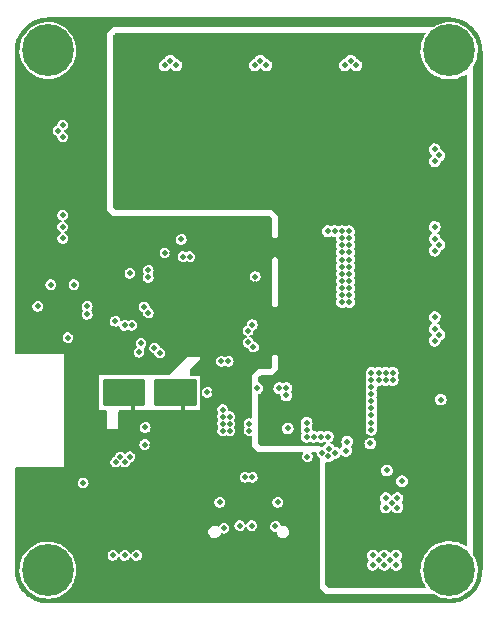
<source format=gbr>
G04 #@! TF.GenerationSoftware,KiCad,Pcbnew,(5.99.0-7554-g937713dbbc)*
G04 #@! TF.CreationDate,2020-12-16T08:12:25+03:00*
G04 #@! TF.ProjectId,BioniX,42696f6e-6958-42e6-9b69-6361645f7063,rev?*
G04 #@! TF.SameCoordinates,PX6422c40PY5a995c0*
G04 #@! TF.FileFunction,Copper,L2,Inr*
G04 #@! TF.FilePolarity,Positive*
%FSLAX46Y46*%
G04 Gerber Fmt 4.6, Leading zero omitted, Abs format (unit mm)*
G04 Created by KiCad (PCBNEW (5.99.0-7554-g937713dbbc)) date 2020-12-16 08:12:25*
%MOMM*%
%LPD*%
G01*
G04 APERTURE LIST*
G04 #@! TA.AperFunction,ComponentPad*
%ADD10C,0.500000*%
G04 #@! TD*
G04 #@! TA.AperFunction,ComponentPad*
%ADD11O,1.000000X2.100000*%
G04 #@! TD*
G04 #@! TA.AperFunction,ComponentPad*
%ADD12O,1.000000X1.600000*%
G04 #@! TD*
G04 #@! TA.AperFunction,ComponentPad*
%ADD13C,0.700000*%
G04 #@! TD*
G04 #@! TA.AperFunction,ComponentPad*
%ADD14C,4.400000*%
G04 #@! TD*
G04 #@! TA.AperFunction,ViaPad*
%ADD15C,0.500000*%
G04 #@! TD*
G04 APERTURE END LIST*
D10*
G04 #@! TO.N,GND*
G04 #@! TO.C,U1*
X13730000Y24040000D03*
X17730000Y26040000D03*
X13730000Y23040000D03*
X16730000Y27040000D03*
X14730000Y23040000D03*
X17730000Y27040000D03*
G04 #@! TD*
G04 #@! TO.N,GND*
G04 #@! TO.C,U4*
X21730000Y16370000D03*
X22430000Y15970000D03*
X21030000Y15970000D03*
X21030000Y16770000D03*
X22430000Y16770000D03*
G04 #@! TD*
G04 #@! TO.N,GND*
G04 #@! TO.C,U3*
X30800000Y11840000D03*
X30800000Y11040000D03*
X30000000Y11440000D03*
X29200000Y11040000D03*
X29200000Y11840000D03*
G04 #@! TD*
D11*
G04 #@! TO.N,GND*
G04 #@! TO.C,J1*
X15680000Y6780000D03*
X24320000Y6780000D03*
D12*
X15680000Y2600000D03*
X24320000Y2600000D03*
G04 #@! TD*
D13*
G04 #@! TO.N,*
G04 #@! TO.C,H4*
X38650000Y47000000D03*
X38166726Y48166726D03*
X35833274Y45833274D03*
X37000000Y45350000D03*
X38166726Y45833274D03*
D14*
X37000000Y47000000D03*
D13*
X35350000Y47000000D03*
X35833274Y48166726D03*
X37000000Y48650000D03*
G04 #@! TD*
G04 #@! TO.N,*
G04 #@! TO.C,H1*
X4650000Y3000000D03*
X3000000Y1350000D03*
X3000000Y4650000D03*
D14*
X3000000Y3000000D03*
D13*
X4166726Y4166726D03*
X4166726Y1833274D03*
X1833274Y1833274D03*
X1350000Y3000000D03*
X1833274Y4166726D03*
G04 #@! TD*
G04 #@! TO.N,*
G04 #@! TO.C,H2*
X35833274Y4166726D03*
X35350000Y3000000D03*
X35833274Y1833274D03*
X38166726Y1833274D03*
X38166726Y4166726D03*
X38650000Y3000000D03*
X37000000Y1350000D03*
X37000000Y4650000D03*
D14*
X37000000Y3000000D03*
G04 #@! TD*
D13*
G04 #@! TO.N,*
G04 #@! TO.C,H3*
X1350000Y47000000D03*
X4166726Y45833274D03*
X4166726Y48166726D03*
X3000000Y45350000D03*
X3000000Y48650000D03*
X1833274Y45833274D03*
X1833274Y48166726D03*
X4650000Y47000000D03*
D14*
X3000000Y47000000D03*
G04 #@! TD*
D10*
G04 #@! TO.N,GND*
G04 #@! TO.C,U5*
X25514999Y23280000D03*
X26264999Y22530000D03*
X26264999Y24030000D03*
X27264999Y24030000D03*
X28014999Y23280000D03*
X26264999Y23280000D03*
X27264999Y23280000D03*
X27264999Y22530000D03*
G04 #@! TD*
D15*
G04 #@! TO.N,GND*
X4050000Y24900000D03*
X10900000Y17200000D03*
X7900000Y18950000D03*
X15250000Y17200000D03*
X12250000Y18900000D03*
X35760000Y40640000D03*
X4240000Y37700000D03*
X10870000Y45760000D03*
X18500000Y45750000D03*
X26125000Y45750000D03*
X13950000Y31775000D03*
G04 #@! TO.N,6V*
X4250000Y40700000D03*
X4250000Y39700000D03*
X3850000Y40200000D03*
X12875000Y45750000D03*
X13375000Y46150000D03*
X13875000Y45750000D03*
X21500000Y45750000D03*
X21000000Y46150000D03*
X20500000Y45750000D03*
X28625000Y46150000D03*
X28125000Y45750000D03*
X29125000Y45750000D03*
X36150000Y38125000D03*
X35750000Y38625000D03*
X35750000Y37625000D03*
G04 #@! TO.N,GND*
X10800000Y48150000D03*
X13950000Y48150000D03*
X16150000Y48150000D03*
X18400000Y48150000D03*
X21600000Y48150000D03*
X23800000Y48150000D03*
X26050000Y48150000D03*
X29200000Y48150000D03*
X31650000Y48150000D03*
X600000Y45000000D03*
X600000Y43500000D03*
X34450000Y48150000D03*
X38050000Y43250000D03*
X38050000Y40700000D03*
X38050000Y37550000D03*
X39400000Y45250000D03*
X39400000Y43750000D03*
X10250000Y49400000D03*
X11750000Y49400000D03*
X28250000Y49400000D03*
X29750000Y49400000D03*
X33500000Y14900000D03*
X34700000Y19700000D03*
X12830000Y15090000D03*
X33500000Y16100000D03*
X600000Y40500000D03*
X34250000Y600000D03*
X30900000Y25700000D03*
X29500000Y3450000D03*
X6850000Y14580000D03*
X30900000Y28700000D03*
X10250000Y600000D03*
X35750000Y49400000D03*
X16250000Y19975000D03*
X600000Y33000000D03*
X33500000Y17900000D03*
X4100000Y11400000D03*
X1700000Y21600000D03*
X500000Y21600000D03*
X4700000Y19200000D03*
X39400000Y40750000D03*
X33500000Y18500000D03*
X4700000Y15000000D03*
X11750000Y600000D03*
X11830000Y13640000D03*
X39400000Y25500000D03*
X19250000Y600000D03*
X600000Y27000000D03*
X7250000Y49400000D03*
X31500000Y29900000D03*
X25000000Y9100000D03*
X31500000Y27500000D03*
X4250000Y49400000D03*
X35300000Y19100000D03*
X31500000Y25700000D03*
X33500000Y17300000D03*
X35750000Y25430000D03*
X4700000Y19800000D03*
X6850000Y13200000D03*
X34700000Y19100000D03*
X31650000Y2400000D03*
X39400000Y37750000D03*
X9050000Y22450000D03*
X38150000Y19900000D03*
X31500000Y31100000D03*
X5750000Y49400000D03*
X16250000Y49400000D03*
X23750000Y49400000D03*
X600000Y25500000D03*
X33500000Y16700000D03*
X2900000Y11400000D03*
X28400000Y8900000D03*
X4700000Y12000000D03*
X39400000Y9250000D03*
X25700000Y8400000D03*
X17750000Y600000D03*
X20560000Y27220000D03*
X8700000Y21040000D03*
X4700000Y21600000D03*
X4700000Y18600000D03*
X17100000Y18050000D03*
X30900000Y29900000D03*
X7470000Y15110000D03*
X8750000Y49400000D03*
X4700000Y20400000D03*
X28400000Y8300000D03*
X39400000Y6250000D03*
X33500000Y15500000D03*
X600000Y37500000D03*
X1700000Y11400000D03*
X31500000Y28100000D03*
X35750000Y600000D03*
X30900000Y27500000D03*
X39400000Y7750000D03*
X30900000Y30500000D03*
X9810000Y10380000D03*
X33500000Y19700000D03*
X39400000Y33000000D03*
X6150000Y14580000D03*
X600000Y10500000D03*
X600000Y39000000D03*
X600000Y35390000D03*
X38050000Y30000000D03*
X39400000Y19750000D03*
X23750000Y600000D03*
X29500000Y4250000D03*
X39400000Y12250000D03*
X5750000Y500000D03*
X14750000Y600000D03*
X39400000Y39250000D03*
X4700000Y12600000D03*
X38200000Y44500000D03*
X30900000Y31100000D03*
X28500000Y4250000D03*
X39400000Y13750000D03*
X31530000Y13990000D03*
X33350000Y9750000D03*
X32750000Y49400000D03*
X38150000Y22350000D03*
X1100000Y11400000D03*
X2900000Y21600000D03*
X31500000Y26900000D03*
X31500000Y26300000D03*
X30300000Y31700000D03*
X31500000Y31700000D03*
X31500000Y29300000D03*
X30900000Y29300000D03*
X39400000Y35350000D03*
X600000Y31500000D03*
X600000Y7500000D03*
X28250000Y600000D03*
X4700000Y14400000D03*
X33850000Y10400000D03*
X4700000Y21000000D03*
X1100000Y21600000D03*
X39400000Y31500000D03*
X3500000Y21600000D03*
X28000000Y3850000D03*
X25000000Y8400000D03*
X29750000Y600000D03*
X33450000Y2900000D03*
X2300000Y21600000D03*
X600000Y6000000D03*
X31450000Y10640000D03*
X31250000Y49400000D03*
X4700000Y11400000D03*
X3500000Y11400000D03*
X34500000Y1800000D03*
X39400000Y27750000D03*
X4700000Y17400000D03*
X5530000Y15110000D03*
X4700000Y16200000D03*
X600000Y9000000D03*
X19250000Y49400000D03*
X34100000Y19100000D03*
X33500000Y19100000D03*
X600000Y22500000D03*
X27500000Y3450000D03*
X39400000Y10750000D03*
X12830000Y15900000D03*
X20750000Y49400000D03*
X34250000Y49400000D03*
X6150000Y13200000D03*
X32720000Y12510000D03*
X26750000Y49400000D03*
X30900000Y31700000D03*
X25000000Y7700000D03*
X39400000Y22500000D03*
X39400000Y24000000D03*
X38050000Y33150000D03*
X4700000Y16800000D03*
X31250000Y600000D03*
X26850000Y3000000D03*
X28350000Y1800000D03*
X8750000Y600000D03*
X27800000Y8300000D03*
X500000Y11400000D03*
X35760000Y33070000D03*
X29700000Y31700000D03*
X28500000Y3450000D03*
X13250000Y49400000D03*
X12410000Y14290000D03*
X39400000Y15250000D03*
X2300000Y11400000D03*
X16250000Y600000D03*
X34100000Y19700000D03*
X31500000Y30500000D03*
X30900000Y26900000D03*
X4700000Y13200000D03*
X5450000Y13200000D03*
X22250000Y600000D03*
X27800000Y8900000D03*
X4700000Y15600000D03*
X8990000Y31000000D03*
X30900000Y26300000D03*
X30900000Y28100000D03*
X4700000Y18000000D03*
X24300000Y8400000D03*
X26850000Y8850000D03*
X27500000Y4250000D03*
X4250000Y500000D03*
X25250000Y600000D03*
X7550000Y13200000D03*
X600000Y4500000D03*
X38150000Y25500000D03*
X4100000Y21600000D03*
X11500000Y4250000D03*
X600000Y24000000D03*
X39400000Y16750000D03*
X29000000Y3850000D03*
X39400000Y30000000D03*
X4250000Y30082157D03*
X35300000Y19700000D03*
X600000Y30000000D03*
X39400000Y4750000D03*
X20750000Y600000D03*
X31500000Y28700000D03*
X13550000Y29870000D03*
X39400000Y18250000D03*
G04 #@! TO.N,6V*
X28500000Y30500000D03*
X28500000Y29300000D03*
X27900000Y26300000D03*
X27900000Y28100000D03*
X27900000Y26900000D03*
X28500000Y25700000D03*
X27900000Y31700000D03*
X36260000Y17450000D03*
X28500000Y31100000D03*
X28500000Y31700000D03*
X35750000Y30057157D03*
X28500000Y28700000D03*
X27900000Y30500000D03*
X36150000Y22927157D03*
X28500000Y29900000D03*
X26700000Y31700000D03*
X27300000Y31700000D03*
X35750000Y31057157D03*
X36150000Y30557157D03*
X28500000Y26300000D03*
X27900000Y29300000D03*
X35750000Y23427157D03*
X27900000Y31100000D03*
X27900000Y29900000D03*
X28500000Y27500000D03*
X27900000Y25700000D03*
X28500000Y28100000D03*
X27900000Y28700000D03*
X28500000Y26900000D03*
X35750000Y22427157D03*
X27900000Y27500000D03*
G04 #@! TO.N,3.3V*
X18400000Y16000000D03*
X20050000Y15400000D03*
X6000000Y10390000D03*
X11240000Y15090000D03*
X18400000Y15400000D03*
X4250000Y33072157D03*
X10725000Y21450000D03*
X10875000Y22200000D03*
X9940000Y28130000D03*
X16500000Y18060000D03*
X3245000Y27181250D03*
X17800000Y15400000D03*
X20050000Y14800000D03*
X14290000Y31000000D03*
X4705000Y22681250D03*
X6325000Y25331250D03*
X20730000Y18420000D03*
X8700000Y24080000D03*
X12025000Y21825000D03*
X17800000Y16600000D03*
X12475000Y21400000D03*
X18400000Y14800000D03*
X20560000Y27860000D03*
X12910000Y29870000D03*
X8500000Y4250000D03*
X17800000Y16000000D03*
X5215000Y27181250D03*
X6325000Y24651250D03*
X11190000Y13640000D03*
X2125000Y25331250D03*
X17800000Y14800000D03*
G04 #@! TO.N,SDA*
X4250000Y32072157D03*
X10109301Y23730699D03*
G04 #@! TO.N,SCL*
X4250000Y31082157D03*
X9509300Y23729622D03*
G04 #@! TO.N,BAT_VOLT*
X19960000Y22290000D03*
X31720000Y11440000D03*
G04 #@! TO.N,VBAT*
X32600000Y8300000D03*
X27300000Y12930000D03*
X31500000Y3450000D03*
X32100000Y8700000D03*
X26750000Y12630000D03*
X26200000Y12930000D03*
X32000000Y3850000D03*
X30500000Y3450000D03*
X28240000Y13120000D03*
X32500000Y3450000D03*
X31600000Y9100000D03*
X31500000Y4250000D03*
X32500000Y4250000D03*
X31000000Y3850000D03*
X26770000Y13280000D03*
X32600000Y9100000D03*
X31600000Y8300000D03*
X30500000Y4250000D03*
G04 #@! TO.N,VUSB*
X32980000Y10540000D03*
X24970000Y12600000D03*
X28349916Y13880000D03*
G04 #@! TO.N,SERVO_Y*
X20310000Y23790000D03*
X35750000Y32060000D03*
G04 #@! TO.N,SERVO_X*
X19960000Y23290000D03*
X35760000Y24430000D03*
G04 #@! TO.N,EMG_2*
X10500000Y4250000D03*
X18280003Y20690000D03*
G04 #@! TO.N,EMG_1*
X17680000Y20690000D03*
X9500000Y4250000D03*
G04 #@! TO.N,BAT_STAT*
X20406743Y21889472D03*
X30310000Y13730000D03*
G04 #@! TO.N,D-*
X15032433Y29539950D03*
X20300000Y10871290D03*
G04 #@! TO.N,D+*
X19700000Y10871290D03*
X14432433Y29539950D03*
G04 #@! TO.N,BT_TX*
X9540000Y12150000D03*
X11500000Y24790000D03*
G04 #@! TO.N,BT_RX*
X9940000Y12600000D03*
X11160000Y25290000D03*
G04 #@! TO.N,Net-(J1-PadA7)*
X20252157Y6770000D03*
X19250000Y6770000D03*
G04 #@! TO.N,VBUS*
X32200000Y19100000D03*
X30400000Y17300000D03*
X30400000Y19100000D03*
X30400000Y19700000D03*
X30400000Y18500000D03*
X24900000Y14900000D03*
X30400000Y14900000D03*
X23200000Y18400000D03*
X26700000Y14300000D03*
X31000000Y19100000D03*
X30400000Y16100000D03*
X31000000Y19700000D03*
X30400000Y17900000D03*
X24900000Y15500000D03*
X30400000Y16700000D03*
X23200000Y17800000D03*
X32200000Y19700000D03*
X25500000Y14300000D03*
X24900000Y14300000D03*
X23300000Y15000000D03*
X31600000Y19100000D03*
X31600000Y19700000D03*
X22600000Y18400000D03*
X30400000Y15500000D03*
X26100000Y14300000D03*
G04 #@! TO.N,BT_2*
X11500000Y27790000D03*
X9140000Y12600000D03*
G04 #@! TO.N,BT_1*
X11500000Y28390000D03*
X8740000Y12150000D03*
G04 #@! TO.N,Net-(F1-Pad1)*
X17550000Y8750000D03*
X22260000Y6710000D03*
X17900000Y6550000D03*
X22450000Y8750000D03*
G04 #@! TD*
G04 #@! TA.AperFunction,Conductor*
G04 #@! TO.N,GND*
G36*
X34959214Y48482687D02*
G01*
X34984524Y48438850D01*
X34975734Y48389000D01*
X34970240Y48380801D01*
X34965740Y48374968D01*
X34965735Y48374961D01*
X34964298Y48373098D01*
X34806327Y48103303D01*
X34683917Y47815622D01*
X34599053Y47514718D01*
X34553112Y47205471D01*
X34552439Y47171924D01*
X34547009Y46901456D01*
X34546837Y46892893D01*
X34580331Y46582051D01*
X34619672Y46417551D01*
X34651090Y46286181D01*
X34653050Y46277984D01*
X34677713Y46212887D01*
X34748389Y46026342D01*
X34763816Y45985622D01*
X34910833Y45709704D01*
X34912194Y45707786D01*
X35086987Y45461374D01*
X35091718Y45454704D01*
X35093319Y45452966D01*
X35301942Y45226486D01*
X35301947Y45226482D01*
X35303538Y45224754D01*
X35542860Y45023583D01*
X35805803Y44854452D01*
X35807933Y44853438D01*
X35807939Y44853435D01*
X36085968Y44721120D01*
X36085974Y44721117D01*
X36088106Y44720103D01*
X36385192Y44622713D01*
X36387511Y44622269D01*
X36387513Y44622268D01*
X36497904Y44601110D01*
X36692244Y44563862D01*
X36694585Y44563717D01*
X36694591Y44563716D01*
X37001933Y44544650D01*
X37004286Y44544504D01*
X37054037Y44547765D01*
X37313912Y44564797D01*
X37313916Y44564797D01*
X37316258Y44564951D01*
X37318564Y44565401D01*
X37318569Y44565402D01*
X37620785Y44624421D01*
X37620790Y44624422D01*
X37623103Y44624874D01*
X37919846Y44723300D01*
X37921958Y44724314D01*
X37921965Y44724317D01*
X38078391Y44799432D01*
X38201679Y44858634D01*
X38203655Y44859915D01*
X38203659Y44859917D01*
X38289949Y44915848D01*
X38385753Y44977945D01*
X38435083Y44989289D01*
X38480165Y44966269D01*
X38500001Y44915848D01*
X38500001Y5083545D01*
X38482688Y5035979D01*
X38438851Y5010669D01*
X38389001Y5019459D01*
X38383292Y5023114D01*
X38288574Y5090054D01*
X38288565Y5090060D01*
X38286647Y5091415D01*
X38284574Y5092515D01*
X38284569Y5092518D01*
X38012551Y5236849D01*
X38012550Y5236849D01*
X38010474Y5237951D01*
X37930767Y5267990D01*
X37720123Y5347376D01*
X37720114Y5347379D01*
X37717919Y5348206D01*
X37715625Y5348750D01*
X37715623Y5348751D01*
X37650866Y5364119D01*
X37413726Y5420395D01*
X37170477Y5446176D01*
X37105167Y5453098D01*
X37105165Y5453098D01*
X37102826Y5453346D01*
X37100476Y5453295D01*
X37100469Y5453295D01*
X36950368Y5450019D01*
X36790259Y5446526D01*
X36481092Y5400045D01*
X36478823Y5399401D01*
X36478824Y5399401D01*
X36182607Y5315301D01*
X36182600Y5315298D01*
X36180337Y5314656D01*
X35892870Y5191744D01*
X35890833Y5190547D01*
X35890830Y5190545D01*
X35719889Y5090054D01*
X35623351Y5033302D01*
X35376149Y4841898D01*
X35155271Y4620634D01*
X35075741Y4517548D01*
X34965737Y4374964D01*
X34965733Y4374958D01*
X34964298Y4373098D01*
X34806327Y4103303D01*
X34683917Y3815622D01*
X34599053Y3514718D01*
X34553112Y3205471D01*
X34552268Y3163421D01*
X34547009Y2901456D01*
X34546837Y2892893D01*
X34580331Y2582051D01*
X34580882Y2579749D01*
X34651090Y2286181D01*
X34653050Y2277984D01*
X34763816Y1985622D01*
X34910833Y1709704D01*
X34938163Y1671176D01*
X34976725Y1616814D01*
X34990124Y1568001D01*
X34969013Y1521995D01*
X34923268Y1500322D01*
X34916368Y1500000D01*
X26840131Y1500000D01*
X26825695Y1501422D01*
X26793408Y1507844D01*
X26770743Y1512352D01*
X26744068Y1523401D01*
X26697482Y1554529D01*
X26686268Y1563732D01*
X26563732Y1686268D01*
X26554529Y1697482D01*
X26523401Y1744068D01*
X26512352Y1770744D01*
X26501422Y1825695D01*
X26500000Y1840131D01*
X26500000Y4256176D01*
X29994538Y4256176D01*
X29995221Y4250952D01*
X29995221Y4250950D01*
X30000629Y4209595D01*
X30013121Y4114061D01*
X30070845Y3982874D01*
X30140386Y3900146D01*
X30143032Y3896998D01*
X30160386Y3849447D01*
X30141852Y3800397D01*
X30077499Y3727531D01*
X30016588Y3597794D01*
X29994538Y3456176D01*
X29995221Y3450952D01*
X29995221Y3450950D01*
X30002485Y3395398D01*
X30013121Y3314061D01*
X30070845Y3182874D01*
X30074237Y3178839D01*
X30159678Y3077194D01*
X30159681Y3077191D01*
X30163068Y3073162D01*
X30167455Y3070242D01*
X30277988Y2996664D01*
X30277991Y2996663D01*
X30282377Y2993743D01*
X30419180Y2951003D01*
X30424448Y2950906D01*
X30424451Y2950906D01*
X30484874Y2949799D01*
X30562481Y2948376D01*
X30567564Y2949762D01*
X30567566Y2949762D01*
X30695668Y2984687D01*
X30695670Y2984688D01*
X30700758Y2986075D01*
X30822897Y3061069D01*
X30919078Y3167328D01*
X30932370Y3194763D01*
X30968690Y3230021D01*
X31019177Y3233683D01*
X31060206Y3204037D01*
X31066698Y3192299D01*
X31070845Y3182874D01*
X31074237Y3178839D01*
X31159678Y3077194D01*
X31159681Y3077191D01*
X31163068Y3073162D01*
X31167455Y3070242D01*
X31277988Y2996664D01*
X31277991Y2996663D01*
X31282377Y2993743D01*
X31419180Y2951003D01*
X31424448Y2950906D01*
X31424451Y2950906D01*
X31484874Y2949799D01*
X31562481Y2948376D01*
X31567564Y2949762D01*
X31567566Y2949762D01*
X31695668Y2984687D01*
X31695670Y2984688D01*
X31700758Y2986075D01*
X31822897Y3061069D01*
X31919078Y3167328D01*
X31932370Y3194763D01*
X31968690Y3230021D01*
X32019177Y3233683D01*
X32060206Y3204037D01*
X32066698Y3192299D01*
X32070845Y3182874D01*
X32074237Y3178839D01*
X32159678Y3077194D01*
X32159681Y3077191D01*
X32163068Y3073162D01*
X32167455Y3070242D01*
X32277988Y2996664D01*
X32277991Y2996663D01*
X32282377Y2993743D01*
X32419180Y2951003D01*
X32424448Y2950906D01*
X32424451Y2950906D01*
X32484874Y2949799D01*
X32562481Y2948376D01*
X32567564Y2949762D01*
X32567566Y2949762D01*
X32695668Y2984687D01*
X32695670Y2984688D01*
X32700758Y2986075D01*
X32822897Y3061069D01*
X32919078Y3167328D01*
X32981570Y3296311D01*
X33005349Y3437650D01*
X33005500Y3450000D01*
X32985182Y3591877D01*
X32972870Y3618956D01*
X32928043Y3717549D01*
X32928041Y3717552D01*
X32925860Y3722349D01*
X32922420Y3726341D01*
X32922417Y3726346D01*
X32857071Y3802183D01*
X32839137Y3849518D01*
X32858268Y3900146D01*
X32873918Y3917436D01*
X32919078Y3967328D01*
X32981570Y4096311D01*
X33005349Y4237650D01*
X33005500Y4250000D01*
X32985182Y4391877D01*
X32980322Y4402567D01*
X32928043Y4517549D01*
X32928041Y4517552D01*
X32925860Y4522349D01*
X32922422Y4526339D01*
X32922420Y4526342D01*
X32835741Y4626936D01*
X32832303Y4630926D01*
X32712033Y4708882D01*
X32706985Y4710392D01*
X32706982Y4710393D01*
X32579771Y4748437D01*
X32579770Y4748437D01*
X32574718Y4749948D01*
X32501912Y4750392D01*
X32436666Y4750791D01*
X32436665Y4750791D01*
X32431396Y4750823D01*
X32293589Y4711438D01*
X32172375Y4634958D01*
X32077499Y4527531D01*
X32067714Y4506688D01*
X32067329Y4505869D01*
X32031443Y4470170D01*
X31981005Y4465890D01*
X31939616Y4495032D01*
X31932981Y4506688D01*
X31928043Y4517548D01*
X31928043Y4517549D01*
X31925860Y4522349D01*
X31922422Y4526339D01*
X31922420Y4526342D01*
X31835741Y4626936D01*
X31832303Y4630926D01*
X31712033Y4708882D01*
X31706985Y4710392D01*
X31706982Y4710393D01*
X31579771Y4748437D01*
X31579770Y4748437D01*
X31574718Y4749948D01*
X31501912Y4750392D01*
X31436666Y4750791D01*
X31436665Y4750791D01*
X31431396Y4750823D01*
X31293589Y4711438D01*
X31172375Y4634958D01*
X31077499Y4527531D01*
X31067714Y4506688D01*
X31067329Y4505869D01*
X31031443Y4470170D01*
X30981005Y4465890D01*
X30939616Y4495032D01*
X30932981Y4506688D01*
X30928043Y4517548D01*
X30928043Y4517549D01*
X30925860Y4522349D01*
X30922422Y4526339D01*
X30922420Y4526342D01*
X30835741Y4626936D01*
X30832303Y4630926D01*
X30712033Y4708882D01*
X30706985Y4710392D01*
X30706982Y4710393D01*
X30579771Y4748437D01*
X30579770Y4748437D01*
X30574718Y4749948D01*
X30501912Y4750392D01*
X30436666Y4750791D01*
X30436665Y4750791D01*
X30431396Y4750823D01*
X30293589Y4711438D01*
X30172375Y4634958D01*
X30077499Y4527531D01*
X30016588Y4397794D01*
X29994538Y4256176D01*
X26500000Y4256176D01*
X26500000Y9106176D01*
X31094538Y9106176D01*
X31095221Y9100952D01*
X31095221Y9100950D01*
X31102485Y9045398D01*
X31113121Y8964061D01*
X31170845Y8832874D01*
X31240509Y8750000D01*
X31243032Y8746998D01*
X31260386Y8699447D01*
X31241852Y8650397D01*
X31177499Y8577531D01*
X31116588Y8447794D01*
X31094538Y8306176D01*
X31095221Y8300952D01*
X31095221Y8300950D01*
X31101752Y8251003D01*
X31113121Y8164061D01*
X31170845Y8032874D01*
X31174237Y8028839D01*
X31259678Y7927194D01*
X31259681Y7927191D01*
X31263068Y7923162D01*
X31267455Y7920242D01*
X31377988Y7846664D01*
X31377991Y7846663D01*
X31382377Y7843743D01*
X31519180Y7801003D01*
X31524448Y7800906D01*
X31524451Y7800906D01*
X31584874Y7799799D01*
X31662481Y7798376D01*
X31667564Y7799762D01*
X31667566Y7799762D01*
X31795668Y7834687D01*
X31795670Y7834688D01*
X31800758Y7836075D01*
X31922897Y7911069D01*
X32019078Y8017328D01*
X32032370Y8044763D01*
X32068690Y8080021D01*
X32119177Y8083683D01*
X32160206Y8054037D01*
X32166698Y8042299D01*
X32170845Y8032874D01*
X32174237Y8028839D01*
X32259678Y7927194D01*
X32259681Y7927191D01*
X32263068Y7923162D01*
X32267455Y7920242D01*
X32377988Y7846664D01*
X32377991Y7846663D01*
X32382377Y7843743D01*
X32519180Y7801003D01*
X32524448Y7800906D01*
X32524451Y7800906D01*
X32584874Y7799799D01*
X32662481Y7798376D01*
X32667564Y7799762D01*
X32667566Y7799762D01*
X32795668Y7834687D01*
X32795670Y7834688D01*
X32800758Y7836075D01*
X32922897Y7911069D01*
X33019078Y8017328D01*
X33081570Y8146311D01*
X33098742Y8248376D01*
X33104874Y8284826D01*
X33104874Y8284827D01*
X33105349Y8287650D01*
X33105500Y8300000D01*
X33085182Y8441877D01*
X33066542Y8482874D01*
X33028043Y8567549D01*
X33028041Y8567552D01*
X33025860Y8572349D01*
X33022420Y8576341D01*
X33022417Y8576346D01*
X32957071Y8652183D01*
X32939137Y8699518D01*
X32958268Y8750146D01*
X32973918Y8767436D01*
X33019078Y8817328D01*
X33081570Y8946311D01*
X33105349Y9087650D01*
X33105500Y9100000D01*
X33085182Y9241877D01*
X33080322Y9252567D01*
X33028043Y9367549D01*
X33028041Y9367552D01*
X33025860Y9372349D01*
X33022422Y9376339D01*
X33022420Y9376342D01*
X32935741Y9476936D01*
X32932303Y9480926D01*
X32812033Y9558882D01*
X32806985Y9560392D01*
X32806982Y9560393D01*
X32679771Y9598437D01*
X32679770Y9598437D01*
X32674718Y9599948D01*
X32601912Y9600392D01*
X32536666Y9600791D01*
X32536665Y9600791D01*
X32531396Y9600823D01*
X32393589Y9561438D01*
X32272375Y9484958D01*
X32177499Y9377531D01*
X32167714Y9356688D01*
X32167329Y9355869D01*
X32131443Y9320170D01*
X32081005Y9315890D01*
X32039616Y9345032D01*
X32032981Y9356688D01*
X32028043Y9367548D01*
X32028043Y9367549D01*
X32025860Y9372349D01*
X32022422Y9376339D01*
X32022420Y9376342D01*
X31935741Y9476936D01*
X31932303Y9480926D01*
X31812033Y9558882D01*
X31806985Y9560392D01*
X31806982Y9560393D01*
X31679771Y9598437D01*
X31679770Y9598437D01*
X31674718Y9599948D01*
X31601912Y9600392D01*
X31536666Y9600791D01*
X31536665Y9600791D01*
X31531396Y9600823D01*
X31393589Y9561438D01*
X31272375Y9484958D01*
X31177499Y9377531D01*
X31116588Y9247794D01*
X31094538Y9106176D01*
X26500000Y9106176D01*
X26500000Y10546176D01*
X32474538Y10546176D01*
X32475221Y10540952D01*
X32475221Y10540950D01*
X32481301Y10494452D01*
X32493121Y10404061D01*
X32550845Y10272874D01*
X32554237Y10268839D01*
X32639678Y10167194D01*
X32639681Y10167191D01*
X32643068Y10163162D01*
X32647455Y10160242D01*
X32757988Y10086664D01*
X32757991Y10086663D01*
X32762377Y10083743D01*
X32899180Y10041003D01*
X32904448Y10040906D01*
X32904451Y10040906D01*
X32964874Y10039799D01*
X33042481Y10038376D01*
X33047564Y10039762D01*
X33047566Y10039762D01*
X33175668Y10074687D01*
X33175670Y10074688D01*
X33180758Y10076075D01*
X33302897Y10151069D01*
X33399078Y10257328D01*
X33461570Y10386311D01*
X33485349Y10527650D01*
X33485500Y10540000D01*
X33483870Y10551382D01*
X33465929Y10676662D01*
X33465929Y10676663D01*
X33465182Y10681877D01*
X33440869Y10735351D01*
X33408043Y10807549D01*
X33408041Y10807552D01*
X33405860Y10812349D01*
X33402422Y10816339D01*
X33402420Y10816342D01*
X33315741Y10916936D01*
X33312303Y10920926D01*
X33229361Y10974687D01*
X33196455Y10996016D01*
X33196454Y10996017D01*
X33192033Y10998882D01*
X33186985Y11000392D01*
X33186982Y11000393D01*
X33059771Y11038437D01*
X33059770Y11038437D01*
X33054718Y11039948D01*
X32981912Y11040392D01*
X32916666Y11040791D01*
X32916665Y11040791D01*
X32911396Y11040823D01*
X32773589Y11001438D01*
X32652375Y10924958D01*
X32557499Y10817531D01*
X32496588Y10687794D01*
X32474538Y10546176D01*
X26500000Y10546176D01*
X26500000Y11446176D01*
X31214538Y11446176D01*
X31215221Y11440952D01*
X31215221Y11440950D01*
X31222485Y11385398D01*
X31233121Y11304061D01*
X31290845Y11172874D01*
X31294237Y11168839D01*
X31379678Y11067194D01*
X31379681Y11067191D01*
X31383068Y11063162D01*
X31387455Y11060242D01*
X31497988Y10986664D01*
X31497991Y10986663D01*
X31502377Y10983743D01*
X31639180Y10941003D01*
X31644448Y10940906D01*
X31644451Y10940906D01*
X31704874Y10939799D01*
X31782481Y10938376D01*
X31787564Y10939762D01*
X31787566Y10939762D01*
X31915668Y10974687D01*
X31915670Y10974688D01*
X31920758Y10976075D01*
X32042897Y11051069D01*
X32139078Y11157328D01*
X32201570Y11286311D01*
X32225349Y11427650D01*
X32225500Y11440000D01*
X32205182Y11581877D01*
X32174947Y11648376D01*
X32148043Y11707549D01*
X32148041Y11707552D01*
X32145860Y11712349D01*
X32142422Y11716339D01*
X32142420Y11716342D01*
X32055741Y11816936D01*
X32052303Y11820926D01*
X31932033Y11898882D01*
X31926985Y11900392D01*
X31926982Y11900393D01*
X31799771Y11938437D01*
X31799770Y11938437D01*
X31794718Y11939948D01*
X31721912Y11940392D01*
X31656666Y11940791D01*
X31656665Y11940791D01*
X31651396Y11940823D01*
X31513589Y11901438D01*
X31392375Y11824958D01*
X31297499Y11717531D01*
X31236588Y11587794D01*
X31214538Y11446176D01*
X26500000Y11446176D01*
X26500000Y12083212D01*
X26517313Y12130778D01*
X26561150Y12156088D01*
X26596067Y12153845D01*
X26669180Y12131003D01*
X26674448Y12130906D01*
X26674451Y12130906D01*
X26734874Y12129799D01*
X26812481Y12128376D01*
X26817564Y12129762D01*
X26817566Y12129762D01*
X26945668Y12164687D01*
X26945670Y12164688D01*
X26950758Y12166075D01*
X27011828Y12203572D01*
X27068404Y12238310D01*
X27068405Y12238311D01*
X27072897Y12241069D01*
X27169078Y12347328D01*
X27189067Y12388586D01*
X27225387Y12423844D01*
X27257019Y12430309D01*
X27300994Y12429503D01*
X27362481Y12428376D01*
X27367564Y12429762D01*
X27367566Y12429762D01*
X27495668Y12464687D01*
X27495670Y12464688D01*
X27500758Y12466075D01*
X27561828Y12503572D01*
X27618404Y12538310D01*
X27618405Y12538311D01*
X27622897Y12541069D01*
X27719078Y12647328D01*
X27766027Y12744230D01*
X27802346Y12779487D01*
X27852832Y12783151D01*
X27889266Y12759580D01*
X27899674Y12747198D01*
X27899680Y12747193D01*
X27903068Y12743162D01*
X27907455Y12740242D01*
X28017988Y12666664D01*
X28017991Y12666663D01*
X28022377Y12663743D01*
X28159180Y12621003D01*
X28164448Y12620906D01*
X28164451Y12620906D01*
X28224874Y12619799D01*
X28302481Y12618376D01*
X28307564Y12619762D01*
X28307566Y12619762D01*
X28435668Y12654687D01*
X28435670Y12654688D01*
X28440758Y12656075D01*
X28562897Y12731069D01*
X28659078Y12837328D01*
X28721570Y12966311D01*
X28744053Y13099948D01*
X28744874Y13104826D01*
X28744874Y13104827D01*
X28745349Y13107650D01*
X28745500Y13120000D01*
X28737470Y13176075D01*
X28725929Y13256662D01*
X28725929Y13256663D01*
X28725182Y13261877D01*
X28665860Y13392349D01*
X28662419Y13396342D01*
X28661258Y13398158D01*
X28650216Y13447558D01*
X28673730Y13490239D01*
X28672813Y13491069D01*
X28676323Y13494947D01*
X28676349Y13494975D01*
X28676351Y13494977D01*
X28732971Y13557531D01*
X28768994Y13597328D01*
X28831486Y13726311D01*
X28833145Y13736176D01*
X29804538Y13736176D01*
X29805221Y13730952D01*
X29805221Y13730950D01*
X29811064Y13686268D01*
X29823121Y13594061D01*
X29880845Y13462874D01*
X29889925Y13452072D01*
X29969678Y13357194D01*
X29969681Y13357191D01*
X29973068Y13353162D01*
X29977455Y13350242D01*
X30087988Y13276664D01*
X30087991Y13276663D01*
X30092377Y13273743D01*
X30229180Y13231003D01*
X30234448Y13230906D01*
X30234451Y13230906D01*
X30294874Y13229799D01*
X30372481Y13228376D01*
X30377564Y13229762D01*
X30377566Y13229762D01*
X30505668Y13264687D01*
X30505670Y13264688D01*
X30510758Y13266075D01*
X30632897Y13341069D01*
X30729078Y13447328D01*
X30791570Y13576311D01*
X30815349Y13717650D01*
X30815500Y13730000D01*
X30805694Y13798473D01*
X30795929Y13866662D01*
X30795929Y13866663D01*
X30795182Y13871877D01*
X30778617Y13908310D01*
X30738043Y13997549D01*
X30738041Y13997552D01*
X30735860Y14002349D01*
X30732422Y14006339D01*
X30732420Y14006342D01*
X30645741Y14106936D01*
X30642303Y14110926D01*
X30577766Y14152757D01*
X30526455Y14186016D01*
X30526454Y14186017D01*
X30522033Y14188882D01*
X30516985Y14190392D01*
X30516982Y14190393D01*
X30389771Y14228437D01*
X30389770Y14228437D01*
X30384718Y14229948D01*
X30311912Y14230392D01*
X30246666Y14230791D01*
X30246665Y14230791D01*
X30241396Y14230823D01*
X30103589Y14191438D01*
X29982375Y14114958D01*
X29914144Y14037701D01*
X29906318Y14028839D01*
X29887499Y14007531D01*
X29826588Y13877794D01*
X29804538Y13736176D01*
X28833145Y13736176D01*
X28855265Y13867650D01*
X28855416Y13880000D01*
X28837323Y14006342D01*
X28835845Y14016662D01*
X28835845Y14016663D01*
X28835098Y14021877D01*
X28792777Y14114958D01*
X28777959Y14147549D01*
X28777957Y14147552D01*
X28775776Y14152349D01*
X28772338Y14156339D01*
X28772336Y14156342D01*
X28685657Y14256936D01*
X28682219Y14260926D01*
X28561949Y14338882D01*
X28556901Y14340392D01*
X28556898Y14340393D01*
X28429687Y14378437D01*
X28429686Y14378437D01*
X28424634Y14379948D01*
X28351828Y14380392D01*
X28286582Y14380791D01*
X28286581Y14380791D01*
X28281312Y14380823D01*
X28143505Y14341438D01*
X28022291Y14264958D01*
X27927415Y14157531D01*
X27866504Y14027794D01*
X27844454Y13886176D01*
X27845137Y13880952D01*
X27845137Y13880950D01*
X27850208Y13842172D01*
X27863037Y13744061D01*
X27920761Y13612874D01*
X27924153Y13608839D01*
X27926940Y13604361D01*
X27925608Y13603532D01*
X27940654Y13562296D01*
X27923379Y13514716D01*
X27915911Y13507189D01*
X27912375Y13504958D01*
X27903560Y13494977D01*
X27844996Y13428665D01*
X27817499Y13397531D01*
X27812813Y13387550D01*
X27774381Y13305693D01*
X27738494Y13269994D01*
X27688056Y13265714D01*
X27651336Y13288838D01*
X27635744Y13306933D01*
X27635743Y13306934D01*
X27632303Y13310926D01*
X27512033Y13388882D01*
X27506985Y13390392D01*
X27506982Y13390393D01*
X27379771Y13428437D01*
X27379770Y13428437D01*
X27374718Y13429948D01*
X27298493Y13430413D01*
X27251034Y13448016D01*
X27231581Y13473784D01*
X27214045Y13512352D01*
X27195860Y13552349D01*
X27192422Y13556339D01*
X27192420Y13556342D01*
X27105741Y13656936D01*
X27102303Y13660926D01*
X27030551Y13707434D01*
X26986455Y13736016D01*
X26986454Y13736017D01*
X26982033Y13738882D01*
X26976983Y13740392D01*
X26972198Y13742603D01*
X26973036Y13744417D01*
X26938816Y13769872D01*
X26927124Y13819122D01*
X26949825Y13864365D01*
X26961907Y13873621D01*
X26966880Y13876674D01*
X27022897Y13911069D01*
X27119078Y14017328D01*
X27181570Y14146311D01*
X27205349Y14287650D01*
X27205500Y14300000D01*
X27193930Y14380791D01*
X27185929Y14436662D01*
X27185929Y14436663D01*
X27185182Y14441877D01*
X27180322Y14452567D01*
X27128043Y14567549D01*
X27128041Y14567552D01*
X27125860Y14572349D01*
X27122422Y14576339D01*
X27122420Y14576342D01*
X27035741Y14676936D01*
X27032303Y14680926D01*
X26968823Y14722072D01*
X26916455Y14756016D01*
X26916454Y14756017D01*
X26912033Y14758882D01*
X26906985Y14760392D01*
X26906982Y14760393D01*
X26779771Y14798437D01*
X26779770Y14798437D01*
X26774718Y14799948D01*
X26701912Y14800392D01*
X26636666Y14800791D01*
X26636665Y14800791D01*
X26631396Y14800823D01*
X26493589Y14761438D01*
X26489129Y14758624D01*
X26439614Y14727383D01*
X26390147Y14716643D01*
X26359878Y14727870D01*
X26316455Y14756016D01*
X26316454Y14756017D01*
X26312033Y14758882D01*
X26306985Y14760392D01*
X26306982Y14760393D01*
X26179771Y14798437D01*
X26179770Y14798437D01*
X26174718Y14799948D01*
X26101912Y14800392D01*
X26036666Y14800791D01*
X26036665Y14800791D01*
X26031396Y14800823D01*
X25893589Y14761438D01*
X25889129Y14758624D01*
X25839614Y14727383D01*
X25790147Y14716643D01*
X25759878Y14727870D01*
X25716455Y14756016D01*
X25716454Y14756017D01*
X25712033Y14758882D01*
X25706985Y14760392D01*
X25706982Y14760393D01*
X25579771Y14798437D01*
X25579770Y14798437D01*
X25574718Y14799948D01*
X25477731Y14800540D01*
X25430272Y14818143D01*
X25405230Y14862134D01*
X25405209Y14881931D01*
X25404619Y14881984D01*
X25404874Y14884826D01*
X25405349Y14887650D01*
X25405500Y14900000D01*
X25399503Y14941877D01*
X25385929Y15036662D01*
X25385929Y15036663D01*
X25385182Y15041877D01*
X25326406Y15171148D01*
X25322479Y15221614D01*
X25327172Y15234034D01*
X25381570Y15346311D01*
X25405349Y15487650D01*
X25405500Y15500000D01*
X25399503Y15541877D01*
X25385929Y15636662D01*
X25385929Y15636663D01*
X25385182Y15641877D01*
X25359105Y15699231D01*
X25328043Y15767549D01*
X25328041Y15767552D01*
X25325860Y15772349D01*
X25322422Y15776339D01*
X25322420Y15776342D01*
X25235741Y15876936D01*
X25232303Y15880926D01*
X25172168Y15919904D01*
X25116455Y15956016D01*
X25116454Y15956017D01*
X25112033Y15958882D01*
X25106985Y15960392D01*
X25106982Y15960393D01*
X24979771Y15998437D01*
X24979770Y15998437D01*
X24974718Y15999948D01*
X24901912Y16000392D01*
X24836666Y16000791D01*
X24836665Y16000791D01*
X24831396Y16000823D01*
X24693589Y15961438D01*
X24572375Y15884958D01*
X24477499Y15777531D01*
X24416588Y15647794D01*
X24394538Y15506176D01*
X24395221Y15500952D01*
X24395221Y15500950D01*
X24398620Y15474958D01*
X24413121Y15364061D01*
X24455588Y15267549D01*
X24470845Y15232874D01*
X24469743Y15232389D01*
X24479012Y15188407D01*
X24472735Y15167384D01*
X24463538Y15147794D01*
X24416588Y15047794D01*
X24394538Y14906176D01*
X24395221Y14900952D01*
X24395221Y14900950D01*
X24397701Y14881984D01*
X24413121Y14764061D01*
X24451457Y14676936D01*
X24470845Y14632874D01*
X24469743Y14632389D01*
X24479012Y14588407D01*
X24472735Y14567384D01*
X24416588Y14447794D01*
X24394538Y14306176D01*
X24395221Y14300952D01*
X24395221Y14300950D01*
X24399560Y14267770D01*
X24413121Y14164061D01*
X24470845Y14032874D01*
X24483913Y14017328D01*
X24559678Y13927194D01*
X24559681Y13927191D01*
X24563068Y13923162D01*
X24575361Y13914979D01*
X24677988Y13846664D01*
X24677991Y13846663D01*
X24682377Y13843743D01*
X24819180Y13801003D01*
X24824448Y13800906D01*
X24824451Y13800906D01*
X24884874Y13799799D01*
X24962481Y13798376D01*
X24967564Y13799762D01*
X24967566Y13799762D01*
X25095668Y13834687D01*
X25095670Y13834688D01*
X25100758Y13836075D01*
X25158515Y13871538D01*
X25160895Y13872999D01*
X25210489Y13883134D01*
X25240619Y13871538D01*
X25277985Y13846666D01*
X25277988Y13846665D01*
X25282377Y13843743D01*
X25287409Y13842171D01*
X25287411Y13842170D01*
X25327954Y13829504D01*
X25419180Y13801003D01*
X25424448Y13800906D01*
X25424451Y13800906D01*
X25484874Y13799799D01*
X25562481Y13798376D01*
X25567564Y13799762D01*
X25567566Y13799762D01*
X25695668Y13834687D01*
X25695670Y13834688D01*
X25700758Y13836075D01*
X25758515Y13871538D01*
X25760895Y13872999D01*
X25810489Y13883134D01*
X25840619Y13871538D01*
X25877985Y13846666D01*
X25877988Y13846665D01*
X25882377Y13843743D01*
X25887409Y13842171D01*
X25887411Y13842170D01*
X25927954Y13829504D01*
X26019180Y13801003D01*
X26024448Y13800906D01*
X26024451Y13800906D01*
X26084874Y13799799D01*
X26162481Y13798376D01*
X26167564Y13799762D01*
X26167566Y13799762D01*
X26295668Y13834687D01*
X26295670Y13834688D01*
X26300758Y13836075D01*
X26358515Y13871538D01*
X26360895Y13872999D01*
X26410489Y13883134D01*
X26440619Y13871538D01*
X26477985Y13846666D01*
X26477988Y13846665D01*
X26482377Y13843743D01*
X26492275Y13840651D01*
X26532513Y13809944D01*
X26543600Y13760554D01*
X26520346Y13715592D01*
X26509697Y13707435D01*
X26442375Y13664958D01*
X26382646Y13597328D01*
X26352976Y13563732D01*
X26347499Y13557531D01*
X26331475Y13523401D01*
X26307675Y13472709D01*
X26271788Y13437010D01*
X26240239Y13430159D01*
X26136665Y13430791D01*
X26136664Y13430791D01*
X26131396Y13430823D01*
X26123846Y13428665D01*
X26122067Y13428791D01*
X26121104Y13428659D01*
X26121076Y13428861D01*
X26073354Y13432239D01*
X26058717Y13441283D01*
X26000000Y13500000D01*
X21090131Y13500000D01*
X21075695Y13501422D01*
X21043408Y13507844D01*
X21020743Y13512352D01*
X20994068Y13523401D01*
X20947482Y13554529D01*
X20936268Y13563732D01*
X20813732Y13686268D01*
X20804529Y13697482D01*
X20788438Y13721564D01*
X20773401Y13744069D01*
X20762352Y13770744D01*
X20751422Y13825695D01*
X20750000Y13840131D01*
X20750000Y15006176D01*
X22794538Y15006176D01*
X22795221Y15000952D01*
X22795221Y15000950D01*
X22801353Y14954061D01*
X22813121Y14864061D01*
X22870845Y14732874D01*
X22875461Y14727383D01*
X22959678Y14627194D01*
X22959681Y14627191D01*
X22963068Y14623162D01*
X22975361Y14614979D01*
X23077988Y14546664D01*
X23077991Y14546663D01*
X23082377Y14543743D01*
X23219180Y14501003D01*
X23224448Y14500906D01*
X23224451Y14500906D01*
X23284874Y14499799D01*
X23362481Y14498376D01*
X23367564Y14499762D01*
X23367566Y14499762D01*
X23495668Y14534687D01*
X23495670Y14534688D01*
X23500758Y14536075D01*
X23622897Y14611069D01*
X23719078Y14717328D01*
X23781570Y14846311D01*
X23805349Y14987650D01*
X23805500Y15000000D01*
X23798816Y15046671D01*
X23785929Y15136662D01*
X23785929Y15136663D01*
X23785182Y15141877D01*
X23759105Y15199231D01*
X23728043Y15267549D01*
X23728041Y15267552D01*
X23725860Y15272349D01*
X23722422Y15276339D01*
X23722420Y15276342D01*
X23635741Y15376936D01*
X23632303Y15380926D01*
X23512033Y15458882D01*
X23506985Y15460392D01*
X23506982Y15460393D01*
X23379771Y15498437D01*
X23379770Y15498437D01*
X23374718Y15499948D01*
X23301912Y15500392D01*
X23236666Y15500791D01*
X23236665Y15500791D01*
X23231396Y15500823D01*
X23093589Y15461438D01*
X22972375Y15384958D01*
X22877499Y15277531D01*
X22816588Y15147794D01*
X22794538Y15006176D01*
X20750000Y15006176D01*
X20750000Y17850269D01*
X20767313Y17897835D01*
X20804535Y17921662D01*
X20859553Y17936662D01*
X20925669Y17954687D01*
X20925673Y17954689D01*
X20930758Y17956075D01*
X21035264Y18020242D01*
X21048404Y18028310D01*
X21048405Y18028311D01*
X21052897Y18031069D01*
X21149078Y18137328D01*
X21211570Y18266311D01*
X21232466Y18390513D01*
X21234874Y18404826D01*
X21234874Y18404827D01*
X21235100Y18406176D01*
X22094538Y18406176D01*
X22095221Y18400952D01*
X22095221Y18400950D01*
X22099361Y18369288D01*
X22113121Y18264061D01*
X22170845Y18132874D01*
X22174237Y18128839D01*
X22259678Y18027194D01*
X22259681Y18027191D01*
X22263068Y18023162D01*
X22267455Y18020242D01*
X22377988Y17946664D01*
X22377991Y17946663D01*
X22382377Y17943743D01*
X22519180Y17901003D01*
X22524448Y17900906D01*
X22524451Y17900906D01*
X22623949Y17899082D01*
X22671190Y17880900D01*
X22695691Y17836606D01*
X22695711Y17813710D01*
X22694538Y17806176D01*
X22695221Y17800952D01*
X22695221Y17800950D01*
X22698310Y17777328D01*
X22713121Y17664061D01*
X22770845Y17532874D01*
X22774237Y17528839D01*
X22859678Y17427194D01*
X22859681Y17427191D01*
X22863068Y17423162D01*
X22867455Y17420242D01*
X22977988Y17346664D01*
X22977991Y17346663D01*
X22982377Y17343743D01*
X23119180Y17301003D01*
X23124448Y17300906D01*
X23124451Y17300906D01*
X23184874Y17299799D01*
X23262481Y17298376D01*
X23267564Y17299762D01*
X23267566Y17299762D01*
X23395668Y17334687D01*
X23395670Y17334688D01*
X23400758Y17336075D01*
X23522897Y17411069D01*
X23619078Y17517328D01*
X23681570Y17646311D01*
X23702260Y17769288D01*
X23704874Y17784826D01*
X23704874Y17784827D01*
X23705349Y17787650D01*
X23705500Y17800000D01*
X23698301Y17850269D01*
X23685929Y17936662D01*
X23685929Y17936663D01*
X23685182Y17941877D01*
X23626406Y18071148D01*
X23622479Y18121614D01*
X23627172Y18134034D01*
X23681570Y18246311D01*
X23705349Y18387650D01*
X23705500Y18400000D01*
X23685182Y18541877D01*
X23674673Y18564990D01*
X23628043Y18667549D01*
X23628041Y18667552D01*
X23625860Y18672349D01*
X23622422Y18676339D01*
X23622420Y18676342D01*
X23535741Y18776936D01*
X23532303Y18780926D01*
X23468823Y18822072D01*
X23416455Y18856016D01*
X23416454Y18856017D01*
X23412033Y18858882D01*
X23406985Y18860392D01*
X23406982Y18860393D01*
X23279771Y18898437D01*
X23279770Y18898437D01*
X23274718Y18899948D01*
X23201912Y18900392D01*
X23136666Y18900791D01*
X23136665Y18900791D01*
X23131396Y18900823D01*
X22993589Y18861438D01*
X22989129Y18858624D01*
X22939614Y18827383D01*
X22890147Y18816643D01*
X22859878Y18827870D01*
X22816455Y18856016D01*
X22816454Y18856017D01*
X22812033Y18858882D01*
X22806985Y18860392D01*
X22806982Y18860393D01*
X22679771Y18898437D01*
X22679770Y18898437D01*
X22674718Y18899948D01*
X22601912Y18900392D01*
X22536666Y18900791D01*
X22536665Y18900791D01*
X22531396Y18900823D01*
X22393589Y18861438D01*
X22272375Y18784958D01*
X22210572Y18714979D01*
X22186347Y18687549D01*
X22177499Y18677531D01*
X22116588Y18547794D01*
X22094538Y18406176D01*
X21235100Y18406176D01*
X21235349Y18407650D01*
X21235500Y18420000D01*
X21215182Y18561877D01*
X21197437Y18600906D01*
X21158043Y18687549D01*
X21158041Y18687552D01*
X21155860Y18692349D01*
X21152422Y18696339D01*
X21152420Y18696342D01*
X21065741Y18796936D01*
X21062303Y18800926D01*
X20970558Y18860393D01*
X20946455Y18876016D01*
X20946454Y18876017D01*
X20942033Y18878882D01*
X20936985Y18880392D01*
X20936982Y18880393D01*
X20804718Y18919948D01*
X20805368Y18922123D01*
X20768580Y18942095D01*
X20750000Y18991132D01*
X20750000Y19159869D01*
X20751422Y19174305D01*
X20762352Y19229256D01*
X20773401Y19255932D01*
X20804529Y19302518D01*
X20813732Y19313732D01*
X20936268Y19436268D01*
X20947482Y19445471D01*
X20994068Y19476599D01*
X21020743Y19487648D01*
X21043408Y19492156D01*
X21075695Y19498578D01*
X21090131Y19500000D01*
X22000000Y19500000D01*
X22206176Y19706176D01*
X29894538Y19706176D01*
X29895221Y19700952D01*
X29895221Y19700950D01*
X29902485Y19645398D01*
X29913121Y19564061D01*
X29965302Y19445471D01*
X29970845Y19432874D01*
X29969743Y19432389D01*
X29979012Y19388407D01*
X29972735Y19367384D01*
X29916588Y19247794D01*
X29894538Y19106176D01*
X29895221Y19100952D01*
X29895221Y19100950D01*
X29902485Y19045398D01*
X29913121Y18964061D01*
X29958736Y18860393D01*
X29970845Y18832874D01*
X29969743Y18832389D01*
X29979012Y18788407D01*
X29972735Y18767384D01*
X29916588Y18647794D01*
X29894538Y18506176D01*
X29895221Y18500952D01*
X29895221Y18500950D01*
X29902485Y18445398D01*
X29913121Y18364061D01*
X29923019Y18341567D01*
X29970845Y18232874D01*
X29969743Y18232389D01*
X29979012Y18188407D01*
X29972735Y18167384D01*
X29916588Y18047794D01*
X29894538Y17906176D01*
X29895221Y17900952D01*
X29895221Y17900950D01*
X29897843Y17880900D01*
X29913121Y17764061D01*
X29931475Y17722349D01*
X29970845Y17632874D01*
X29969743Y17632389D01*
X29979012Y17588407D01*
X29972735Y17567384D01*
X29916588Y17447794D01*
X29894538Y17306176D01*
X29895221Y17300952D01*
X29895221Y17300950D01*
X29902485Y17245398D01*
X29913121Y17164061D01*
X29958439Y17061069D01*
X29970845Y17032874D01*
X29969743Y17032389D01*
X29979012Y16988407D01*
X29972735Y16967384D01*
X29916588Y16847794D01*
X29894538Y16706176D01*
X29895221Y16700952D01*
X29895221Y16700950D01*
X29902485Y16645398D01*
X29913121Y16564061D01*
X29957122Y16464061D01*
X29970845Y16432874D01*
X29969743Y16432389D01*
X29979012Y16388407D01*
X29972735Y16367384D01*
X29916588Y16247794D01*
X29894538Y16106176D01*
X29895221Y16100952D01*
X29895221Y16100950D01*
X29902485Y16045398D01*
X29913121Y15964061D01*
X29959401Y15858882D01*
X29970845Y15832874D01*
X29969743Y15832389D01*
X29979012Y15788407D01*
X29972735Y15767384D01*
X29916588Y15647794D01*
X29894538Y15506176D01*
X29895221Y15500952D01*
X29895221Y15500950D01*
X29898620Y15474958D01*
X29913121Y15364061D01*
X29955588Y15267549D01*
X29970845Y15232874D01*
X29969743Y15232389D01*
X29979012Y15188407D01*
X29972735Y15167384D01*
X29963538Y15147794D01*
X29916588Y15047794D01*
X29894538Y14906176D01*
X29895221Y14900952D01*
X29895221Y14900950D01*
X29897701Y14881984D01*
X29913121Y14764061D01*
X29970845Y14632874D01*
X29974237Y14628839D01*
X30059678Y14527194D01*
X30059681Y14527191D01*
X30063068Y14523162D01*
X30075361Y14514979D01*
X30177988Y14446664D01*
X30177991Y14446663D01*
X30182377Y14443743D01*
X30319180Y14401003D01*
X30324448Y14400906D01*
X30324451Y14400906D01*
X30384874Y14399799D01*
X30462481Y14398376D01*
X30467564Y14399762D01*
X30467566Y14399762D01*
X30595668Y14434687D01*
X30595670Y14434688D01*
X30600758Y14436075D01*
X30722897Y14511069D01*
X30819078Y14617328D01*
X30881570Y14746311D01*
X30905349Y14887650D01*
X30905500Y14900000D01*
X30899503Y14941877D01*
X30885929Y15036662D01*
X30885929Y15036663D01*
X30885182Y15041877D01*
X30826406Y15171148D01*
X30822479Y15221614D01*
X30827172Y15234034D01*
X30881570Y15346311D01*
X30905349Y15487650D01*
X30905500Y15500000D01*
X30899503Y15541877D01*
X30885929Y15636662D01*
X30885929Y15636663D01*
X30885182Y15641877D01*
X30826406Y15771148D01*
X30822479Y15821614D01*
X30827172Y15834034D01*
X30881570Y15946311D01*
X30905349Y16087650D01*
X30905500Y16100000D01*
X30899503Y16141877D01*
X30885929Y16236662D01*
X30885929Y16236663D01*
X30885182Y16241877D01*
X30826406Y16371148D01*
X30822479Y16421614D01*
X30827172Y16434034D01*
X30881570Y16546311D01*
X30905349Y16687650D01*
X30905500Y16700000D01*
X30899503Y16741877D01*
X30885929Y16836662D01*
X30885929Y16836663D01*
X30885182Y16841877D01*
X30826406Y16971148D01*
X30822479Y17021614D01*
X30827172Y17034034D01*
X30881570Y17146311D01*
X30905349Y17287650D01*
X30905500Y17300000D01*
X30885182Y17441877D01*
X30878681Y17456176D01*
X35754538Y17456176D01*
X35755221Y17450952D01*
X35755221Y17450950D01*
X35758855Y17423162D01*
X35773121Y17314061D01*
X35830845Y17182874D01*
X35834237Y17178839D01*
X35919678Y17077194D01*
X35919681Y17077191D01*
X35923068Y17073162D01*
X35945380Y17058310D01*
X36037988Y16996664D01*
X36037991Y16996663D01*
X36042377Y16993743D01*
X36179180Y16951003D01*
X36184448Y16950906D01*
X36184451Y16950906D01*
X36244874Y16949799D01*
X36322481Y16948376D01*
X36327564Y16949762D01*
X36327566Y16949762D01*
X36455668Y16984687D01*
X36455670Y16984688D01*
X36460758Y16986075D01*
X36536977Y17032874D01*
X36578404Y17058310D01*
X36578405Y17058311D01*
X36582897Y17061069D01*
X36679078Y17167328D01*
X36741570Y17296311D01*
X36765349Y17437650D01*
X36765500Y17450000D01*
X36753632Y17532874D01*
X36745929Y17586662D01*
X36745929Y17586663D01*
X36745182Y17591877D01*
X36733610Y17617328D01*
X36688043Y17717549D01*
X36688041Y17717552D01*
X36685860Y17722349D01*
X36682422Y17726339D01*
X36682420Y17726342D01*
X36595741Y17826936D01*
X36592303Y17830926D01*
X36532168Y17869904D01*
X36476455Y17906016D01*
X36476454Y17906017D01*
X36472033Y17908882D01*
X36466985Y17910392D01*
X36466982Y17910393D01*
X36339771Y17948437D01*
X36339770Y17948437D01*
X36334718Y17949948D01*
X36261912Y17950392D01*
X36196666Y17950791D01*
X36196665Y17950791D01*
X36191396Y17950823D01*
X36053589Y17911438D01*
X36049129Y17908624D01*
X36037050Y17901003D01*
X35932375Y17834958D01*
X35837499Y17727531D01*
X35776588Y17597794D01*
X35754538Y17456176D01*
X30878681Y17456176D01*
X30826406Y17571148D01*
X30822479Y17621614D01*
X30827172Y17634034D01*
X30881570Y17746311D01*
X30905349Y17887650D01*
X30905500Y17900000D01*
X30897470Y17956075D01*
X30885929Y18036662D01*
X30885929Y18036663D01*
X30885182Y18041877D01*
X30826406Y18171148D01*
X30822479Y18221614D01*
X30827172Y18234034D01*
X30881570Y18346311D01*
X30905349Y18487650D01*
X30905500Y18500000D01*
X30905095Y18502825D01*
X30905095Y18502832D01*
X30903288Y18515450D01*
X30913684Y18564990D01*
X30953491Y18596258D01*
X30977896Y18599927D01*
X31062481Y18598376D01*
X31067564Y18599762D01*
X31067566Y18599762D01*
X31195668Y18634687D01*
X31195670Y18634688D01*
X31200758Y18636075D01*
X31233641Y18656265D01*
X31260895Y18672999D01*
X31310489Y18683134D01*
X31340619Y18671538D01*
X31377985Y18646666D01*
X31377988Y18646665D01*
X31382377Y18643743D01*
X31387409Y18642171D01*
X31387411Y18642170D01*
X31427954Y18629504D01*
X31519180Y18601003D01*
X31524448Y18600906D01*
X31524451Y18600906D01*
X31584874Y18599799D01*
X31662481Y18598376D01*
X31667564Y18599762D01*
X31667566Y18599762D01*
X31795668Y18634687D01*
X31795670Y18634688D01*
X31800758Y18636075D01*
X31833641Y18656265D01*
X31860895Y18672999D01*
X31910489Y18683134D01*
X31940619Y18671538D01*
X31977985Y18646666D01*
X31977988Y18646665D01*
X31982377Y18643743D01*
X31987409Y18642171D01*
X31987411Y18642170D01*
X32027954Y18629504D01*
X32119180Y18601003D01*
X32124448Y18600906D01*
X32124451Y18600906D01*
X32184874Y18599799D01*
X32262481Y18598376D01*
X32267564Y18599762D01*
X32267566Y18599762D01*
X32395668Y18634687D01*
X32395670Y18634688D01*
X32400758Y18636075D01*
X32498912Y18696342D01*
X32518404Y18708310D01*
X32518405Y18708311D01*
X32522897Y18711069D01*
X32619078Y18817328D01*
X32681570Y18946311D01*
X32705349Y19087650D01*
X32705500Y19100000D01*
X32694859Y19174305D01*
X32685929Y19236662D01*
X32685929Y19236663D01*
X32685182Y19241877D01*
X32626406Y19371148D01*
X32622479Y19421614D01*
X32627172Y19434034D01*
X32681570Y19546311D01*
X32705349Y19687650D01*
X32705500Y19700000D01*
X32685182Y19841877D01*
X32680322Y19852567D01*
X32628043Y19967549D01*
X32628041Y19967552D01*
X32625860Y19972349D01*
X32622422Y19976339D01*
X32622420Y19976342D01*
X32535741Y20076936D01*
X32532303Y20080926D01*
X32472168Y20119904D01*
X32416455Y20156016D01*
X32416454Y20156017D01*
X32412033Y20158882D01*
X32406985Y20160392D01*
X32406982Y20160393D01*
X32279771Y20198437D01*
X32279770Y20198437D01*
X32274718Y20199948D01*
X32201912Y20200392D01*
X32136666Y20200791D01*
X32136665Y20200791D01*
X32131396Y20200823D01*
X31993589Y20161438D01*
X31989129Y20158624D01*
X31939614Y20127383D01*
X31890147Y20116643D01*
X31859878Y20127870D01*
X31816455Y20156016D01*
X31816454Y20156017D01*
X31812033Y20158882D01*
X31806985Y20160392D01*
X31806982Y20160393D01*
X31679771Y20198437D01*
X31679770Y20198437D01*
X31674718Y20199948D01*
X31601912Y20200392D01*
X31536666Y20200791D01*
X31536665Y20200791D01*
X31531396Y20200823D01*
X31393589Y20161438D01*
X31389129Y20158624D01*
X31339614Y20127383D01*
X31290147Y20116643D01*
X31259878Y20127870D01*
X31216455Y20156016D01*
X31216454Y20156017D01*
X31212033Y20158882D01*
X31206985Y20160392D01*
X31206982Y20160393D01*
X31079771Y20198437D01*
X31079770Y20198437D01*
X31074718Y20199948D01*
X31001912Y20200392D01*
X30936666Y20200791D01*
X30936665Y20200791D01*
X30931396Y20200823D01*
X30793589Y20161438D01*
X30789129Y20158624D01*
X30739614Y20127383D01*
X30690147Y20116643D01*
X30659878Y20127870D01*
X30616455Y20156016D01*
X30616454Y20156017D01*
X30612033Y20158882D01*
X30606985Y20160392D01*
X30606982Y20160393D01*
X30479771Y20198437D01*
X30479770Y20198437D01*
X30474718Y20199948D01*
X30401912Y20200392D01*
X30336666Y20200791D01*
X30336665Y20200791D01*
X30331396Y20200823D01*
X30193589Y20161438D01*
X30072375Y20084958D01*
X29977499Y19977531D01*
X29916588Y19847794D01*
X29894538Y19706176D01*
X22206176Y19706176D01*
X22500000Y20000000D01*
X22500000Y23433333D01*
X35244538Y23433333D01*
X35245221Y23428109D01*
X35245221Y23428107D01*
X35248383Y23403925D01*
X35263121Y23291218D01*
X35320845Y23160031D01*
X35340784Y23136311D01*
X35409678Y23054351D01*
X35409681Y23054348D01*
X35413068Y23050319D01*
X35506273Y22988276D01*
X35536275Y22947509D01*
X35533053Y22896992D01*
X35504757Y22864094D01*
X35422375Y22812115D01*
X35327499Y22704688D01*
X35266588Y22574951D01*
X35244538Y22433333D01*
X35245221Y22428109D01*
X35245221Y22428107D01*
X35246960Y22414807D01*
X35263121Y22291218D01*
X35320845Y22160031D01*
X35329925Y22149229D01*
X35409678Y22054351D01*
X35409681Y22054348D01*
X35413068Y22050319D01*
X35417455Y22047399D01*
X35527988Y21973821D01*
X35527991Y21973820D01*
X35532377Y21970900D01*
X35669180Y21928160D01*
X35674448Y21928063D01*
X35674451Y21928063D01*
X35734874Y21926956D01*
X35812481Y21925533D01*
X35817564Y21926919D01*
X35817566Y21926919D01*
X35945668Y21961844D01*
X35945670Y21961845D01*
X35950758Y21963232D01*
X36072897Y22038226D01*
X36169078Y22144485D01*
X36231570Y22273468D01*
X36251450Y22391630D01*
X36276414Y22435664D01*
X36304960Y22450746D01*
X36345669Y22461844D01*
X36345673Y22461846D01*
X36350758Y22463232D01*
X36472897Y22538226D01*
X36569078Y22644485D01*
X36631570Y22773468D01*
X36655349Y22914807D01*
X36655500Y22927157D01*
X36635182Y23069034D01*
X36595643Y23155996D01*
X36578043Y23194706D01*
X36578041Y23194709D01*
X36575860Y23199506D01*
X36572422Y23203496D01*
X36572420Y23203499D01*
X36485741Y23304093D01*
X36482303Y23308083D01*
X36362033Y23386039D01*
X36302226Y23403925D01*
X36261615Y23434140D01*
X36250176Y23464332D01*
X36235929Y23563819D01*
X36235929Y23563820D01*
X36235182Y23569034D01*
X36231556Y23577010D01*
X36178043Y23694706D01*
X36178041Y23694709D01*
X36175860Y23699506D01*
X36172422Y23703496D01*
X36172420Y23703499D01*
X36085741Y23804093D01*
X36082303Y23808083D01*
X35996417Y23863752D01*
X35965920Y23904151D01*
X35968526Y23954703D01*
X35997948Y23988910D01*
X36078404Y24038310D01*
X36078405Y24038311D01*
X36082897Y24041069D01*
X36179078Y24147328D01*
X36241570Y24276311D01*
X36265349Y24417650D01*
X36265500Y24430000D01*
X36245182Y24571877D01*
X36215886Y24636311D01*
X36188043Y24697549D01*
X36188041Y24697552D01*
X36185860Y24702349D01*
X36182422Y24706339D01*
X36182420Y24706342D01*
X36095741Y24806936D01*
X36092303Y24810926D01*
X35972033Y24888882D01*
X35966985Y24890392D01*
X35966982Y24890393D01*
X35839771Y24928437D01*
X35839770Y24928437D01*
X35834718Y24929948D01*
X35761912Y24930392D01*
X35696666Y24930791D01*
X35696665Y24930791D01*
X35691396Y24930823D01*
X35553589Y24891438D01*
X35432375Y24814958D01*
X35337499Y24707531D01*
X35276588Y24577794D01*
X35254538Y24436176D01*
X35255221Y24430952D01*
X35255221Y24430950D01*
X35262485Y24375398D01*
X35273121Y24294061D01*
X35330845Y24162874D01*
X35334237Y24158839D01*
X35419678Y24057194D01*
X35419681Y24057191D01*
X35423068Y24053162D01*
X35427455Y24050242D01*
X35513599Y23992899D01*
X35543602Y23952130D01*
X35540379Y23901614D01*
X35512081Y23868715D01*
X35422375Y23812115D01*
X35327499Y23704688D01*
X35266588Y23574951D01*
X35244538Y23433333D01*
X22500000Y23433333D01*
X22500000Y31706176D01*
X26194538Y31706176D01*
X26195221Y31700952D01*
X26195221Y31700950D01*
X26199489Y31668310D01*
X26213121Y31564061D01*
X26240947Y31500823D01*
X26265542Y31444927D01*
X26270845Y31432874D01*
X26274237Y31428839D01*
X26359678Y31327194D01*
X26359681Y31327191D01*
X26363068Y31323162D01*
X26367455Y31320242D01*
X26477988Y31246664D01*
X26477991Y31246663D01*
X26482377Y31243743D01*
X26619180Y31201003D01*
X26624448Y31200906D01*
X26624451Y31200906D01*
X26684874Y31199799D01*
X26762481Y31198376D01*
X26767564Y31199762D01*
X26767566Y31199762D01*
X26895668Y31234687D01*
X26895670Y31234688D01*
X26900758Y31236075D01*
X26960894Y31272999D01*
X27010489Y31283134D01*
X27040619Y31271538D01*
X27077985Y31246666D01*
X27077988Y31246665D01*
X27082377Y31243743D01*
X27087409Y31242171D01*
X27087411Y31242170D01*
X27127954Y31229504D01*
X27219180Y31201003D01*
X27224448Y31200906D01*
X27224451Y31200906D01*
X27323949Y31199082D01*
X27371190Y31180900D01*
X27395691Y31136606D01*
X27395711Y31113710D01*
X27394538Y31106176D01*
X27395221Y31100952D01*
X27395221Y31100950D01*
X27400948Y31057157D01*
X27413121Y30964061D01*
X27434095Y30916394D01*
X27470845Y30832874D01*
X27469743Y30832389D01*
X27479012Y30788407D01*
X27472735Y30767384D01*
X27416588Y30647794D01*
X27394538Y30506176D01*
X27395221Y30500952D01*
X27395221Y30500950D01*
X27402485Y30445398D01*
X27413121Y30364061D01*
X27450448Y30279229D01*
X27470845Y30232874D01*
X27469743Y30232389D01*
X27479012Y30188407D01*
X27472735Y30167384D01*
X27416588Y30047794D01*
X27394538Y29906176D01*
X27395221Y29900952D01*
X27395221Y29900950D01*
X27398461Y29876176D01*
X27413121Y29764061D01*
X27453569Y29672136D01*
X27470845Y29632874D01*
X27469743Y29632389D01*
X27479012Y29588407D01*
X27472735Y29567384D01*
X27416588Y29447794D01*
X27394538Y29306176D01*
X27395221Y29300952D01*
X27395221Y29300950D01*
X27398899Y29272824D01*
X27413121Y29164061D01*
X27423019Y29141567D01*
X27470845Y29032874D01*
X27469743Y29032389D01*
X27479012Y28988407D01*
X27472735Y28967384D01*
X27416588Y28847794D01*
X27394538Y28706176D01*
X27395221Y28700952D01*
X27395221Y28700950D01*
X27399591Y28667531D01*
X27413121Y28564061D01*
X27434727Y28514958D01*
X27470845Y28432874D01*
X27469743Y28432389D01*
X27479012Y28388407D01*
X27472735Y28367384D01*
X27416588Y28247794D01*
X27394538Y28106176D01*
X27395221Y28100952D01*
X27395221Y28100950D01*
X27399591Y28067531D01*
X27413121Y27964061D01*
X27456192Y27866176D01*
X27470845Y27832874D01*
X27469743Y27832389D01*
X27479012Y27788407D01*
X27472735Y27767384D01*
X27416588Y27647794D01*
X27394538Y27506176D01*
X27395221Y27500952D01*
X27395221Y27500950D01*
X27402485Y27445398D01*
X27413121Y27364061D01*
X27470331Y27234042D01*
X27470845Y27232874D01*
X27469743Y27232389D01*
X27479012Y27188407D01*
X27472735Y27167384D01*
X27416588Y27047794D01*
X27394538Y26906176D01*
X27395221Y26900952D01*
X27395221Y26900950D01*
X27402485Y26845398D01*
X27413121Y26764061D01*
X27423019Y26741567D01*
X27470845Y26632874D01*
X27469743Y26632389D01*
X27479012Y26588407D01*
X27472735Y26567384D01*
X27416588Y26447794D01*
X27394538Y26306176D01*
X27395221Y26300952D01*
X27395221Y26300950D01*
X27402485Y26245398D01*
X27413121Y26164061D01*
X27423019Y26141567D01*
X27470845Y26032874D01*
X27469743Y26032389D01*
X27479012Y25988407D01*
X27472735Y25967384D01*
X27416588Y25847794D01*
X27394538Y25706176D01*
X27395221Y25700952D01*
X27395221Y25700950D01*
X27398620Y25674958D01*
X27413121Y25564061D01*
X27470845Y25432874D01*
X27474237Y25428839D01*
X27559678Y25327194D01*
X27559681Y25327191D01*
X27563068Y25323162D01*
X27567455Y25320242D01*
X27677988Y25246664D01*
X27677991Y25246663D01*
X27682377Y25243743D01*
X27819180Y25201003D01*
X27824448Y25200906D01*
X27824451Y25200906D01*
X27884874Y25199799D01*
X27962481Y25198376D01*
X27967564Y25199762D01*
X27967566Y25199762D01*
X28095668Y25234687D01*
X28095670Y25234688D01*
X28100758Y25236075D01*
X28160894Y25272999D01*
X28210489Y25283134D01*
X28240619Y25271538D01*
X28277985Y25246666D01*
X28277988Y25246665D01*
X28282377Y25243743D01*
X28287409Y25242171D01*
X28287411Y25242170D01*
X28327954Y25229504D01*
X28419180Y25201003D01*
X28424448Y25200906D01*
X28424451Y25200906D01*
X28484874Y25199799D01*
X28562481Y25198376D01*
X28567564Y25199762D01*
X28567566Y25199762D01*
X28695668Y25234687D01*
X28695670Y25234688D01*
X28700758Y25236075D01*
X28822897Y25311069D01*
X28919078Y25417328D01*
X28981570Y25546311D01*
X29005349Y25687650D01*
X29005500Y25700000D01*
X28985182Y25841877D01*
X28926406Y25971148D01*
X28922479Y26021614D01*
X28927172Y26034034D01*
X28981570Y26146311D01*
X29005349Y26287650D01*
X29005500Y26300000D01*
X28985182Y26441877D01*
X28926406Y26571148D01*
X28922479Y26621614D01*
X28927172Y26634034D01*
X28981570Y26746311D01*
X29005349Y26887650D01*
X29005500Y26900000D01*
X28985182Y27041877D01*
X28926406Y27171148D01*
X28922479Y27221614D01*
X28927172Y27234034D01*
X28981570Y27346311D01*
X29005349Y27487650D01*
X29005500Y27500000D01*
X28992200Y27592874D01*
X28985929Y27636662D01*
X28985929Y27636663D01*
X28985182Y27641877D01*
X28926406Y27771148D01*
X28922479Y27821614D01*
X28927172Y27834034D01*
X28981570Y27946311D01*
X29005349Y28087650D01*
X29005500Y28100000D01*
X28985182Y28241877D01*
X28926406Y28371148D01*
X28922479Y28421614D01*
X28927172Y28434034D01*
X28981570Y28546311D01*
X29005349Y28687650D01*
X29005500Y28700000D01*
X28985182Y28841877D01*
X28926406Y28971148D01*
X28922479Y29021614D01*
X28927172Y29034034D01*
X28981570Y29146311D01*
X29005349Y29287650D01*
X29005500Y29300000D01*
X28985182Y29441877D01*
X28926406Y29571148D01*
X28922479Y29621614D01*
X28927172Y29634034D01*
X28981570Y29746311D01*
X29005349Y29887650D01*
X29005500Y29900000D01*
X28999474Y29942080D01*
X28985929Y30036662D01*
X28985929Y30036663D01*
X28985182Y30041877D01*
X28926406Y30171148D01*
X28922479Y30221614D01*
X28927172Y30234034D01*
X28981570Y30346311D01*
X29005349Y30487650D01*
X29005500Y30500000D01*
X28998623Y30548018D01*
X28985929Y30636662D01*
X28985929Y30636663D01*
X28985182Y30641877D01*
X28926406Y30771148D01*
X28922479Y30821614D01*
X28927172Y30834034D01*
X28981570Y30946311D01*
X29005349Y31087650D01*
X29005500Y31100000D01*
X28999503Y31141877D01*
X28985929Y31236662D01*
X28985929Y31236663D01*
X28985182Y31241877D01*
X28926406Y31371148D01*
X28922479Y31421614D01*
X28927172Y31434034D01*
X28981570Y31546311D01*
X29005349Y31687650D01*
X29005500Y31700000D01*
X29003870Y31711382D01*
X28985929Y31836662D01*
X28985929Y31836663D01*
X28985182Y31841877D01*
X28955886Y31906311D01*
X28928043Y31967549D01*
X28928041Y31967552D01*
X28925860Y31972349D01*
X28922422Y31976339D01*
X28922420Y31976342D01*
X28845013Y32066176D01*
X35244538Y32066176D01*
X35245221Y32060952D01*
X35245221Y32060950D01*
X35252485Y32005398D01*
X35263121Y31924061D01*
X35320845Y31792874D01*
X35324237Y31788839D01*
X35409678Y31687194D01*
X35409681Y31687191D01*
X35413068Y31683162D01*
X35417455Y31680242D01*
X35508465Y31619660D01*
X35538467Y31578891D01*
X35535245Y31528375D01*
X35506947Y31495476D01*
X35422375Y31442115D01*
X35327499Y31334688D01*
X35266588Y31204951D01*
X35244538Y31063333D01*
X35245221Y31058109D01*
X35245221Y31058107D01*
X35248383Y31033925D01*
X35263121Y30921218D01*
X35320845Y30790031D01*
X35335708Y30772349D01*
X35409678Y30684351D01*
X35409681Y30684348D01*
X35413068Y30680319D01*
X35506273Y30618276D01*
X35536275Y30577509D01*
X35533053Y30526992D01*
X35504757Y30494094D01*
X35422375Y30442115D01*
X35327499Y30334688D01*
X35266588Y30204951D01*
X35244538Y30063333D01*
X35245221Y30058109D01*
X35245221Y30058107D01*
X35249991Y30021630D01*
X35263121Y29921218D01*
X35320845Y29790031D01*
X35324237Y29785996D01*
X35409678Y29684351D01*
X35409681Y29684348D01*
X35413068Y29680319D01*
X35417455Y29677399D01*
X35527988Y29603821D01*
X35527991Y29603820D01*
X35532377Y29600900D01*
X35669180Y29558160D01*
X35674448Y29558063D01*
X35674451Y29558063D01*
X35734874Y29556956D01*
X35812481Y29555533D01*
X35817564Y29556919D01*
X35817566Y29556919D01*
X35945668Y29591844D01*
X35945670Y29591845D01*
X35950758Y29593232D01*
X36072897Y29668226D01*
X36169078Y29774485D01*
X36231570Y29903468D01*
X36249809Y30011877D01*
X36251450Y30021630D01*
X36276414Y30065664D01*
X36304960Y30080746D01*
X36345669Y30091844D01*
X36345673Y30091846D01*
X36350758Y30093232D01*
X36411827Y30130729D01*
X36468404Y30165467D01*
X36468405Y30165468D01*
X36472897Y30168226D01*
X36569078Y30274485D01*
X36631570Y30403468D01*
X36655349Y30544807D01*
X36655500Y30557157D01*
X36642520Y30647794D01*
X36635929Y30693819D01*
X36635929Y30693820D01*
X36635182Y30699034D01*
X36604105Y30767384D01*
X36578043Y30824706D01*
X36578041Y30824709D01*
X36575860Y30829506D01*
X36572422Y30833496D01*
X36572420Y30833499D01*
X36485741Y30934093D01*
X36482303Y30938083D01*
X36362033Y31016039D01*
X36302226Y31033925D01*
X36261615Y31064140D01*
X36250176Y31094332D01*
X36249365Y31100000D01*
X36235182Y31199034D01*
X36218972Y31234687D01*
X36178043Y31324706D01*
X36178041Y31324709D01*
X36175860Y31329506D01*
X36172422Y31333496D01*
X36172420Y31333499D01*
X36085741Y31434093D01*
X36082303Y31438083D01*
X36077884Y31440947D01*
X36077882Y31440949D01*
X35991554Y31496904D01*
X35961055Y31537304D01*
X35963661Y31587856D01*
X35993083Y31622063D01*
X36068404Y31668310D01*
X36068405Y31668311D01*
X36072897Y31671069D01*
X36169078Y31777328D01*
X36231570Y31906311D01*
X36255349Y32047650D01*
X36255500Y32060000D01*
X36245850Y32127383D01*
X36235929Y32196662D01*
X36235929Y32196663D01*
X36235182Y32201877D01*
X36230322Y32212567D01*
X36178043Y32327549D01*
X36178041Y32327552D01*
X36175860Y32332349D01*
X36172422Y32336339D01*
X36172420Y32336342D01*
X36085741Y32436936D01*
X36082303Y32440926D01*
X35962033Y32518882D01*
X35956985Y32520392D01*
X35956982Y32520393D01*
X35829771Y32558437D01*
X35829770Y32558437D01*
X35824718Y32559948D01*
X35751912Y32560392D01*
X35686666Y32560791D01*
X35686665Y32560791D01*
X35681396Y32560823D01*
X35543589Y32521438D01*
X35422375Y32444958D01*
X35327499Y32337531D01*
X35266588Y32207794D01*
X35244538Y32066176D01*
X28845013Y32066176D01*
X28835741Y32076936D01*
X28832303Y32080926D01*
X28772168Y32119904D01*
X28716455Y32156016D01*
X28716454Y32156017D01*
X28712033Y32158882D01*
X28706985Y32160392D01*
X28706982Y32160393D01*
X28579771Y32198437D01*
X28579770Y32198437D01*
X28574718Y32199948D01*
X28501912Y32200392D01*
X28436666Y32200791D01*
X28436665Y32200791D01*
X28431396Y32200823D01*
X28293589Y32161438D01*
X28289129Y32158624D01*
X28239614Y32127383D01*
X28190147Y32116643D01*
X28159878Y32127870D01*
X28116455Y32156016D01*
X28116454Y32156017D01*
X28112033Y32158882D01*
X28106985Y32160392D01*
X28106982Y32160393D01*
X27979771Y32198437D01*
X27979770Y32198437D01*
X27974718Y32199948D01*
X27901912Y32200392D01*
X27836666Y32200791D01*
X27836665Y32200791D01*
X27831396Y32200823D01*
X27693589Y32161438D01*
X27689129Y32158624D01*
X27639614Y32127383D01*
X27590147Y32116643D01*
X27559878Y32127870D01*
X27516455Y32156016D01*
X27516454Y32156017D01*
X27512033Y32158882D01*
X27506985Y32160392D01*
X27506982Y32160393D01*
X27379771Y32198437D01*
X27379770Y32198437D01*
X27374718Y32199948D01*
X27301912Y32200392D01*
X27236666Y32200791D01*
X27236665Y32200791D01*
X27231396Y32200823D01*
X27093589Y32161438D01*
X27089129Y32158624D01*
X27039614Y32127383D01*
X26990147Y32116643D01*
X26959878Y32127870D01*
X26916455Y32156016D01*
X26916454Y32156017D01*
X26912033Y32158882D01*
X26906985Y32160392D01*
X26906982Y32160393D01*
X26779771Y32198437D01*
X26779770Y32198437D01*
X26774718Y32199948D01*
X26701912Y32200392D01*
X26636666Y32200791D01*
X26636665Y32200791D01*
X26631396Y32200823D01*
X26493589Y32161438D01*
X26372375Y32084958D01*
X26277499Y31977531D01*
X26216588Y31847794D01*
X26194538Y31706176D01*
X22500000Y31706176D01*
X22500001Y33000000D01*
X22000001Y33500000D01*
X8840132Y33500000D01*
X8825696Y33501422D01*
X8793409Y33507844D01*
X8770744Y33512352D01*
X8744069Y33523401D01*
X8697483Y33554529D01*
X8686269Y33563732D01*
X8563733Y33686268D01*
X8554530Y33697482D01*
X8523402Y33744068D01*
X8512353Y33770744D01*
X8501423Y33825695D01*
X8500001Y33840131D01*
X8500001Y38631176D01*
X35244538Y38631176D01*
X35245221Y38625952D01*
X35245221Y38625950D01*
X35248383Y38601768D01*
X35263121Y38489061D01*
X35320845Y38357874D01*
X35324237Y38353839D01*
X35409678Y38252194D01*
X35409681Y38252191D01*
X35413068Y38248162D01*
X35506273Y38186119D01*
X35536275Y38145352D01*
X35533053Y38094835D01*
X35504757Y38061937D01*
X35422375Y38009958D01*
X35327499Y37902531D01*
X35266588Y37772794D01*
X35244538Y37631176D01*
X35245221Y37625952D01*
X35245221Y37625950D01*
X35246960Y37612650D01*
X35263121Y37489061D01*
X35320845Y37357874D01*
X35324237Y37353839D01*
X35409678Y37252194D01*
X35409681Y37252191D01*
X35413068Y37248162D01*
X35417455Y37245242D01*
X35527988Y37171664D01*
X35527991Y37171663D01*
X35532377Y37168743D01*
X35669180Y37126003D01*
X35674448Y37125906D01*
X35674451Y37125906D01*
X35734874Y37124799D01*
X35812481Y37123376D01*
X35817564Y37124762D01*
X35817566Y37124762D01*
X35945668Y37159687D01*
X35945670Y37159688D01*
X35950758Y37161075D01*
X36072897Y37236069D01*
X36169078Y37342328D01*
X36231570Y37471311D01*
X36251450Y37589473D01*
X36276414Y37633507D01*
X36304960Y37648589D01*
X36345669Y37659687D01*
X36345673Y37659689D01*
X36350758Y37661075D01*
X36472897Y37736069D01*
X36569078Y37842328D01*
X36631570Y37971311D01*
X36655349Y38112650D01*
X36655500Y38125000D01*
X36635182Y38266877D01*
X36595643Y38353839D01*
X36578043Y38392549D01*
X36578041Y38392552D01*
X36575860Y38397349D01*
X36572422Y38401339D01*
X36572420Y38401342D01*
X36485741Y38501936D01*
X36482303Y38505926D01*
X36362033Y38583882D01*
X36302226Y38601768D01*
X36261615Y38631983D01*
X36250176Y38662175D01*
X36235929Y38761662D01*
X36235929Y38761663D01*
X36235182Y38766877D01*
X36230322Y38777567D01*
X36178043Y38892549D01*
X36178041Y38892552D01*
X36175860Y38897349D01*
X36172422Y38901339D01*
X36172420Y38901342D01*
X36085741Y39001936D01*
X36082303Y39005926D01*
X35962033Y39083882D01*
X35956985Y39085392D01*
X35956982Y39085393D01*
X35829771Y39123437D01*
X35829770Y39123437D01*
X35824718Y39124948D01*
X35751912Y39125392D01*
X35686666Y39125791D01*
X35686665Y39125791D01*
X35681396Y39125823D01*
X35543589Y39086438D01*
X35422375Y39009958D01*
X35327499Y38902531D01*
X35266588Y38772794D01*
X35244538Y38631176D01*
X8500001Y38631176D01*
X8500001Y45756176D01*
X12369538Y45756176D01*
X12370221Y45750952D01*
X12370221Y45750950D01*
X12374660Y45717005D01*
X12388121Y45614061D01*
X12445845Y45482874D01*
X12449237Y45478839D01*
X12534678Y45377194D01*
X12534681Y45377191D01*
X12538068Y45373162D01*
X12542455Y45370242D01*
X12652988Y45296664D01*
X12652991Y45296663D01*
X12657377Y45293743D01*
X12794180Y45251003D01*
X12799448Y45250906D01*
X12799451Y45250906D01*
X12859874Y45249799D01*
X12937481Y45248376D01*
X12942564Y45249762D01*
X12942566Y45249762D01*
X13070668Y45284687D01*
X13070670Y45284688D01*
X13075758Y45286075D01*
X13197897Y45361069D01*
X13294078Y45467328D01*
X13307370Y45494763D01*
X13343690Y45530021D01*
X13394177Y45533683D01*
X13435206Y45504037D01*
X13441698Y45492299D01*
X13445845Y45482874D01*
X13449237Y45478839D01*
X13534678Y45377194D01*
X13534681Y45377191D01*
X13538068Y45373162D01*
X13542455Y45370242D01*
X13652988Y45296664D01*
X13652991Y45296663D01*
X13657377Y45293743D01*
X13794180Y45251003D01*
X13799448Y45250906D01*
X13799451Y45250906D01*
X13859874Y45249799D01*
X13937481Y45248376D01*
X13942564Y45249762D01*
X13942566Y45249762D01*
X14070668Y45284687D01*
X14070670Y45284688D01*
X14075758Y45286075D01*
X14197897Y45361069D01*
X14294078Y45467328D01*
X14356570Y45596311D01*
X14380349Y45737650D01*
X14380500Y45750000D01*
X14379616Y45756176D01*
X19994538Y45756176D01*
X19995221Y45750952D01*
X19995221Y45750950D01*
X19999660Y45717005D01*
X20013121Y45614061D01*
X20070845Y45482874D01*
X20074237Y45478839D01*
X20159678Y45377194D01*
X20159681Y45377191D01*
X20163068Y45373162D01*
X20167455Y45370242D01*
X20277988Y45296664D01*
X20277991Y45296663D01*
X20282377Y45293743D01*
X20419180Y45251003D01*
X20424448Y45250906D01*
X20424451Y45250906D01*
X20484874Y45249799D01*
X20562481Y45248376D01*
X20567564Y45249762D01*
X20567566Y45249762D01*
X20695668Y45284687D01*
X20695670Y45284688D01*
X20700758Y45286075D01*
X20822897Y45361069D01*
X20919078Y45467328D01*
X20932370Y45494763D01*
X20968690Y45530021D01*
X21019177Y45533683D01*
X21060206Y45504037D01*
X21066698Y45492299D01*
X21070845Y45482874D01*
X21074237Y45478839D01*
X21159678Y45377194D01*
X21159681Y45377191D01*
X21163068Y45373162D01*
X21167455Y45370242D01*
X21277988Y45296664D01*
X21277991Y45296663D01*
X21282377Y45293743D01*
X21419180Y45251003D01*
X21424448Y45250906D01*
X21424451Y45250906D01*
X21484874Y45249799D01*
X21562481Y45248376D01*
X21567564Y45249762D01*
X21567566Y45249762D01*
X21695668Y45284687D01*
X21695670Y45284688D01*
X21700758Y45286075D01*
X21822897Y45361069D01*
X21919078Y45467328D01*
X21981570Y45596311D01*
X22005349Y45737650D01*
X22005500Y45750000D01*
X22004616Y45756176D01*
X27619538Y45756176D01*
X27620221Y45750952D01*
X27620221Y45750950D01*
X27624660Y45717005D01*
X27638121Y45614061D01*
X27695845Y45482874D01*
X27699237Y45478839D01*
X27784678Y45377194D01*
X27784681Y45377191D01*
X27788068Y45373162D01*
X27792455Y45370242D01*
X27902988Y45296664D01*
X27902991Y45296663D01*
X27907377Y45293743D01*
X28044180Y45251003D01*
X28049448Y45250906D01*
X28049451Y45250906D01*
X28109874Y45249799D01*
X28187481Y45248376D01*
X28192564Y45249762D01*
X28192566Y45249762D01*
X28320668Y45284687D01*
X28320670Y45284688D01*
X28325758Y45286075D01*
X28447897Y45361069D01*
X28544078Y45467328D01*
X28557370Y45494763D01*
X28593690Y45530021D01*
X28644177Y45533683D01*
X28685206Y45504037D01*
X28691698Y45492299D01*
X28695845Y45482874D01*
X28699237Y45478839D01*
X28784678Y45377194D01*
X28784681Y45377191D01*
X28788068Y45373162D01*
X28792455Y45370242D01*
X28902988Y45296664D01*
X28902991Y45296663D01*
X28907377Y45293743D01*
X29044180Y45251003D01*
X29049448Y45250906D01*
X29049451Y45250906D01*
X29109874Y45249799D01*
X29187481Y45248376D01*
X29192564Y45249762D01*
X29192566Y45249762D01*
X29320668Y45284687D01*
X29320670Y45284688D01*
X29325758Y45286075D01*
X29447897Y45361069D01*
X29544078Y45467328D01*
X29606570Y45596311D01*
X29630349Y45737650D01*
X29630500Y45750000D01*
X29610182Y45891877D01*
X29567559Y45985622D01*
X29553043Y46017549D01*
X29553041Y46017552D01*
X29550860Y46022349D01*
X29547422Y46026339D01*
X29547420Y46026342D01*
X29460741Y46126936D01*
X29457303Y46130926D01*
X29337033Y46208882D01*
X29331985Y46210392D01*
X29331982Y46210393D01*
X29204771Y46248437D01*
X29204770Y46248437D01*
X29199718Y46249948D01*
X29176375Y46250090D01*
X29128916Y46267692D01*
X29109462Y46293460D01*
X29050860Y46422349D01*
X29047422Y46426339D01*
X29047420Y46426342D01*
X28960741Y46526936D01*
X28957303Y46530926D01*
X28837033Y46608882D01*
X28831985Y46610392D01*
X28831982Y46610393D01*
X28704771Y46648437D01*
X28704770Y46648437D01*
X28699718Y46649948D01*
X28626912Y46650392D01*
X28561666Y46650791D01*
X28561665Y46650791D01*
X28556396Y46650823D01*
X28418589Y46611438D01*
X28297375Y46534958D01*
X28202499Y46427531D01*
X28141588Y46297794D01*
X28140414Y46298345D01*
X28113527Y46262662D01*
X28072769Y46250723D01*
X28070573Y46250736D01*
X28061666Y46250791D01*
X28061665Y46250791D01*
X28056396Y46250823D01*
X27918589Y46211438D01*
X27797375Y46134958D01*
X27702499Y46027531D01*
X27641588Y45897794D01*
X27619538Y45756176D01*
X22004616Y45756176D01*
X21985182Y45891877D01*
X21942559Y45985622D01*
X21928043Y46017549D01*
X21928041Y46017552D01*
X21925860Y46022349D01*
X21922422Y46026339D01*
X21922420Y46026342D01*
X21835741Y46126936D01*
X21832303Y46130926D01*
X21712033Y46208882D01*
X21706985Y46210392D01*
X21706982Y46210393D01*
X21579771Y46248437D01*
X21579770Y46248437D01*
X21574718Y46249948D01*
X21551375Y46250090D01*
X21503916Y46267692D01*
X21484462Y46293460D01*
X21425860Y46422349D01*
X21422422Y46426339D01*
X21422420Y46426342D01*
X21335741Y46526936D01*
X21332303Y46530926D01*
X21212033Y46608882D01*
X21206985Y46610392D01*
X21206982Y46610393D01*
X21079771Y46648437D01*
X21079770Y46648437D01*
X21074718Y46649948D01*
X21001912Y46650392D01*
X20936666Y46650791D01*
X20936665Y46650791D01*
X20931396Y46650823D01*
X20793589Y46611438D01*
X20672375Y46534958D01*
X20577499Y46427531D01*
X20516588Y46297794D01*
X20515414Y46298345D01*
X20488527Y46262662D01*
X20447769Y46250723D01*
X20445573Y46250736D01*
X20436666Y46250791D01*
X20436665Y46250791D01*
X20431396Y46250823D01*
X20293589Y46211438D01*
X20172375Y46134958D01*
X20077499Y46027531D01*
X20016588Y45897794D01*
X19994538Y45756176D01*
X14379616Y45756176D01*
X14360182Y45891877D01*
X14317559Y45985622D01*
X14303043Y46017549D01*
X14303041Y46017552D01*
X14300860Y46022349D01*
X14297422Y46026339D01*
X14297420Y46026342D01*
X14210741Y46126936D01*
X14207303Y46130926D01*
X14087033Y46208882D01*
X14081985Y46210392D01*
X14081982Y46210393D01*
X13954771Y46248437D01*
X13954770Y46248437D01*
X13949718Y46249948D01*
X13926375Y46250090D01*
X13878916Y46267692D01*
X13859462Y46293460D01*
X13800860Y46422349D01*
X13797422Y46426339D01*
X13797420Y46426342D01*
X13710741Y46526936D01*
X13707303Y46530926D01*
X13587033Y46608882D01*
X13581985Y46610392D01*
X13581982Y46610393D01*
X13454771Y46648437D01*
X13454770Y46648437D01*
X13449718Y46649948D01*
X13376912Y46650392D01*
X13311666Y46650791D01*
X13311665Y46650791D01*
X13306396Y46650823D01*
X13168589Y46611438D01*
X13047375Y46534958D01*
X12952499Y46427531D01*
X12891588Y46297794D01*
X12890414Y46298345D01*
X12863527Y46262662D01*
X12822769Y46250723D01*
X12820573Y46250736D01*
X12811666Y46250791D01*
X12811665Y46250791D01*
X12806396Y46250823D01*
X12668589Y46211438D01*
X12547375Y46134958D01*
X12452499Y46027531D01*
X12391588Y45897794D01*
X12369538Y45756176D01*
X8500001Y45756176D01*
X8500001Y48159869D01*
X8501423Y48174305D01*
X8512353Y48229256D01*
X8523402Y48255932D01*
X8554530Y48302518D01*
X8563733Y48313732D01*
X8686269Y48436268D01*
X8697483Y48445471D01*
X8744069Y48476599D01*
X8770744Y48487648D01*
X8793409Y48492156D01*
X8825696Y48498578D01*
X8840132Y48500000D01*
X34911648Y48500000D01*
X34959214Y48482687D01*
G37*
G04 #@! TD.AperFunction*
G04 #@! TD*
G04 #@! TA.AperFunction,Conductor*
G04 #@! TO.N,GND*
G36*
X36964594Y49797892D02*
G01*
X36971117Y49796301D01*
X36971125Y49796300D01*
X36975184Y49795310D01*
X37019511Y49794725D01*
X37107904Y49793557D01*
X37111076Y49793447D01*
X37188375Y49789106D01*
X37192511Y49788757D01*
X37432892Y49761673D01*
X37436968Y49761098D01*
X37499523Y49750469D01*
X37503520Y49749674D01*
X37707206Y49703184D01*
X37739359Y49695845D01*
X37743377Y49694808D01*
X37780117Y49684224D01*
X37804306Y49677255D01*
X37808237Y49676002D01*
X38036580Y49596100D01*
X38040396Y49594644D01*
X38099002Y49570368D01*
X38102760Y49568687D01*
X38320713Y49463727D01*
X38324358Y49461844D01*
X38370126Y49436548D01*
X38379886Y49431154D01*
X38383461Y49429045D01*
X38588245Y49300370D01*
X38591696Y49298064D01*
X38643419Y49261364D01*
X38646735Y49258868D01*
X38835820Y49108077D01*
X38838992Y49105399D01*
X38886254Y49063163D01*
X38889270Y49060312D01*
X39060310Y48889272D01*
X39063162Y48886255D01*
X39105390Y48839001D01*
X39108067Y48835830D01*
X39258893Y48646701D01*
X39261364Y48643419D01*
X39291915Y48600362D01*
X39298059Y48591703D01*
X39300365Y48588252D01*
X39429058Y48383438D01*
X39431166Y48379864D01*
X39461837Y48324369D01*
X39463735Y48320697D01*
X39518085Y48207838D01*
X39568677Y48102782D01*
X39570367Y48099006D01*
X39594631Y48040427D01*
X39594637Y48040413D01*
X39596112Y48036549D01*
X39675996Y47808255D01*
X39677249Y47804324D01*
X39694810Y47743371D01*
X39695845Y47739360D01*
X39749668Y47503546D01*
X39750477Y47499475D01*
X39761095Y47436983D01*
X39761676Y47432872D01*
X39788757Y47192513D01*
X39789106Y47188378D01*
X39793447Y47111089D01*
X39793557Y47107931D01*
X39795308Y46975375D01*
X39796284Y46971344D01*
X39796284Y46971342D01*
X39797923Y46964573D01*
X39800000Y46947163D01*
X39800000Y3052942D01*
X39797892Y3035407D01*
X39796301Y3028884D01*
X39796300Y3028876D01*
X39795310Y3024817D01*
X39795236Y3019209D01*
X39793557Y2892096D01*
X39793447Y2888924D01*
X39789106Y2811626D01*
X39788757Y2807490D01*
X39761673Y2567110D01*
X39761092Y2562999D01*
X39750478Y2500533D01*
X39749669Y2496463D01*
X39695842Y2260630D01*
X39694808Y2256623D01*
X39677261Y2195715D01*
X39676000Y2191761D01*
X39641242Y2092428D01*
X39596116Y1963463D01*
X39596113Y1963455D01*
X39594642Y1959599D01*
X39570375Y1901013D01*
X39568686Y1897239D01*
X39491028Y1735978D01*
X39463738Y1679310D01*
X39461832Y1675622D01*
X39431167Y1620138D01*
X39429059Y1616563D01*
X39300372Y1411758D01*
X39298066Y1408307D01*
X39261371Y1356591D01*
X39258891Y1353295D01*
X39108084Y1164187D01*
X39108080Y1164182D01*
X39105401Y1161010D01*
X39063162Y1113745D01*
X39060311Y1110729D01*
X38889289Y939706D01*
X38886273Y936854D01*
X38838985Y894595D01*
X38835813Y891918D01*
X38646713Y741115D01*
X38643422Y738638D01*
X38591683Y701926D01*
X38588272Y699647D01*
X38466129Y622899D01*
X38383459Y570954D01*
X38379884Y568845D01*
X38324385Y538172D01*
X38320698Y536268D01*
X38102775Y431320D01*
X38099005Y429633D01*
X38062037Y414320D01*
X38040414Y405364D01*
X38036537Y403884D01*
X37808253Y324004D01*
X37804298Y322743D01*
X37743391Y305196D01*
X37739372Y304159D01*
X37636580Y280697D01*
X37503519Y250326D01*
X37499468Y249522D01*
X37468227Y244213D01*
X37436995Y238907D01*
X37432885Y238326D01*
X37192511Y211243D01*
X37188376Y210894D01*
X37134314Y207858D01*
X37111075Y206553D01*
X37107928Y206443D01*
X37030209Y205417D01*
X36979525Y204747D01*
X36979523Y204747D01*
X36975376Y204692D01*
X36971345Y203716D01*
X36971343Y203716D01*
X36968661Y203067D01*
X36964571Y202077D01*
X36947164Y200000D01*
X3052942Y200000D01*
X3035407Y202108D01*
X3028884Y203699D01*
X3028876Y203700D01*
X3024817Y204690D01*
X2980283Y205278D01*
X2892096Y206443D01*
X2888924Y206553D01*
X2811626Y210894D01*
X2807490Y211243D01*
X2567110Y238327D01*
X2562999Y238908D01*
X2500533Y249522D01*
X2496463Y250331D01*
X2260630Y304158D01*
X2256623Y305192D01*
X2195702Y322743D01*
X2191761Y324000D01*
X2052575Y372703D01*
X1963442Y403892D01*
X1959599Y405358D01*
X1900998Y429632D01*
X1897239Y431314D01*
X1679298Y536268D01*
X1675622Y538168D01*
X1620138Y568833D01*
X1616563Y570941D01*
X1411758Y699628D01*
X1408307Y701934D01*
X1393011Y712787D01*
X1356591Y738629D01*
X1353288Y741114D01*
X1353276Y741124D01*
X1164176Y891925D01*
X1161010Y894599D01*
X1158183Y897126D01*
X1113745Y936838D01*
X1110729Y939689D01*
X939706Y1110711D01*
X936854Y1113727D01*
X894595Y1161015D01*
X891918Y1164187D01*
X808762Y1268460D01*
X741114Y1353288D01*
X738638Y1356578D01*
X701926Y1408317D01*
X699647Y1411728D01*
X570954Y1616541D01*
X568845Y1620116D01*
X538172Y1675615D01*
X536268Y1679302D01*
X431320Y1897225D01*
X429625Y1901013D01*
X405364Y1959586D01*
X403884Y1963463D01*
X324004Y2191747D01*
X322743Y2195702D01*
X305196Y2256609D01*
X304159Y2260628D01*
X260447Y2452139D01*
X250326Y2496481D01*
X249520Y2500540D01*
X238907Y2563005D01*
X238326Y2567115D01*
X211243Y2807489D01*
X210894Y2811624D01*
X206553Y2888913D01*
X206443Y2892085D01*
X206404Y2895074D01*
X596790Y2895074D01*
X629601Y2590561D01*
X655216Y2483455D01*
X698920Y2300716D01*
X700840Y2292686D01*
X701675Y2290482D01*
X807240Y2011847D01*
X809350Y2006277D01*
X810455Y2004203D01*
X810456Y2004201D01*
X834228Y1959586D01*
X953374Y1735978D01*
X1130575Y1486170D01*
X1338082Y1260903D01*
X1572531Y1063828D01*
X1830120Y898141D01*
X2106675Y766527D01*
X2397711Y671121D01*
X2400030Y670677D01*
X2400032Y670676D01*
X2507691Y650042D01*
X2698511Y613468D01*
X2700852Y613323D01*
X2700858Y613322D01*
X2983272Y595802D01*
X2994930Y595079D01*
X3001845Y594650D01*
X3004198Y594504D01*
X3099572Y600755D01*
X3307472Y614381D01*
X3307476Y614381D01*
X3309818Y614535D01*
X3312122Y614985D01*
X3312130Y614986D01*
X3608097Y672784D01*
X3608102Y672785D01*
X3610415Y673237D01*
X3901116Y769659D01*
X3903228Y770673D01*
X3903235Y770676D01*
X4063932Y847842D01*
X4177209Y902237D01*
X4179185Y903518D01*
X4179189Y903520D01*
X4417358Y1057894D01*
X4434219Y1068823D01*
X4436023Y1070350D01*
X4666171Y1265184D01*
X4666173Y1265186D01*
X4667978Y1266714D01*
X4874697Y1492705D01*
X5003492Y1675622D01*
X5049670Y1741204D01*
X5049671Y1741205D01*
X5051026Y1743130D01*
X5056547Y1753578D01*
X5132443Y1897225D01*
X5194105Y2013930D01*
X5234537Y2121782D01*
X5300788Y2298510D01*
X5301615Y2300716D01*
X5371813Y2598838D01*
X5403562Y2903463D01*
X5405500Y3000000D01*
X5401804Y3057932D01*
X5386152Y3303310D01*
X5386151Y3303317D01*
X5386002Y3305654D01*
X5344288Y3521256D01*
X5328271Y3604044D01*
X5328270Y3604048D01*
X5327824Y3606353D01*
X5261790Y3806609D01*
X5232649Y3894982D01*
X5232647Y3894987D01*
X5231910Y3897222D01*
X5099814Y4173546D01*
X5091890Y4185819D01*
X8049044Y4185819D01*
X8087851Y4056058D01*
X8090924Y4051459D01*
X8129962Y3993035D01*
X8163098Y3943443D01*
X8268132Y3857932D01*
X8273261Y3855854D01*
X8273262Y3855854D01*
X8298425Y3845662D01*
X8393666Y3807086D01*
X8453730Y3801884D01*
X8523089Y3795876D01*
X8523092Y3795876D01*
X8528601Y3795399D01*
X8661008Y3823905D01*
X8699858Y3845662D01*
X8774357Y3887383D01*
X8774360Y3887385D01*
X8779179Y3890084D01*
X8782994Y3894083D01*
X8868849Y3984082D01*
X8868851Y3984085D01*
X8872667Y3988085D01*
X8933206Y4109243D01*
X8933208Y4109255D01*
X8962894Y4147251D01*
X9012407Y4157775D01*
X9057101Y4134010D01*
X9073005Y4105698D01*
X9087851Y4056058D01*
X9090924Y4051459D01*
X9129962Y3993035D01*
X9163098Y3943443D01*
X9268132Y3857932D01*
X9273261Y3855854D01*
X9273262Y3855854D01*
X9298425Y3845662D01*
X9393666Y3807086D01*
X9453730Y3801884D01*
X9523089Y3795876D01*
X9523092Y3795876D01*
X9528601Y3795399D01*
X9661008Y3823905D01*
X9699858Y3845662D01*
X9774357Y3887383D01*
X9774360Y3887385D01*
X9779179Y3890084D01*
X9782994Y3894083D01*
X9868849Y3984082D01*
X9868851Y3984085D01*
X9872667Y3988085D01*
X9933206Y4109243D01*
X9933208Y4109255D01*
X9962894Y4147251D01*
X10012407Y4157775D01*
X10057101Y4134010D01*
X10073005Y4105698D01*
X10087851Y4056058D01*
X10090924Y4051459D01*
X10129962Y3993035D01*
X10163098Y3943443D01*
X10268132Y3857932D01*
X10273261Y3855854D01*
X10273262Y3855854D01*
X10298425Y3845662D01*
X10393666Y3807086D01*
X10453730Y3801884D01*
X10523089Y3795876D01*
X10523092Y3795876D01*
X10528601Y3795399D01*
X10661008Y3823905D01*
X10699858Y3845662D01*
X10774357Y3887383D01*
X10774360Y3887385D01*
X10779179Y3890084D01*
X10782994Y3894083D01*
X10868849Y3984082D01*
X10868851Y3984085D01*
X10872667Y3988085D01*
X10933206Y4109243D01*
X10934113Y4114692D01*
X10934114Y4114695D01*
X10954967Y4239981D01*
X10955444Y4242845D01*
X10955500Y4250000D01*
X10935364Y4383935D01*
X10876735Y4506029D01*
X10872982Y4510089D01*
X10872980Y4510092D01*
X10788553Y4601424D01*
X10788552Y4601424D01*
X10784798Y4605486D01*
X10667681Y4673513D01*
X10662294Y4674762D01*
X10662293Y4674762D01*
X10541127Y4702847D01*
X10541126Y4702847D01*
X10535738Y4704096D01*
X10456481Y4698484D01*
X10406156Y4694921D01*
X10406155Y4694921D01*
X10400636Y4694530D01*
X10274319Y4645662D01*
X10269972Y4642235D01*
X10172299Y4565236D01*
X10172297Y4565234D01*
X10167955Y4561811D01*
X10164811Y4557262D01*
X10164810Y4557261D01*
X10129401Y4506029D01*
X10090948Y4450392D01*
X10089282Y4445124D01*
X10089280Y4445120D01*
X10072814Y4393052D01*
X10041964Y4352920D01*
X9992536Y4342006D01*
X9947656Y4365418D01*
X9936689Y4384571D01*
X9935364Y4383935D01*
X9913787Y4428868D01*
X9876735Y4506029D01*
X9872982Y4510089D01*
X9872980Y4510092D01*
X9788553Y4601424D01*
X9788552Y4601424D01*
X9784798Y4605486D01*
X9667681Y4673513D01*
X9662294Y4674762D01*
X9662293Y4674762D01*
X9541127Y4702847D01*
X9541126Y4702847D01*
X9535738Y4704096D01*
X9456481Y4698484D01*
X9406156Y4694921D01*
X9406155Y4694921D01*
X9400636Y4694530D01*
X9274319Y4645662D01*
X9269972Y4642235D01*
X9172299Y4565236D01*
X9172297Y4565234D01*
X9167955Y4561811D01*
X9164811Y4557262D01*
X9164810Y4557261D01*
X9129401Y4506029D01*
X9090948Y4450392D01*
X9089282Y4445124D01*
X9089280Y4445120D01*
X9072814Y4393052D01*
X9041964Y4352920D01*
X8992536Y4342006D01*
X8947656Y4365418D01*
X8936689Y4384571D01*
X8935364Y4383935D01*
X8913787Y4428868D01*
X8876735Y4506029D01*
X8872982Y4510089D01*
X8872980Y4510092D01*
X8788553Y4601424D01*
X8788552Y4601424D01*
X8784798Y4605486D01*
X8667681Y4673513D01*
X8662294Y4674762D01*
X8662293Y4674762D01*
X8541127Y4702847D01*
X8541126Y4702847D01*
X8535738Y4704096D01*
X8456481Y4698484D01*
X8406156Y4694921D01*
X8406155Y4694921D01*
X8400636Y4694530D01*
X8274319Y4645662D01*
X8269972Y4642235D01*
X8172299Y4565236D01*
X8172297Y4565234D01*
X8167955Y4561811D01*
X8164811Y4557262D01*
X8164810Y4557261D01*
X8129401Y4506029D01*
X8090948Y4450392D01*
X8089282Y4445124D01*
X8089281Y4445122D01*
X8058251Y4347005D01*
X8050108Y4321256D01*
X8049044Y4185819D01*
X5091890Y4185819D01*
X4933678Y4430846D01*
X4827038Y4557261D01*
X4737716Y4663146D01*
X4737714Y4663148D01*
X4736194Y4664950D01*
X4734461Y4666541D01*
X4734455Y4666547D01*
X4586101Y4802726D01*
X4510565Y4872064D01*
X4341002Y4991899D01*
X4262364Y5047475D01*
X4262363Y5047476D01*
X4260448Y5048829D01*
X4258375Y5049929D01*
X4258370Y5049932D01*
X3991975Y5191279D01*
X3991974Y5191279D01*
X3989898Y5192381D01*
X3911781Y5221821D01*
X3705504Y5299561D01*
X3705495Y5299564D01*
X3703300Y5300391D01*
X3701006Y5300935D01*
X3701004Y5300936D01*
X3637409Y5316028D01*
X3405301Y5371110D01*
X3221580Y5390582D01*
X3103073Y5403142D01*
X3103071Y5403142D01*
X3100732Y5403390D01*
X3098382Y5403339D01*
X3098375Y5403339D01*
X2951385Y5400131D01*
X2794530Y5396709D01*
X2491658Y5351174D01*
X2489389Y5350530D01*
X2489390Y5350530D01*
X2199298Y5268169D01*
X2199291Y5268166D01*
X2197028Y5267524D01*
X1915414Y5147115D01*
X1651383Y4991899D01*
X1409214Y4804392D01*
X1192834Y4587634D01*
X1191400Y4585775D01*
X1191398Y4585773D01*
X1007189Y4347005D01*
X1007185Y4346999D01*
X1005750Y4345139D01*
X850995Y4080837D01*
X731078Y3799014D01*
X647942Y3504237D01*
X602936Y3201287D01*
X602889Y3198926D01*
X596990Y2905021D01*
X596790Y2895074D01*
X206404Y2895074D01*
X206373Y2897440D01*
X204692Y3024624D01*
X202077Y3035429D01*
X200000Y3052836D01*
X200000Y6183511D01*
X16583683Y6183511D01*
X16584989Y6178637D01*
X16619646Y6049295D01*
X16619647Y6049291D01*
X16620952Y6044423D01*
X16694251Y5920481D01*
X16798180Y5820816D01*
X16802623Y5818434D01*
X16802624Y5818433D01*
X16920640Y5755154D01*
X16920642Y5755153D01*
X16925083Y5752772D01*
X17065609Y5721361D01*
X17145919Y5725570D01*
X17204372Y5728633D01*
X17204373Y5728633D01*
X17209406Y5728897D01*
X17214183Y5730505D01*
X17214185Y5730505D01*
X17254976Y5744233D01*
X17345879Y5774825D01*
X17418688Y5824306D01*
X17460803Y5852927D01*
X17460805Y5852929D01*
X17464974Y5855762D01*
X17468226Y5859611D01*
X17468229Y5859613D01*
X17554664Y5961896D01*
X17557916Y5965744D01*
X17617858Y6096669D01*
X17618875Y6096203D01*
X17646056Y6132540D01*
X17695337Y6144101D01*
X17714356Y6139209D01*
X17793666Y6107086D01*
X17853730Y6101884D01*
X17923089Y6095876D01*
X17923092Y6095876D01*
X17928601Y6095399D01*
X18061008Y6123905D01*
X18076427Y6132540D01*
X18174357Y6187383D01*
X18174360Y6187385D01*
X18179179Y6190084D01*
X18182994Y6194083D01*
X18268849Y6284082D01*
X18268851Y6284085D01*
X18272667Y6288085D01*
X18333206Y6409243D01*
X18334113Y6414692D01*
X18334114Y6414695D01*
X18351672Y6520184D01*
X18355444Y6542845D01*
X18355500Y6550000D01*
X18351583Y6576058D01*
X18336186Y6678466D01*
X18335364Y6683935D01*
X18327400Y6700521D01*
X18324856Y6705819D01*
X18799044Y6705819D01*
X18837851Y6576058D01*
X18840924Y6571459D01*
X18908677Y6470060D01*
X18913098Y6463443D01*
X19018132Y6377932D01*
X19143666Y6327086D01*
X19197146Y6322454D01*
X19273089Y6315876D01*
X19273092Y6315876D01*
X19278601Y6315399D01*
X19411008Y6343905D01*
X19415835Y6346608D01*
X19524357Y6407383D01*
X19524360Y6407385D01*
X19529179Y6410084D01*
X19576749Y6459950D01*
X19618849Y6504082D01*
X19618851Y6504085D01*
X19622667Y6508085D01*
X19683206Y6629243D01*
X19683635Y6631823D01*
X19714022Y6670710D01*
X19763535Y6681231D01*
X19808228Y6657464D01*
X19824128Y6629158D01*
X19840008Y6576058D01*
X19843081Y6571459D01*
X19910834Y6470060D01*
X19915255Y6463443D01*
X20020289Y6377932D01*
X20145823Y6327086D01*
X20199303Y6322454D01*
X20275246Y6315876D01*
X20275249Y6315876D01*
X20280758Y6315399D01*
X20413165Y6343905D01*
X20417992Y6346608D01*
X20526514Y6407383D01*
X20526517Y6407385D01*
X20531336Y6410084D01*
X20578906Y6459950D01*
X20621006Y6504082D01*
X20621008Y6504085D01*
X20624824Y6508085D01*
X20685363Y6629243D01*
X20686270Y6634692D01*
X20686271Y6634695D01*
X20688122Y6645819D01*
X21809044Y6645819D01*
X21847851Y6516058D01*
X21850924Y6511459D01*
X21919223Y6409243D01*
X21923098Y6403443D01*
X22028132Y6317932D01*
X22033261Y6315854D01*
X22033262Y6315854D01*
X22089600Y6293035D01*
X22153666Y6267086D01*
X22213730Y6261884D01*
X22283089Y6255876D01*
X22283092Y6255876D01*
X22288601Y6255399D01*
X22288571Y6255056D01*
X22333867Y6241725D01*
X22361880Y6199563D01*
X22363371Y6191440D01*
X22363736Y6188555D01*
X22363683Y6183511D01*
X22364989Y6178637D01*
X22399646Y6049295D01*
X22399647Y6049291D01*
X22400952Y6044423D01*
X22474251Y5920481D01*
X22578180Y5820816D01*
X22582623Y5818434D01*
X22582624Y5818433D01*
X22700640Y5755154D01*
X22700642Y5755153D01*
X22705083Y5752772D01*
X22845609Y5721361D01*
X22925919Y5725570D01*
X22984372Y5728633D01*
X22984373Y5728633D01*
X22989406Y5728897D01*
X22994183Y5730505D01*
X22994185Y5730505D01*
X23034976Y5744233D01*
X23125879Y5774825D01*
X23198688Y5824306D01*
X23240803Y5852927D01*
X23240805Y5852929D01*
X23244974Y5855762D01*
X23248226Y5859611D01*
X23248229Y5859613D01*
X23334664Y5961896D01*
X23337916Y5965744D01*
X23397858Y6096669D01*
X23398647Y6101648D01*
X23419959Y6236204D01*
X23419959Y6236210D01*
X23420384Y6238890D01*
X23420500Y6250000D01*
X23419808Y6255056D01*
X23407637Y6343905D01*
X23400958Y6392662D01*
X23343771Y6524813D01*
X23289712Y6591570D01*
X23256326Y6632799D01*
X23256324Y6632801D01*
X23253152Y6636718D01*
X23135779Y6720131D01*
X23131032Y6721840D01*
X23131030Y6721841D01*
X23005047Y6767197D01*
X23005046Y6767197D01*
X23000297Y6768907D01*
X22995265Y6769277D01*
X22995263Y6769277D01*
X22935356Y6773676D01*
X22856690Y6779453D01*
X22785760Y6765151D01*
X22735712Y6772720D01*
X22702237Y6810690D01*
X22697958Y6826688D01*
X22696188Y6838461D01*
X22696186Y6838468D01*
X22695364Y6843935D01*
X22685136Y6865236D01*
X22639129Y6961043D01*
X22636735Y6966029D01*
X22632982Y6970089D01*
X22632980Y6970092D01*
X22548553Y7061424D01*
X22548552Y7061424D01*
X22544798Y7065486D01*
X22427681Y7133513D01*
X22422294Y7134762D01*
X22422293Y7134762D01*
X22301127Y7162847D01*
X22301126Y7162847D01*
X22295738Y7164096D01*
X22216481Y7158484D01*
X22166156Y7154921D01*
X22166155Y7154921D01*
X22160636Y7154530D01*
X22034319Y7105662D01*
X22029972Y7102235D01*
X21932299Y7025236D01*
X21932297Y7025234D01*
X21927955Y7021811D01*
X21924811Y7017262D01*
X21924810Y7017261D01*
X21888774Y6965121D01*
X21850948Y6910392D01*
X21849282Y6905124D01*
X21849281Y6905122D01*
X21811775Y6786528D01*
X21810108Y6781256D01*
X21809847Y6748058D01*
X21809240Y6670710D01*
X21809044Y6645819D01*
X20688122Y6645819D01*
X20704650Y6745117D01*
X20707601Y6762845D01*
X20707657Y6770000D01*
X20706292Y6779083D01*
X20688343Y6898466D01*
X20687521Y6903935D01*
X20684421Y6910392D01*
X20631286Y7021043D01*
X20628892Y7026029D01*
X20625139Y7030089D01*
X20625137Y7030092D01*
X20540710Y7121424D01*
X20540709Y7121424D01*
X20536955Y7125486D01*
X20419838Y7193513D01*
X20414451Y7194762D01*
X20414450Y7194762D01*
X20293284Y7222847D01*
X20293283Y7222847D01*
X20287895Y7224096D01*
X20208638Y7218484D01*
X20158313Y7214921D01*
X20158312Y7214921D01*
X20152793Y7214530D01*
X20026476Y7165662D01*
X20022129Y7162235D01*
X19924456Y7085236D01*
X19924454Y7085234D01*
X19920112Y7081811D01*
X19916968Y7077262D01*
X19916967Y7077261D01*
X19881558Y7026029D01*
X19843105Y6970392D01*
X19841438Y6965122D01*
X19841438Y6965121D01*
X19823877Y6909594D01*
X19793027Y6869462D01*
X19743598Y6858550D01*
X19698719Y6881962D01*
X19685978Y6904230D01*
X19685364Y6903935D01*
X19680079Y6914941D01*
X19626735Y7026029D01*
X19622982Y7030089D01*
X19622980Y7030092D01*
X19538553Y7121424D01*
X19538552Y7121424D01*
X19534798Y7125486D01*
X19417681Y7193513D01*
X19412294Y7194762D01*
X19412293Y7194762D01*
X19291127Y7222847D01*
X19291126Y7222847D01*
X19285738Y7224096D01*
X19206481Y7218484D01*
X19156156Y7214921D01*
X19156155Y7214921D01*
X19150636Y7214530D01*
X19024319Y7165662D01*
X19019972Y7162235D01*
X18922299Y7085236D01*
X18922297Y7085234D01*
X18917955Y7081811D01*
X18914811Y7077262D01*
X18914810Y7077261D01*
X18879401Y7026029D01*
X18840948Y6970392D01*
X18839282Y6965124D01*
X18839281Y6965122D01*
X18802531Y6848919D01*
X18800108Y6841256D01*
X18799620Y6779083D01*
X18799314Y6740149D01*
X18799044Y6705819D01*
X18324856Y6705819D01*
X18303452Y6750392D01*
X18276735Y6806029D01*
X18272982Y6810089D01*
X18272980Y6810092D01*
X18188553Y6901424D01*
X18188552Y6901424D01*
X18184798Y6905486D01*
X18067681Y6973513D01*
X18062294Y6974762D01*
X18062293Y6974762D01*
X17941127Y7002847D01*
X17941126Y7002847D01*
X17935738Y7004096D01*
X17856481Y6998484D01*
X17806156Y6994921D01*
X17806155Y6994921D01*
X17800636Y6994530D01*
X17674319Y6945662D01*
X17669972Y6942235D01*
X17572299Y6865236D01*
X17572297Y6865234D01*
X17567955Y6861811D01*
X17564811Y6857262D01*
X17564810Y6857261D01*
X17506482Y6772868D01*
X17490948Y6750392D01*
X17489281Y6745121D01*
X17489279Y6745117D01*
X17488956Y6744096D01*
X17488467Y6743460D01*
X17486845Y6740149D01*
X17486174Y6740478D01*
X17458105Y6703964D01*
X17408676Y6693053D01*
X17375536Y6706090D01*
X17355779Y6720131D01*
X17351032Y6721840D01*
X17351030Y6721841D01*
X17225047Y6767197D01*
X17225046Y6767197D01*
X17220297Y6768907D01*
X17215265Y6769277D01*
X17215263Y6769277D01*
X17155356Y6773676D01*
X17076690Y6779453D01*
X17071746Y6778456D01*
X17071744Y6778456D01*
X16940485Y6751990D01*
X16940484Y6751990D01*
X16935536Y6750992D01*
X16807236Y6685620D01*
X16701243Y6588153D01*
X16625364Y6465774D01*
X16585191Y6327497D01*
X16583683Y6183511D01*
X200000Y6183511D01*
X200000Y8685819D01*
X17099044Y8685819D01*
X17137851Y8556058D01*
X17140924Y8551459D01*
X17179962Y8493035D01*
X17213098Y8443443D01*
X17318132Y8357932D01*
X17443666Y8307086D01*
X17503730Y8301884D01*
X17573089Y8295876D01*
X17573092Y8295876D01*
X17578601Y8295399D01*
X17711008Y8323905D01*
X17715835Y8326608D01*
X17824357Y8387383D01*
X17824360Y8387385D01*
X17829179Y8390084D01*
X17884469Y8448043D01*
X17918849Y8484082D01*
X17918851Y8484085D01*
X17922667Y8488085D01*
X17983206Y8609243D01*
X17984113Y8614692D01*
X17984114Y8614695D01*
X17995952Y8685819D01*
X21999044Y8685819D01*
X22037851Y8556058D01*
X22040924Y8551459D01*
X22079962Y8493035D01*
X22113098Y8443443D01*
X22218132Y8357932D01*
X22343666Y8307086D01*
X22403730Y8301884D01*
X22473089Y8295876D01*
X22473092Y8295876D01*
X22478601Y8295399D01*
X22611008Y8323905D01*
X22615835Y8326608D01*
X22724357Y8387383D01*
X22724360Y8387385D01*
X22729179Y8390084D01*
X22784469Y8448043D01*
X22818849Y8484082D01*
X22818851Y8484085D01*
X22822667Y8488085D01*
X22883206Y8609243D01*
X22884113Y8614692D01*
X22884114Y8614695D01*
X22904967Y8739981D01*
X22905444Y8742845D01*
X22905500Y8750000D01*
X22885364Y8883935D01*
X22826735Y9006029D01*
X22822982Y9010089D01*
X22822980Y9010092D01*
X22738553Y9101424D01*
X22738552Y9101424D01*
X22734798Y9105486D01*
X22617681Y9173513D01*
X22612294Y9174762D01*
X22612293Y9174762D01*
X22491127Y9202847D01*
X22491126Y9202847D01*
X22485738Y9204096D01*
X22406481Y9198484D01*
X22356156Y9194921D01*
X22356155Y9194921D01*
X22350636Y9194530D01*
X22224319Y9145662D01*
X22219972Y9142235D01*
X22122299Y9065236D01*
X22122297Y9065234D01*
X22117955Y9061811D01*
X22114811Y9057262D01*
X22114810Y9057261D01*
X22079401Y9006029D01*
X22040948Y8950392D01*
X22039282Y8945124D01*
X22039281Y8945122D01*
X22018201Y8878466D01*
X22000108Y8821256D01*
X21999571Y8752868D01*
X21999157Y8700159D01*
X21999044Y8685819D01*
X17995952Y8685819D01*
X18004967Y8739981D01*
X18005444Y8742845D01*
X18005500Y8750000D01*
X17985364Y8883935D01*
X17926735Y9006029D01*
X17922982Y9010089D01*
X17922980Y9010092D01*
X17838553Y9101424D01*
X17838552Y9101424D01*
X17834798Y9105486D01*
X17717681Y9173513D01*
X17712294Y9174762D01*
X17712293Y9174762D01*
X17591127Y9202847D01*
X17591126Y9202847D01*
X17585738Y9204096D01*
X17506481Y9198484D01*
X17456156Y9194921D01*
X17456155Y9194921D01*
X17450636Y9194530D01*
X17324319Y9145662D01*
X17319972Y9142235D01*
X17222299Y9065236D01*
X17222297Y9065234D01*
X17217955Y9061811D01*
X17214811Y9057262D01*
X17214810Y9057261D01*
X17179401Y9006029D01*
X17140948Y8950392D01*
X17139282Y8945124D01*
X17139281Y8945122D01*
X17118201Y8878466D01*
X17100108Y8821256D01*
X17099571Y8752868D01*
X17099157Y8700159D01*
X17099044Y8685819D01*
X200000Y8685819D01*
X200000Y10325819D01*
X5549044Y10325819D01*
X5587851Y10196058D01*
X5590924Y10191459D01*
X5629962Y10133035D01*
X5663098Y10083443D01*
X5768132Y9997932D01*
X5893666Y9947086D01*
X5953730Y9941884D01*
X6023089Y9935876D01*
X6023092Y9935876D01*
X6028601Y9935399D01*
X6161008Y9963905D01*
X6165835Y9966608D01*
X6274357Y10027383D01*
X6274360Y10027385D01*
X6279179Y10030084D01*
X6343096Y10097086D01*
X6368849Y10124082D01*
X6368851Y10124085D01*
X6372667Y10128085D01*
X6433206Y10249243D01*
X6434113Y10254692D01*
X6434114Y10254695D01*
X6454967Y10379981D01*
X6455444Y10382845D01*
X6455500Y10390000D01*
X6454111Y10399243D01*
X6439559Y10496033D01*
X6435364Y10523935D01*
X6431086Y10532845D01*
X6379129Y10641043D01*
X6376735Y10646029D01*
X6372982Y10650089D01*
X6372980Y10650092D01*
X6288553Y10741424D01*
X6288552Y10741424D01*
X6284798Y10745486D01*
X6178707Y10807109D01*
X19249044Y10807109D01*
X19287851Y10677348D01*
X19290924Y10672749D01*
X19342914Y10594941D01*
X19363098Y10564733D01*
X19468132Y10479222D01*
X19473261Y10477144D01*
X19473262Y10477144D01*
X19499472Y10466528D01*
X19593666Y10428376D01*
X19653730Y10423174D01*
X19723089Y10417166D01*
X19723092Y10417166D01*
X19728601Y10416689D01*
X19861008Y10445195D01*
X19879813Y10455726D01*
X19918057Y10477144D01*
X19964605Y10503212D01*
X20014565Y10511348D01*
X20047483Y10496033D01*
X20068132Y10479222D01*
X20073261Y10477144D01*
X20073262Y10477144D01*
X20099472Y10466528D01*
X20193666Y10428376D01*
X20253730Y10423174D01*
X20323089Y10417166D01*
X20323092Y10417166D01*
X20328601Y10416689D01*
X20461008Y10445195D01*
X20465835Y10447898D01*
X20574357Y10508673D01*
X20574360Y10508675D01*
X20579179Y10511374D01*
X20582994Y10515373D01*
X20668849Y10605372D01*
X20668851Y10605375D01*
X20672667Y10609375D01*
X20733206Y10730533D01*
X20734113Y10735982D01*
X20734114Y10735985D01*
X20750581Y10834921D01*
X20755444Y10864135D01*
X20755500Y10871290D01*
X20735364Y11005225D01*
X20676735Y11127319D01*
X20672982Y11131379D01*
X20672980Y11131382D01*
X20588553Y11222714D01*
X20588552Y11222714D01*
X20584798Y11226776D01*
X20467681Y11294803D01*
X20462294Y11296052D01*
X20462293Y11296052D01*
X20341127Y11324137D01*
X20341126Y11324137D01*
X20335738Y11325386D01*
X20256481Y11319774D01*
X20206156Y11316211D01*
X20206155Y11316211D01*
X20200636Y11315820D01*
X20074319Y11266952D01*
X20046491Y11245014D01*
X19998420Y11229164D01*
X19963512Y11239140D01*
X19921530Y11263525D01*
X19867681Y11294803D01*
X19862294Y11296052D01*
X19862293Y11296052D01*
X19741127Y11324137D01*
X19741126Y11324137D01*
X19735738Y11325386D01*
X19656481Y11319774D01*
X19606156Y11316211D01*
X19606155Y11316211D01*
X19600636Y11315820D01*
X19474319Y11266952D01*
X19469972Y11263525D01*
X19372299Y11186526D01*
X19372297Y11186524D01*
X19367955Y11183101D01*
X19364811Y11178552D01*
X19364810Y11178551D01*
X19329401Y11127319D01*
X19290948Y11071682D01*
X19289282Y11066414D01*
X19289281Y11066412D01*
X19256739Y10963513D01*
X19250108Y10942546D01*
X19250065Y10937016D01*
X19249244Y10832533D01*
X19249044Y10807109D01*
X6178707Y10807109D01*
X6167681Y10813513D01*
X6162294Y10814762D01*
X6162293Y10814762D01*
X6041127Y10842847D01*
X6041126Y10842847D01*
X6035738Y10844096D01*
X5956481Y10838484D01*
X5906156Y10834921D01*
X5906155Y10834921D01*
X5900636Y10834530D01*
X5774319Y10785662D01*
X5769972Y10782235D01*
X5672299Y10705236D01*
X5672297Y10705234D01*
X5667955Y10701811D01*
X5664811Y10697262D01*
X5664810Y10697261D01*
X5629401Y10646029D01*
X5590948Y10590392D01*
X5589282Y10585124D01*
X5589281Y10585122D01*
X5551775Y10466528D01*
X5550108Y10461256D01*
X5549044Y10325819D01*
X200000Y10325819D01*
X200000Y11621000D01*
X217313Y11668566D01*
X261150Y11693876D01*
X274000Y11695000D01*
X4400000Y11695000D01*
X4400000Y12085819D01*
X8289044Y12085819D01*
X8327851Y11956058D01*
X8330924Y11951459D01*
X8397291Y11852134D01*
X8403098Y11843443D01*
X8508132Y11757932D01*
X8633666Y11707086D01*
X8693730Y11701884D01*
X8763089Y11695876D01*
X8763092Y11695876D01*
X8768601Y11695399D01*
X8901008Y11723905D01*
X8950838Y11751811D01*
X9014357Y11787383D01*
X9014360Y11787385D01*
X9019179Y11790084D01*
X9022994Y11794083D01*
X9022998Y11794086D01*
X9084550Y11858610D01*
X9129909Y11881078D01*
X9179099Y11869133D01*
X9196210Y11852051D01*
X9196302Y11852134D01*
X9198037Y11850228D01*
X9199622Y11848645D01*
X9203098Y11843443D01*
X9308132Y11757932D01*
X9433666Y11707086D01*
X9493730Y11701884D01*
X9563089Y11695876D01*
X9563092Y11695876D01*
X9568601Y11695399D01*
X9701008Y11723905D01*
X9750838Y11751811D01*
X9814357Y11787383D01*
X9814360Y11787385D01*
X9819179Y11790084D01*
X9870081Y11843443D01*
X9908849Y11884082D01*
X9908851Y11884085D01*
X9912667Y11888085D01*
X9973206Y12009243D01*
X9988626Y12101881D01*
X10013513Y12145958D01*
X10046046Y12162072D01*
X10095597Y12172740D01*
X10101008Y12173905D01*
X10105835Y12176608D01*
X10214357Y12237383D01*
X10214360Y12237385D01*
X10219179Y12240084D01*
X10222994Y12244083D01*
X10308849Y12334082D01*
X10308851Y12334085D01*
X10312667Y12338085D01*
X10373206Y12459243D01*
X10374113Y12464692D01*
X10374114Y12464695D01*
X10394967Y12589981D01*
X10395444Y12592845D01*
X10395500Y12600000D01*
X10375364Y12733935D01*
X10362808Y12760084D01*
X10341267Y12804941D01*
X10316735Y12856029D01*
X10312982Y12860089D01*
X10312980Y12860092D01*
X10228553Y12951424D01*
X10228552Y12951424D01*
X10224798Y12955486D01*
X10107681Y13023513D01*
X10102294Y13024762D01*
X10102293Y13024762D01*
X9981127Y13052847D01*
X9981126Y13052847D01*
X9975738Y13054096D01*
X9896481Y13048484D01*
X9846156Y13044921D01*
X9846155Y13044921D01*
X9840636Y13044530D01*
X9714319Y12995662D01*
X9709972Y12992235D01*
X9612299Y12915236D01*
X9612297Y12915234D01*
X9607955Y12911811D01*
X9604811Y12907262D01*
X9604810Y12907261D01*
X9599386Y12899413D01*
X9558099Y12870127D01*
X9507647Y12874231D01*
X9484173Y12891255D01*
X9424798Y12955486D01*
X9307681Y13023513D01*
X9302294Y13024762D01*
X9302293Y13024762D01*
X9181127Y13052847D01*
X9181126Y13052847D01*
X9175738Y13054096D01*
X9096481Y13048484D01*
X9046156Y13044921D01*
X9046155Y13044921D01*
X9040636Y13044530D01*
X8914319Y12995662D01*
X8909972Y12992235D01*
X8812299Y12915236D01*
X8812297Y12915234D01*
X8807955Y12911811D01*
X8804811Y12907262D01*
X8804810Y12907261D01*
X8772207Y12860088D01*
X8730948Y12800392D01*
X8729282Y12795124D01*
X8729281Y12795122D01*
X8691775Y12676528D01*
X8690108Y12671256D01*
X8690065Y12665729D01*
X8690047Y12663440D01*
X8689448Y12661833D01*
X8689199Y12660262D01*
X8688881Y12660312D01*
X8672364Y12616010D01*
X8639895Y12596445D01*
X8640636Y12594530D01*
X8514319Y12545662D01*
X8504514Y12537932D01*
X8412299Y12465236D01*
X8412297Y12465234D01*
X8407955Y12461811D01*
X8404811Y12457262D01*
X8404810Y12457261D01*
X8390156Y12436058D01*
X8330948Y12350392D01*
X8329282Y12345124D01*
X8329281Y12345122D01*
X8311833Y12289950D01*
X8290108Y12221256D01*
X8289044Y12085819D01*
X4400000Y12085819D01*
X4400000Y13575819D01*
X10739044Y13575819D01*
X10777851Y13446058D01*
X10780924Y13441459D01*
X10839688Y13353513D01*
X10853098Y13333443D01*
X10958132Y13247932D01*
X11083666Y13197086D01*
X11143730Y13191884D01*
X11213089Y13185876D01*
X11213092Y13185876D01*
X11218601Y13185399D01*
X11351008Y13213905D01*
X11400838Y13241811D01*
X11464357Y13277383D01*
X11464360Y13277385D01*
X11469179Y13280084D01*
X11520081Y13333443D01*
X11558849Y13374082D01*
X11558851Y13374085D01*
X11562667Y13378085D01*
X11623206Y13499243D01*
X11624113Y13504692D01*
X11624114Y13504695D01*
X11644967Y13629981D01*
X11645444Y13632845D01*
X11645500Y13640000D01*
X11625364Y13773935D01*
X11605252Y13815819D01*
X11569129Y13891043D01*
X11566735Y13896029D01*
X11562982Y13900089D01*
X11562980Y13900092D01*
X11478553Y13991424D01*
X11478552Y13991424D01*
X11474798Y13995486D01*
X11357681Y14063513D01*
X11352294Y14064762D01*
X11352293Y14064762D01*
X11231127Y14092847D01*
X11231126Y14092847D01*
X11225738Y14094096D01*
X11146481Y14088484D01*
X11096156Y14084921D01*
X11096155Y14084921D01*
X11090636Y14084530D01*
X10964319Y14035662D01*
X10959972Y14032235D01*
X10862299Y13955236D01*
X10862297Y13955234D01*
X10857955Y13951811D01*
X10854811Y13947262D01*
X10854810Y13947261D01*
X10819401Y13896029D01*
X10780948Y13840392D01*
X10779282Y13835124D01*
X10779281Y13835122D01*
X10758201Y13768466D01*
X10740108Y13711256D01*
X10739751Y13665819D01*
X10739170Y13591811D01*
X10739044Y13575819D01*
X4400000Y13575819D01*
X4400000Y19500000D01*
X7350000Y19500000D01*
X7350000Y16600000D01*
X7792712Y16600000D01*
X7807148Y16598578D01*
X7814584Y16597099D01*
X7862102Y16587647D01*
X7888773Y16576600D01*
X7929184Y16549598D01*
X7949597Y16529185D01*
X7976600Y16488773D01*
X7987648Y16462100D01*
X7998578Y16407148D01*
X8000000Y16392712D01*
X8000000Y14950000D01*
X8975000Y14950000D01*
X8975000Y15025819D01*
X10789044Y15025819D01*
X10827851Y14896058D01*
X10830924Y14891459D01*
X10896816Y14792845D01*
X10903098Y14783443D01*
X11008132Y14697932D01*
X11013261Y14695854D01*
X11013262Y14695854D01*
X11112927Y14655486D01*
X11133666Y14647086D01*
X11193730Y14641884D01*
X11263089Y14635876D01*
X11263092Y14635876D01*
X11268601Y14635399D01*
X11401008Y14663905D01*
X11405835Y14666608D01*
X11514357Y14727383D01*
X11514360Y14727385D01*
X11519179Y14730084D01*
X11526812Y14738085D01*
X11608849Y14824082D01*
X11608851Y14824085D01*
X11612667Y14828085D01*
X11673206Y14949243D01*
X11674113Y14954692D01*
X11674114Y14954695D01*
X11694967Y15079981D01*
X11695444Y15082845D01*
X11695500Y15090000D01*
X11694017Y15099868D01*
X11678743Y15201459D01*
X11675364Y15223935D01*
X11616735Y15346029D01*
X11612982Y15350089D01*
X11612980Y15350092D01*
X11528553Y15441424D01*
X11528552Y15441424D01*
X11524798Y15445486D01*
X11407681Y15513513D01*
X11402294Y15514762D01*
X11402293Y15514762D01*
X11281127Y15542847D01*
X11281126Y15542847D01*
X11275738Y15544096D01*
X11202651Y15538921D01*
X11146156Y15534921D01*
X11146155Y15534921D01*
X11140636Y15534530D01*
X11014319Y15485662D01*
X11009972Y15482235D01*
X10912299Y15405236D01*
X10912297Y15405234D01*
X10907955Y15401811D01*
X10904811Y15397262D01*
X10904810Y15397261D01*
X10834092Y15294941D01*
X10830948Y15290392D01*
X10829282Y15285124D01*
X10829281Y15285122D01*
X10808201Y15218466D01*
X10790108Y15161256D01*
X10789630Y15100392D01*
X10789108Y15033935D01*
X10789044Y15025819D01*
X8975000Y15025819D01*
X8975000Y16392712D01*
X8976422Y16407148D01*
X8987352Y16462100D01*
X8998400Y16488773D01*
X9025403Y16529185D01*
X9032037Y16535819D01*
X17349044Y16535819D01*
X17387851Y16406058D01*
X17399880Y16388055D01*
X17431305Y16341024D01*
X17443336Y16291856D01*
X17430652Y16257839D01*
X17390948Y16200392D01*
X17389282Y16195124D01*
X17389281Y16195122D01*
X17351775Y16076528D01*
X17350108Y16071256D01*
X17350065Y16065726D01*
X17349188Y15954096D01*
X17349044Y15935819D01*
X17387851Y15806058D01*
X17390924Y15801459D01*
X17431305Y15741024D01*
X17443336Y15691856D01*
X17430652Y15657839D01*
X17390948Y15600392D01*
X17389282Y15595124D01*
X17389281Y15595122D01*
X17354664Y15485662D01*
X17350108Y15471256D01*
X17349906Y15445486D01*
X17349199Y15355486D01*
X17349044Y15335819D01*
X17387851Y15206058D01*
X17390924Y15201459D01*
X17431305Y15141024D01*
X17443336Y15091856D01*
X17430652Y15057839D01*
X17408522Y15025819D01*
X17390948Y15000392D01*
X17389282Y14995124D01*
X17389281Y14995122D01*
X17356497Y14891459D01*
X17350108Y14871256D01*
X17349596Y14806058D01*
X17349188Y14754096D01*
X17349044Y14735819D01*
X17387851Y14606058D01*
X17390924Y14601459D01*
X17458455Y14500392D01*
X17463098Y14493443D01*
X17568132Y14407932D01*
X17573261Y14405854D01*
X17573262Y14405854D01*
X17679028Y14363015D01*
X17693666Y14357086D01*
X17753730Y14351884D01*
X17823089Y14345876D01*
X17823092Y14345876D01*
X17828601Y14345399D01*
X17961008Y14373905D01*
X18064605Y14431922D01*
X18114565Y14440058D01*
X18147483Y14424743D01*
X18168132Y14407932D01*
X18173261Y14405854D01*
X18173262Y14405854D01*
X18279028Y14363015D01*
X18293666Y14357086D01*
X18353730Y14351884D01*
X18423089Y14345876D01*
X18423092Y14345876D01*
X18428601Y14345399D01*
X18561008Y14373905D01*
X18565835Y14376608D01*
X18674357Y14437383D01*
X18674360Y14437385D01*
X18679179Y14440084D01*
X18695398Y14457086D01*
X18768849Y14534082D01*
X18768851Y14534085D01*
X18772667Y14538085D01*
X18833206Y14659243D01*
X18834113Y14664692D01*
X18834114Y14664695D01*
X18849851Y14759243D01*
X18855444Y14792845D01*
X18855500Y14800000D01*
X18851880Y14824082D01*
X18841750Y14891459D01*
X18835364Y14933935D01*
X18805983Y14995122D01*
X18779129Y15051044D01*
X18779128Y15051045D01*
X18776735Y15056029D01*
X18773977Y15059012D01*
X18761715Y15107465D01*
X18773058Y15137890D01*
X18772667Y15138085D01*
X18833206Y15259243D01*
X18834113Y15264692D01*
X18834114Y15264695D01*
X18854967Y15389981D01*
X18855444Y15392845D01*
X18855500Y15400000D01*
X18835364Y15533935D01*
X18831085Y15542847D01*
X18779129Y15651044D01*
X18779128Y15651045D01*
X18776735Y15656029D01*
X18773977Y15659012D01*
X18761715Y15707465D01*
X18773058Y15737890D01*
X18772667Y15738085D01*
X18833206Y15859243D01*
X18834113Y15864692D01*
X18834114Y15864695D01*
X18854967Y15989981D01*
X18855444Y15992845D01*
X18855500Y16000000D01*
X18835364Y16133935D01*
X18776735Y16256029D01*
X18772982Y16260089D01*
X18772980Y16260092D01*
X18688553Y16351424D01*
X18688552Y16351424D01*
X18684798Y16355486D01*
X18567681Y16423513D01*
X18562294Y16424762D01*
X18562293Y16424762D01*
X18441127Y16452847D01*
X18441126Y16452847D01*
X18435738Y16454096D01*
X18323559Y16446153D01*
X18274888Y16460063D01*
X18246546Y16502003D01*
X18245336Y16532118D01*
X18246872Y16541347D01*
X18255444Y16592845D01*
X18255500Y16600000D01*
X18235364Y16733935D01*
X18176735Y16856029D01*
X18172982Y16860089D01*
X18172980Y16860092D01*
X18088553Y16951424D01*
X18088552Y16951424D01*
X18084798Y16955486D01*
X17967681Y17023513D01*
X17962294Y17024762D01*
X17962293Y17024762D01*
X17841127Y17052847D01*
X17841126Y17052847D01*
X17835738Y17054096D01*
X17756481Y17048484D01*
X17706156Y17044921D01*
X17706155Y17044921D01*
X17700636Y17044530D01*
X17574319Y16995662D01*
X17569972Y16992235D01*
X17472299Y16915236D01*
X17472297Y16915234D01*
X17467955Y16911811D01*
X17464811Y16907262D01*
X17464810Y16907261D01*
X17429401Y16856029D01*
X17390948Y16800392D01*
X17389282Y16795124D01*
X17389281Y16795122D01*
X17351775Y16676528D01*
X17350108Y16671256D01*
X17349044Y16535819D01*
X9032037Y16535819D01*
X9045816Y16549598D01*
X9086227Y16576600D01*
X9112898Y16587647D01*
X9160416Y16597099D01*
X9167852Y16598578D01*
X9182288Y16600000D01*
X10050000Y16600000D01*
X10050000Y16900000D01*
X10400000Y16900000D01*
X10400000Y16600000D01*
X14300000Y16600000D01*
X14300000Y16900000D01*
X14650000Y16900000D01*
X14650000Y16600000D01*
X15850000Y16600000D01*
X15850000Y17995819D01*
X16049044Y17995819D01*
X16087851Y17866058D01*
X16090924Y17861459D01*
X16159223Y17759243D01*
X16163098Y17753443D01*
X16268132Y17667932D01*
X16273261Y17665854D01*
X16273262Y17665854D01*
X16341821Y17638085D01*
X16393666Y17617086D01*
X16453730Y17611884D01*
X16523089Y17605876D01*
X16523092Y17605876D01*
X16528601Y17605399D01*
X16661008Y17633905D01*
X16690448Y17650392D01*
X16774357Y17697383D01*
X16774360Y17697385D01*
X16779179Y17700084D01*
X16784878Y17706058D01*
X16868849Y17794082D01*
X16868851Y17794085D01*
X16872667Y17798085D01*
X16933206Y17919243D01*
X16934113Y17924692D01*
X16934114Y17924695D01*
X16954967Y18049981D01*
X16955444Y18052845D01*
X16955500Y18060000D01*
X16935364Y18193935D01*
X16932832Y18199209D01*
X16879129Y18311043D01*
X16876735Y18316029D01*
X16872982Y18320089D01*
X16872980Y18320092D01*
X16788553Y18411424D01*
X16788552Y18411424D01*
X16784798Y18415486D01*
X16667681Y18483513D01*
X16662294Y18484762D01*
X16662293Y18484762D01*
X16541127Y18512847D01*
X16541126Y18512847D01*
X16535738Y18514096D01*
X16456481Y18508484D01*
X16406156Y18504921D01*
X16406155Y18504921D01*
X16400636Y18504530D01*
X16274319Y18455662D01*
X16269972Y18452235D01*
X16172299Y18375236D01*
X16172297Y18375234D01*
X16167955Y18371811D01*
X16164811Y18367262D01*
X16164810Y18367261D01*
X16129401Y18316029D01*
X16090948Y18260392D01*
X16089282Y18255124D01*
X16089281Y18255122D01*
X16051775Y18136528D01*
X16050108Y18131256D01*
X16049044Y17995819D01*
X15850000Y17995819D01*
X15850000Y19400000D01*
X15257288Y19400000D01*
X15242852Y19401422D01*
X15222903Y19405390D01*
X15187898Y19412353D01*
X15161227Y19423400D01*
X15120815Y19450403D01*
X15100402Y19470816D01*
X15093781Y19480725D01*
X15073400Y19511227D01*
X15062352Y19537900D01*
X15051422Y19592852D01*
X15050000Y19607288D01*
X15050000Y19916818D01*
X15051229Y19930246D01*
X15060694Y19981539D01*
X15070279Y20006627D01*
X15097426Y20051162D01*
X15105464Y20061989D01*
X15216661Y20186268D01*
X15609943Y20625819D01*
X17229044Y20625819D01*
X17267851Y20496058D01*
X17270924Y20491459D01*
X17309962Y20433035D01*
X17343098Y20383443D01*
X17448132Y20297932D01*
X17453261Y20295854D01*
X17453262Y20295854D01*
X17525468Y20266608D01*
X17573666Y20247086D01*
X17633730Y20241884D01*
X17703089Y20235876D01*
X17703092Y20235876D01*
X17708601Y20235399D01*
X17841008Y20263905D01*
X17944607Y20321923D01*
X17994567Y20330059D01*
X18027484Y20314745D01*
X18048135Y20297932D01*
X18053264Y20295854D01*
X18053265Y20295854D01*
X18125471Y20266608D01*
X18173669Y20247086D01*
X18233733Y20241884D01*
X18303092Y20235876D01*
X18303095Y20235876D01*
X18308604Y20235399D01*
X18441011Y20263905D01*
X18453223Y20270744D01*
X18554360Y20327383D01*
X18554363Y20327385D01*
X18559182Y20330084D01*
X18562997Y20334083D01*
X18648852Y20424082D01*
X18648854Y20424085D01*
X18652670Y20428085D01*
X18713209Y20549243D01*
X18714116Y20554692D01*
X18714117Y20554695D01*
X18734970Y20679981D01*
X18735447Y20682845D01*
X18735503Y20690000D01*
X18715367Y20823935D01*
X18656738Y20946029D01*
X18652985Y20950089D01*
X18652983Y20950092D01*
X18568556Y21041424D01*
X18568555Y21041424D01*
X18564801Y21045486D01*
X18447684Y21113513D01*
X18442297Y21114762D01*
X18442296Y21114762D01*
X18321130Y21142847D01*
X18321129Y21142847D01*
X18315741Y21144096D01*
X18236484Y21138484D01*
X18186159Y21134921D01*
X18186158Y21134921D01*
X18180639Y21134530D01*
X18054322Y21085662D01*
X18049975Y21082235D01*
X18026495Y21063725D01*
X17978422Y21047873D01*
X17943514Y21057849D01*
X17892192Y21087659D01*
X17847681Y21113513D01*
X17842294Y21114762D01*
X17842293Y21114762D01*
X17721127Y21142847D01*
X17721126Y21142847D01*
X17715738Y21144096D01*
X17636481Y21138484D01*
X17586156Y21134921D01*
X17586155Y21134921D01*
X17580636Y21134530D01*
X17454319Y21085662D01*
X17449972Y21082235D01*
X17352299Y21005236D01*
X17352297Y21005234D01*
X17347955Y21001811D01*
X17344811Y20997262D01*
X17344810Y20997261D01*
X17308966Y20945399D01*
X17270948Y20890392D01*
X17269282Y20885124D01*
X17269281Y20885122D01*
X17248201Y20818466D01*
X17230108Y20761256D01*
X17229044Y20625819D01*
X15609943Y20625819D01*
X15866660Y20912738D01*
X15900000Y20950000D01*
X15900000Y21050000D01*
X14750000Y21050000D01*
X14691049Y20989084D01*
X13346775Y19600000D01*
X13314126Y19566263D01*
X13302816Y19556707D01*
X13301139Y19555556D01*
X13255675Y19524363D01*
X13228545Y19512864D01*
X13220462Y19511222D01*
X13172524Y19501482D01*
X13157790Y19500000D01*
X7350000Y19500000D01*
X4400000Y19500000D01*
X4400000Y21295000D01*
X274000Y21295000D01*
X226434Y21312313D01*
X201124Y21356150D01*
X200000Y21369000D01*
X200000Y21385819D01*
X10274044Y21385819D01*
X10312851Y21256058D01*
X10315924Y21251459D01*
X10354962Y21193035D01*
X10388098Y21143443D01*
X10493132Y21057932D01*
X10498261Y21055854D01*
X10498262Y21055854D01*
X10567276Y21027901D01*
X10618666Y21007086D01*
X10678730Y21001884D01*
X10748089Y20995876D01*
X10748092Y20995876D01*
X10753601Y20995399D01*
X10886008Y21023905D01*
X10890835Y21026608D01*
X10999357Y21087383D01*
X10999360Y21087385D01*
X11004179Y21090084D01*
X11007994Y21094083D01*
X11093849Y21184082D01*
X11093851Y21184085D01*
X11097667Y21188085D01*
X11158206Y21309243D01*
X11159113Y21314692D01*
X11159114Y21314695D01*
X11178794Y21432932D01*
X11180444Y21442845D01*
X11180500Y21450000D01*
X11160364Y21583935D01*
X11101735Y21706029D01*
X11097979Y21710092D01*
X11094872Y21714664D01*
X11097314Y21716324D01*
X11082100Y21753137D01*
X11084528Y21760819D01*
X11574044Y21760819D01*
X11612851Y21631058D01*
X11615924Y21626459D01*
X11682696Y21526528D01*
X11688098Y21518443D01*
X11793132Y21432932D01*
X11798261Y21430854D01*
X11798262Y21430854D01*
X11913538Y21384163D01*
X11918666Y21382086D01*
X11952644Y21379143D01*
X11962540Y21378286D01*
X12008434Y21356933D01*
X12027051Y21325766D01*
X12062851Y21206058D01*
X12065924Y21201459D01*
X12133717Y21100000D01*
X12138098Y21093443D01*
X12243132Y21007932D01*
X12248261Y21005854D01*
X12248262Y21005854D01*
X12289666Y20989084D01*
X12368666Y20957086D01*
X12428730Y20951884D01*
X12498089Y20945876D01*
X12498092Y20945876D01*
X12503601Y20945399D01*
X12636008Y20973905D01*
X12640835Y20976608D01*
X12749357Y21037383D01*
X12749360Y21037385D01*
X12754179Y21040084D01*
X12761609Y21047873D01*
X12843849Y21134082D01*
X12843851Y21134085D01*
X12847667Y21138085D01*
X12908206Y21259243D01*
X12909113Y21264692D01*
X12909114Y21264695D01*
X12927130Y21372934D01*
X12930444Y21392845D01*
X12930500Y21400000D01*
X12925258Y21434871D01*
X12920565Y21466080D01*
X12910364Y21533935D01*
X12851735Y21656029D01*
X12847982Y21660089D01*
X12847980Y21660092D01*
X12763553Y21751424D01*
X12763552Y21751424D01*
X12759798Y21755486D01*
X12642681Y21823513D01*
X12540981Y21847086D01*
X12523867Y21851053D01*
X12481439Y21878660D01*
X12467399Y21912140D01*
X12463499Y21938085D01*
X12460364Y21958935D01*
X12453824Y21972556D01*
X12423795Y22035089D01*
X12401735Y22081029D01*
X12397982Y22085089D01*
X12397980Y22085092D01*
X12313553Y22176424D01*
X12313552Y22176424D01*
X12309798Y22180486D01*
X12192681Y22248513D01*
X12187294Y22249762D01*
X12187293Y22249762D01*
X12066127Y22277847D01*
X12066126Y22277847D01*
X12060738Y22279096D01*
X11981481Y22273484D01*
X11931156Y22269921D01*
X11931155Y22269921D01*
X11925636Y22269530D01*
X11799319Y22220662D01*
X11794972Y22217235D01*
X11697299Y22140236D01*
X11697297Y22140234D01*
X11692955Y22136811D01*
X11689811Y22132262D01*
X11689810Y22132261D01*
X11654401Y22081029D01*
X11615948Y22025392D01*
X11614282Y22020124D01*
X11614281Y22020122D01*
X11580131Y21912140D01*
X11575108Y21896256D01*
X11574567Y21827416D01*
X11574537Y21823513D01*
X11574044Y21760819D01*
X11084528Y21760819D01*
X11097359Y21801401D01*
X11119874Y21820871D01*
X11149352Y21837380D01*
X11149355Y21837383D01*
X11154179Y21840084D01*
X11164643Y21851053D01*
X11243849Y21934082D01*
X11243851Y21934085D01*
X11247667Y21938085D01*
X11308206Y22059243D01*
X11309113Y22064692D01*
X11309114Y22064695D01*
X11329967Y22189981D01*
X11330444Y22192845D01*
X11330500Y22200000D01*
X11327094Y22222659D01*
X11313931Y22310207D01*
X11310364Y22333935D01*
X11305739Y22343568D01*
X11276267Y22404941D01*
X11251735Y22456029D01*
X11247982Y22460089D01*
X11247980Y22460092D01*
X11163553Y22551424D01*
X11163552Y22551424D01*
X11159798Y22555486D01*
X11042681Y22623513D01*
X11037294Y22624762D01*
X11037293Y22624762D01*
X10916127Y22652847D01*
X10916126Y22652847D01*
X10910738Y22654096D01*
X10831481Y22648484D01*
X10781156Y22644921D01*
X10781155Y22644921D01*
X10775636Y22644530D01*
X10649319Y22595662D01*
X10644972Y22592235D01*
X10547299Y22515236D01*
X10547297Y22515234D01*
X10542955Y22511811D01*
X10539811Y22507262D01*
X10539810Y22507261D01*
X10482462Y22424285D01*
X10465948Y22400392D01*
X10464282Y22395124D01*
X10464281Y22395122D01*
X10427192Y22277847D01*
X10425108Y22271256D01*
X10424044Y22135819D01*
X10462851Y22006058D01*
X10465924Y22001458D01*
X10465925Y22001457D01*
X10507626Y21939048D01*
X10519658Y21889879D01*
X10497270Y21844480D01*
X10491911Y21839822D01*
X10397299Y21765236D01*
X10397297Y21765234D01*
X10392955Y21761811D01*
X10389811Y21757262D01*
X10389810Y21757261D01*
X10380485Y21743769D01*
X10315948Y21650392D01*
X10314282Y21645124D01*
X10314281Y21645122D01*
X10276775Y21526528D01*
X10275108Y21521256D01*
X10274675Y21466080D01*
X10274133Y21397099D01*
X10274044Y21385819D01*
X200000Y21385819D01*
X200000Y22617069D01*
X4254044Y22617069D01*
X4292851Y22487308D01*
X4295924Y22482709D01*
X4354448Y22395122D01*
X4368098Y22374693D01*
X4473132Y22289182D01*
X4478261Y22287104D01*
X4478262Y22287104D01*
X4582317Y22244958D01*
X4598666Y22238336D01*
X4657792Y22233215D01*
X4728089Y22227126D01*
X4728092Y22227126D01*
X4733601Y22226649D01*
X4866008Y22255155D01*
X4884884Y22265726D01*
X4979357Y22318633D01*
X4979360Y22318635D01*
X4984179Y22321334D01*
X5005389Y22343568D01*
X5073849Y22415332D01*
X5073851Y22415335D01*
X5077667Y22419335D01*
X5138206Y22540493D01*
X5139113Y22545942D01*
X5139114Y22545945D01*
X5155006Y22641424D01*
X5160444Y22674095D01*
X5160500Y22681250D01*
X5159537Y22687659D01*
X5148995Y22757778D01*
X5140364Y22815185D01*
X5130658Y22835399D01*
X5090031Y22920002D01*
X5081735Y22937279D01*
X5077982Y22941339D01*
X5077980Y22941342D01*
X4993553Y23032674D01*
X4993552Y23032674D01*
X4989798Y23036736D01*
X4872681Y23104763D01*
X4867294Y23106012D01*
X4867293Y23106012D01*
X4746127Y23134097D01*
X4746126Y23134097D01*
X4740738Y23135346D01*
X4661481Y23129734D01*
X4611156Y23126171D01*
X4611155Y23126171D01*
X4605636Y23125780D01*
X4479319Y23076912D01*
X4474972Y23073485D01*
X4377299Y22996486D01*
X4377297Y22996484D01*
X4372955Y22993061D01*
X4369811Y22988512D01*
X4369810Y22988511D01*
X4322460Y22920002D01*
X4295948Y22881642D01*
X4294282Y22876374D01*
X4294281Y22876372D01*
X4273201Y22809716D01*
X4255108Y22752506D01*
X4254802Y22713513D01*
X4254095Y22623513D01*
X4254044Y22617069D01*
X200000Y22617069D01*
X200000Y23225819D01*
X19509044Y23225819D01*
X19547851Y23096058D01*
X19550924Y23091459D01*
X19619712Y22988511D01*
X19623098Y22983443D01*
X19728132Y22897932D01*
X19733261Y22895854D01*
X19733262Y22895854D01*
X19825972Y22858303D01*
X19863559Y22824400D01*
X19870561Y22774268D01*
X19843699Y22731364D01*
X19824893Y22720702D01*
X19734319Y22685662D01*
X19725043Y22678349D01*
X19632299Y22605236D01*
X19632297Y22605234D01*
X19627955Y22601811D01*
X19624811Y22597262D01*
X19624810Y22597261D01*
X19589401Y22546029D01*
X19550948Y22490392D01*
X19549282Y22485124D01*
X19549281Y22485122D01*
X19513253Y22371200D01*
X19510108Y22361256D01*
X19509773Y22318633D01*
X19509139Y22237859D01*
X19509044Y22225819D01*
X19547851Y22096058D01*
X19550924Y22091459D01*
X19595069Y22025392D01*
X19623098Y21983443D01*
X19728132Y21897932D01*
X19733261Y21895854D01*
X19733262Y21895854D01*
X19848537Y21849163D01*
X19848540Y21849162D01*
X19853666Y21847086D01*
X19901710Y21842925D01*
X19947604Y21821573D01*
X19966220Y21790406D01*
X19994594Y21695530D01*
X19997667Y21690931D01*
X20036705Y21632507D01*
X20069841Y21582915D01*
X20174875Y21497404D01*
X20300409Y21446558D01*
X20360473Y21441356D01*
X20429832Y21435348D01*
X20429835Y21435348D01*
X20435344Y21434871D01*
X20567751Y21463377D01*
X20572578Y21466080D01*
X20681100Y21526855D01*
X20681103Y21526857D01*
X20685922Y21529556D01*
X20689737Y21533555D01*
X20775592Y21623554D01*
X20775594Y21623557D01*
X20779410Y21627557D01*
X20839949Y21748715D01*
X20840856Y21754164D01*
X20840857Y21754167D01*
X20856323Y21847086D01*
X20862187Y21882317D01*
X20862243Y21889472D01*
X20860431Y21901528D01*
X20851800Y21958935D01*
X20842107Y22023407D01*
X20838970Y22029941D01*
X20785872Y22140515D01*
X20783478Y22145501D01*
X20779725Y22149561D01*
X20779723Y22149564D01*
X20695296Y22240896D01*
X20695295Y22240896D01*
X20691541Y22244958D01*
X20574424Y22312985D01*
X20569037Y22314234D01*
X20569036Y22314234D01*
X20455174Y22340626D01*
X20412745Y22368232D01*
X20398705Y22401713D01*
X20396186Y22418466D01*
X20395364Y22423935D01*
X20336735Y22546029D01*
X20332982Y22550089D01*
X20332980Y22550092D01*
X20248553Y22641424D01*
X20248552Y22641424D01*
X20244798Y22645486D01*
X20127681Y22713513D01*
X20110586Y22717475D01*
X20068159Y22745081D01*
X20053402Y22793502D01*
X20073221Y22840079D01*
X20111722Y22861906D01*
X20121008Y22863905D01*
X20141036Y22875121D01*
X20234357Y22927383D01*
X20234360Y22927385D01*
X20239179Y22930084D01*
X20249919Y22941342D01*
X20328849Y23024082D01*
X20328851Y23024085D01*
X20332667Y23028085D01*
X20393206Y23149243D01*
X20394113Y23154692D01*
X20394114Y23154695D01*
X20407499Y23235111D01*
X20415444Y23282845D01*
X20415491Y23288785D01*
X20415500Y23290000D01*
X20416216Y23289994D01*
X20429364Y23336018D01*
X20463120Y23361804D01*
X20465598Y23362740D01*
X20471008Y23363905D01*
X20522920Y23392977D01*
X20584357Y23427383D01*
X20584360Y23427385D01*
X20589179Y23430084D01*
X20592994Y23434083D01*
X20678849Y23524082D01*
X20678851Y23524085D01*
X20682667Y23528085D01*
X20743206Y23649243D01*
X20744113Y23654692D01*
X20744114Y23654695D01*
X20758141Y23738968D01*
X20765444Y23782845D01*
X20765500Y23790000D01*
X20745364Y23923935D01*
X20686735Y24046029D01*
X20682982Y24050089D01*
X20682980Y24050092D01*
X20598553Y24141424D01*
X20598552Y24141424D01*
X20594798Y24145486D01*
X20477681Y24213513D01*
X20472294Y24214762D01*
X20472293Y24214762D01*
X20351127Y24242847D01*
X20351126Y24242847D01*
X20345738Y24244096D01*
X20266481Y24238484D01*
X20216156Y24234921D01*
X20216155Y24234921D01*
X20210636Y24234530D01*
X20084319Y24185662D01*
X20079972Y24182235D01*
X19982299Y24105236D01*
X19982297Y24105234D01*
X19977955Y24101811D01*
X19974811Y24097262D01*
X19974810Y24097261D01*
X19939401Y24046029D01*
X19900948Y23990392D01*
X19899282Y23985124D01*
X19899281Y23985122D01*
X19866497Y23881459D01*
X19860108Y23861256D01*
X19860065Y23855726D01*
X19859503Y23784228D01*
X19841817Y23736799D01*
X19812205Y23715794D01*
X19749218Y23691426D01*
X19734319Y23685662D01*
X19729972Y23682235D01*
X19632299Y23605236D01*
X19632297Y23605234D01*
X19627955Y23601811D01*
X19624811Y23597262D01*
X19624810Y23597261D01*
X19579070Y23531081D01*
X19550948Y23490392D01*
X19549282Y23485124D01*
X19549281Y23485122D01*
X19511775Y23366528D01*
X19510108Y23361256D01*
X19509654Y23303439D01*
X19509431Y23275021D01*
X19509044Y23225819D01*
X200000Y23225819D01*
X200000Y24015819D01*
X8249044Y24015819D01*
X8287851Y23886058D01*
X8290924Y23881459D01*
X8356951Y23782643D01*
X8363098Y23773443D01*
X8468132Y23687932D01*
X8473261Y23685854D01*
X8473262Y23685854D01*
X8575863Y23644297D01*
X8593666Y23637086D01*
X8653730Y23631884D01*
X8723089Y23625876D01*
X8723092Y23625876D01*
X8728601Y23625399D01*
X8861008Y23653905D01*
X8952400Y23705087D01*
X9002361Y23713223D01*
X9045863Y23687342D01*
X9059455Y23661725D01*
X9070319Y23625399D01*
X9097151Y23535680D01*
X9100224Y23531081D01*
X9141850Y23468784D01*
X9172398Y23423065D01*
X9277432Y23337554D01*
X9402966Y23286708D01*
X9463030Y23281506D01*
X9532389Y23275498D01*
X9532392Y23275498D01*
X9537901Y23275021D01*
X9670308Y23303527D01*
X9774689Y23361983D01*
X9824649Y23370119D01*
X9857566Y23354805D01*
X9863454Y23350012D01*
X9877433Y23338631D01*
X10002967Y23287785D01*
X10060003Y23282845D01*
X10132390Y23276575D01*
X10132393Y23276575D01*
X10137902Y23276098D01*
X10270309Y23304604D01*
X10275136Y23307307D01*
X10383658Y23368082D01*
X10383661Y23368084D01*
X10388480Y23370783D01*
X10409652Y23392977D01*
X10478150Y23464781D01*
X10478152Y23464784D01*
X10481968Y23468784D01*
X10542507Y23589942D01*
X10543414Y23595391D01*
X10543415Y23595394D01*
X10558027Y23683186D01*
X10564745Y23723544D01*
X10564801Y23730699D01*
X10544665Y23864634D01*
X10486036Y23986728D01*
X10482283Y23990788D01*
X10482281Y23990791D01*
X10397854Y24082123D01*
X10397853Y24082123D01*
X10394099Y24086185D01*
X10276982Y24154212D01*
X10271595Y24155461D01*
X10271594Y24155461D01*
X10150428Y24183546D01*
X10150427Y24183546D01*
X10145039Y24184795D01*
X10065782Y24179183D01*
X10015457Y24175620D01*
X10015456Y24175620D01*
X10009937Y24175229D01*
X9883620Y24126361D01*
X9879273Y24122934D01*
X9855007Y24103804D01*
X9806935Y24087951D01*
X9772028Y24097928D01*
X9676981Y24153135D01*
X9671594Y24154384D01*
X9671593Y24154384D01*
X9550427Y24182469D01*
X9550426Y24182469D01*
X9545038Y24183718D01*
X9465781Y24178106D01*
X9415456Y24174543D01*
X9415455Y24174543D01*
X9409936Y24174152D01*
X9283619Y24125284D01*
X9279272Y24121857D01*
X9263039Y24109060D01*
X9214966Y24093208D01*
X9167951Y24111965D01*
X9144048Y24156172D01*
X9135364Y24213935D01*
X9126434Y24232533D01*
X9079129Y24331043D01*
X9076735Y24336029D01*
X9072982Y24340089D01*
X9072980Y24340092D01*
X8988553Y24431424D01*
X8988552Y24431424D01*
X8984798Y24435486D01*
X8867681Y24503513D01*
X8862294Y24504762D01*
X8862293Y24504762D01*
X8741127Y24532847D01*
X8741126Y24532847D01*
X8735738Y24534096D01*
X8656481Y24528484D01*
X8606156Y24524921D01*
X8606155Y24524921D01*
X8600636Y24524530D01*
X8474319Y24475662D01*
X8469972Y24472235D01*
X8372299Y24395236D01*
X8372297Y24395234D01*
X8367955Y24391811D01*
X8364811Y24387262D01*
X8364810Y24387261D01*
X8297065Y24289243D01*
X8290948Y24280392D01*
X8289282Y24275124D01*
X8289281Y24275122D01*
X8257349Y24174152D01*
X8250108Y24151256D01*
X8249735Y24103804D01*
X8249218Y24037932D01*
X8249044Y24015819D01*
X200000Y24015819D01*
X200000Y25267069D01*
X1674044Y25267069D01*
X1712851Y25137308D01*
X1715924Y25132709D01*
X1780715Y25035743D01*
X1788098Y25024693D01*
X1893132Y24939182D01*
X1898261Y24937104D01*
X1898262Y24937104D01*
X1977141Y24905155D01*
X2018666Y24888336D01*
X2078730Y24883134D01*
X2148089Y24877126D01*
X2148092Y24877126D01*
X2153601Y24876649D01*
X2268687Y24901426D01*
X2280597Y24903990D01*
X2286008Y24905155D01*
X2297056Y24911342D01*
X2399357Y24968633D01*
X2399360Y24968635D01*
X2404179Y24971334D01*
X2414764Y24982430D01*
X2493849Y25065332D01*
X2493851Y25065335D01*
X2497667Y25069335D01*
X2558206Y25190493D01*
X2559113Y25195942D01*
X2559114Y25195945D01*
X2570952Y25267069D01*
X5874044Y25267069D01*
X5912851Y25137308D01*
X5915924Y25132709D01*
X5983484Y25031598D01*
X5995515Y24982430D01*
X5982830Y24948412D01*
X5931767Y24874530D01*
X5915948Y24851642D01*
X5914282Y24846374D01*
X5914281Y24846372D01*
X5893201Y24779716D01*
X5875108Y24722506D01*
X5874575Y24654695D01*
X5874115Y24596058D01*
X5874044Y24587069D01*
X5912851Y24457308D01*
X5915924Y24452709D01*
X5954962Y24394285D01*
X5988098Y24344693D01*
X6093132Y24259182D01*
X6098261Y24257104D01*
X6098262Y24257104D01*
X6205884Y24213513D01*
X6218666Y24208336D01*
X6278730Y24203134D01*
X6348089Y24197126D01*
X6348092Y24197126D01*
X6353601Y24196649D01*
X6486008Y24225155D01*
X6490835Y24227858D01*
X6599357Y24288633D01*
X6599360Y24288635D01*
X6604179Y24291334D01*
X6607994Y24295333D01*
X6693849Y24385332D01*
X6693851Y24385335D01*
X6697667Y24389335D01*
X6758206Y24510493D01*
X6759113Y24515942D01*
X6759114Y24515945D01*
X6779967Y24641231D01*
X6780444Y24644095D01*
X6780500Y24651250D01*
X6760364Y24785185D01*
X6754077Y24798279D01*
X6706223Y24897932D01*
X6701735Y24907279D01*
X6686338Y24923935D01*
X6670823Y24940720D01*
X6651248Y24987401D01*
X6666259Y25035743D01*
X6671618Y25042029D01*
X6675434Y25046029D01*
X6697667Y25069335D01*
X6758206Y25190493D01*
X6759113Y25195942D01*
X6759114Y25195945D01*
X6764086Y25225819D01*
X10709044Y25225819D01*
X10747851Y25096058D01*
X10750924Y25091459D01*
X10817549Y24991748D01*
X10823098Y24983443D01*
X10928132Y24897932D01*
X10979500Y24877126D01*
X11003396Y24867447D01*
X11040983Y24833544D01*
X11049613Y24798279D01*
X11049170Y24741811D01*
X11049044Y24725819D01*
X11087851Y24596058D01*
X11090924Y24591459D01*
X11151196Y24501256D01*
X11163098Y24483443D01*
X11268132Y24397932D01*
X11273261Y24395854D01*
X11273262Y24395854D01*
X11299240Y24385332D01*
X11393666Y24347086D01*
X11453730Y24341884D01*
X11523089Y24335876D01*
X11523092Y24335876D01*
X11528601Y24335399D01*
X11661008Y24363905D01*
X11699269Y24385332D01*
X11774357Y24427383D01*
X11774360Y24427385D01*
X11779179Y24430084D01*
X11784332Y24435486D01*
X11868849Y24524082D01*
X11868851Y24524085D01*
X11872667Y24528085D01*
X11933206Y24649243D01*
X11934113Y24654692D01*
X11934114Y24654695D01*
X11954967Y24779981D01*
X11955444Y24782845D01*
X11955500Y24790000D01*
X11935364Y24923935D01*
X11929041Y24937104D01*
X11886980Y25024693D01*
X11876735Y25046029D01*
X11872982Y25050089D01*
X11872980Y25050092D01*
X11788553Y25141424D01*
X11788552Y25141424D01*
X11784798Y25145486D01*
X11667681Y25213513D01*
X11662291Y25214762D01*
X11662211Y25214794D01*
X11624358Y25248401D01*
X11615454Y25284183D01*
X11615477Y25287102D01*
X11615500Y25290000D01*
X11595364Y25423935D01*
X11536735Y25546029D01*
X11532982Y25550089D01*
X11532980Y25550092D01*
X11448553Y25641424D01*
X11448552Y25641424D01*
X11444798Y25645486D01*
X11327681Y25713513D01*
X11322294Y25714762D01*
X11322293Y25714762D01*
X11201127Y25742847D01*
X11201126Y25742847D01*
X11195738Y25744096D01*
X11116481Y25738484D01*
X11066156Y25734921D01*
X11066155Y25734921D01*
X11060636Y25734530D01*
X10934319Y25685662D01*
X10929972Y25682235D01*
X10832299Y25605236D01*
X10832297Y25605234D01*
X10827955Y25601811D01*
X10824811Y25597262D01*
X10824810Y25597261D01*
X10754562Y25495621D01*
X10750948Y25490392D01*
X10749282Y25485124D01*
X10749281Y25485122D01*
X10720287Y25393443D01*
X10710108Y25361256D01*
X10709839Y25326998D01*
X10709198Y25245399D01*
X10709044Y25225819D01*
X6764086Y25225819D01*
X6773801Y25284183D01*
X6780444Y25324095D01*
X6780500Y25331250D01*
X6760364Y25465185D01*
X6750791Y25485122D01*
X6704129Y25582293D01*
X6701735Y25587279D01*
X6697982Y25591339D01*
X6697980Y25591342D01*
X6613553Y25682674D01*
X6613552Y25682674D01*
X6609798Y25686736D01*
X6492681Y25754763D01*
X6487294Y25756012D01*
X6487293Y25756012D01*
X6366127Y25784097D01*
X6366126Y25784097D01*
X6360738Y25785346D01*
X6281481Y25779734D01*
X6231156Y25776171D01*
X6231155Y25776171D01*
X6225636Y25775780D01*
X6099319Y25726912D01*
X6094972Y25723485D01*
X5997299Y25646486D01*
X5997297Y25646484D01*
X5992955Y25643061D01*
X5989811Y25638512D01*
X5989810Y25638511D01*
X5922445Y25541043D01*
X5915948Y25531642D01*
X5914282Y25526374D01*
X5914281Y25526372D01*
X5876775Y25407778D01*
X5875108Y25402506D01*
X5874618Y25340084D01*
X5874098Y25273905D01*
X5874044Y25267069D01*
X2570952Y25267069D01*
X2573801Y25284183D01*
X2580444Y25324095D01*
X2580500Y25331250D01*
X2560364Y25465185D01*
X2550791Y25485122D01*
X2504129Y25582293D01*
X2501735Y25587279D01*
X2497982Y25591339D01*
X2497980Y25591342D01*
X2413553Y25682674D01*
X2413552Y25682674D01*
X2409798Y25686736D01*
X2292681Y25754763D01*
X2287294Y25756012D01*
X2287293Y25756012D01*
X2166127Y25784097D01*
X2166126Y25784097D01*
X2160738Y25785346D01*
X2081481Y25779734D01*
X2031156Y25776171D01*
X2031155Y25776171D01*
X2025636Y25775780D01*
X1899319Y25726912D01*
X1894972Y25723485D01*
X1797299Y25646486D01*
X1797297Y25646484D01*
X1792955Y25643061D01*
X1789811Y25638512D01*
X1789810Y25638511D01*
X1722445Y25541043D01*
X1715948Y25531642D01*
X1714282Y25526374D01*
X1714281Y25526372D01*
X1676775Y25407778D01*
X1675108Y25402506D01*
X1674618Y25340084D01*
X1674098Y25273905D01*
X1674044Y25267069D01*
X200000Y25267069D01*
X200000Y27117069D01*
X2794044Y27117069D01*
X2832851Y26987308D01*
X2835924Y26982709D01*
X2874962Y26924285D01*
X2908098Y26874693D01*
X3013132Y26789182D01*
X3018261Y26787104D01*
X3018262Y26787104D01*
X3090468Y26757858D01*
X3138666Y26738336D01*
X3198730Y26733134D01*
X3268089Y26727126D01*
X3268092Y26727126D01*
X3273601Y26726649D01*
X3406008Y26755155D01*
X3413308Y26759243D01*
X3519357Y26818633D01*
X3519360Y26818635D01*
X3524179Y26821334D01*
X3592397Y26892845D01*
X3613849Y26915332D01*
X3613851Y26915335D01*
X3617667Y26919335D01*
X3678206Y27040493D01*
X3679113Y27045942D01*
X3679114Y27045945D01*
X3690952Y27117069D01*
X4764044Y27117069D01*
X4802851Y26987308D01*
X4805924Y26982709D01*
X4844962Y26924285D01*
X4878098Y26874693D01*
X4983132Y26789182D01*
X4988261Y26787104D01*
X4988262Y26787104D01*
X5060468Y26757858D01*
X5108666Y26738336D01*
X5168730Y26733134D01*
X5238089Y26727126D01*
X5238092Y26727126D01*
X5243601Y26726649D01*
X5376008Y26755155D01*
X5383308Y26759243D01*
X5489357Y26818633D01*
X5489360Y26818635D01*
X5494179Y26821334D01*
X5562397Y26892845D01*
X5583849Y26915332D01*
X5583851Y26915335D01*
X5587667Y26919335D01*
X5648206Y27040493D01*
X5649113Y27045942D01*
X5649114Y27045945D01*
X5669967Y27171231D01*
X5670444Y27174095D01*
X5670500Y27181250D01*
X5650364Y27315185D01*
X5640658Y27335399D01*
X5607044Y27405399D01*
X5591735Y27437279D01*
X5587982Y27441339D01*
X5587980Y27441342D01*
X5503553Y27532674D01*
X5503552Y27532674D01*
X5499798Y27536736D01*
X5382681Y27604763D01*
X5377294Y27606012D01*
X5377293Y27606012D01*
X5256127Y27634097D01*
X5256126Y27634097D01*
X5250738Y27635346D01*
X5171481Y27629734D01*
X5121156Y27626171D01*
X5121155Y27626171D01*
X5115636Y27625780D01*
X4989319Y27576912D01*
X4969349Y27561169D01*
X4887299Y27496486D01*
X4887297Y27496484D01*
X4882955Y27493061D01*
X4879811Y27488512D01*
X4879810Y27488511D01*
X4830445Y27417086D01*
X4805948Y27381642D01*
X4804282Y27376374D01*
X4804281Y27376372D01*
X4783201Y27309716D01*
X4765108Y27252506D01*
X4764044Y27117069D01*
X3690952Y27117069D01*
X3699967Y27171231D01*
X3700444Y27174095D01*
X3700500Y27181250D01*
X3680364Y27315185D01*
X3670658Y27335399D01*
X3637044Y27405399D01*
X3621735Y27437279D01*
X3617982Y27441339D01*
X3617980Y27441342D01*
X3533553Y27532674D01*
X3533552Y27532674D01*
X3529798Y27536736D01*
X3412681Y27604763D01*
X3407294Y27606012D01*
X3407293Y27606012D01*
X3286127Y27634097D01*
X3286126Y27634097D01*
X3280738Y27635346D01*
X3201481Y27629734D01*
X3151156Y27626171D01*
X3151155Y27626171D01*
X3145636Y27625780D01*
X3019319Y27576912D01*
X2999349Y27561169D01*
X2917299Y27496486D01*
X2917297Y27496484D01*
X2912955Y27493061D01*
X2909811Y27488512D01*
X2909810Y27488511D01*
X2860445Y27417086D01*
X2835948Y27381642D01*
X2834282Y27376374D01*
X2834281Y27376372D01*
X2813201Y27309716D01*
X2795108Y27252506D01*
X2794044Y27117069D01*
X200000Y27117069D01*
X200000Y28065819D01*
X9489044Y28065819D01*
X9527851Y27936058D01*
X9530924Y27931459D01*
X9593315Y27838085D01*
X9603098Y27823443D01*
X9708132Y27737932D01*
X9713261Y27735854D01*
X9713262Y27735854D01*
X9785468Y27706608D01*
X9833666Y27687086D01*
X9893730Y27681884D01*
X9963089Y27675876D01*
X9963092Y27675876D01*
X9968601Y27675399D01*
X10101008Y27703905D01*
X10105835Y27706608D01*
X10214357Y27767383D01*
X10214360Y27767385D01*
X10219179Y27770084D01*
X10228620Y27779981D01*
X10308849Y27864082D01*
X10308851Y27864085D01*
X10312667Y27868085D01*
X10373206Y27989243D01*
X10374113Y27994692D01*
X10374114Y27994695D01*
X10389955Y28089868D01*
X10395444Y28122845D01*
X10395500Y28130000D01*
X10375364Y28263935D01*
X10356830Y28302533D01*
X10345648Y28325819D01*
X11049044Y28325819D01*
X11087851Y28196058D01*
X11090924Y28191459D01*
X11131305Y28131024D01*
X11143336Y28081856D01*
X11130652Y28047839D01*
X11096843Y27998921D01*
X11090948Y27990392D01*
X11089282Y27985124D01*
X11089281Y27985122D01*
X11051775Y27866528D01*
X11050108Y27861256D01*
X11049637Y27801347D01*
X11049123Y27735854D01*
X11049044Y27725819D01*
X11087851Y27596058D01*
X11090924Y27591459D01*
X11159712Y27488511D01*
X11163098Y27483443D01*
X11268132Y27397932D01*
X11273261Y27395854D01*
X11273262Y27395854D01*
X11388538Y27349163D01*
X11393666Y27347086D01*
X11453730Y27341884D01*
X11523089Y27335876D01*
X11523092Y27335876D01*
X11528601Y27335399D01*
X11661008Y27363905D01*
X11665835Y27366608D01*
X11774357Y27427383D01*
X11774360Y27427385D01*
X11779179Y27430084D01*
X11815284Y27467932D01*
X11868849Y27524082D01*
X11868851Y27524085D01*
X11872667Y27528085D01*
X11933206Y27649243D01*
X11934113Y27654692D01*
X11934114Y27654695D01*
X11953320Y27770084D01*
X11955444Y27782845D01*
X11955500Y27790000D01*
X11954626Y27795819D01*
X20109044Y27795819D01*
X20147851Y27666058D01*
X20150924Y27661459D01*
X20211196Y27571256D01*
X20223098Y27553443D01*
X20328132Y27467932D01*
X20453666Y27417086D01*
X20513730Y27411884D01*
X20583089Y27405876D01*
X20583092Y27405876D01*
X20588601Y27405399D01*
X20703260Y27430084D01*
X20715597Y27432740D01*
X20721008Y27433905D01*
X20734288Y27441342D01*
X20834357Y27497383D01*
X20834360Y27497385D01*
X20839179Y27500084D01*
X20865891Y27528085D01*
X20928849Y27594082D01*
X20928851Y27594085D01*
X20932667Y27598085D01*
X20993206Y27719243D01*
X20994113Y27724692D01*
X20994114Y27724695D01*
X21014967Y27849981D01*
X21015444Y27852845D01*
X21015500Y27860000D01*
X21014285Y27868085D01*
X20996186Y27988466D01*
X20995364Y27993935D01*
X20975252Y28035819D01*
X20939129Y28111043D01*
X20936735Y28116029D01*
X20932982Y28120089D01*
X20932980Y28120092D01*
X20848553Y28211424D01*
X20848552Y28211424D01*
X20844798Y28215486D01*
X20727681Y28283513D01*
X20722294Y28284762D01*
X20722293Y28284762D01*
X20601127Y28312847D01*
X20601126Y28312847D01*
X20595738Y28314096D01*
X20516481Y28308484D01*
X20466156Y28304921D01*
X20466155Y28304921D01*
X20460636Y28304530D01*
X20334319Y28255662D01*
X20329972Y28252235D01*
X20232299Y28175236D01*
X20232297Y28175234D01*
X20227955Y28171811D01*
X20224811Y28167262D01*
X20224810Y28167261D01*
X20154699Y28065819D01*
X20150948Y28060392D01*
X20149282Y28055124D01*
X20149281Y28055122D01*
X20118959Y27959243D01*
X20110108Y27931256D01*
X20109580Y27864082D01*
X20109234Y27819950D01*
X20109044Y27795819D01*
X11954626Y27795819D01*
X11954017Y27799868D01*
X11943016Y27873035D01*
X11935364Y27923935D01*
X11931849Y27931256D01*
X11879129Y28041044D01*
X11879128Y28041045D01*
X11876735Y28046029D01*
X11873977Y28049012D01*
X11861715Y28097465D01*
X11873058Y28127890D01*
X11872667Y28128085D01*
X11873624Y28130000D01*
X11933206Y28249243D01*
X11934113Y28254692D01*
X11934114Y28254695D01*
X11954967Y28379981D01*
X11955444Y28382845D01*
X11955500Y28390000D01*
X11954017Y28399868D01*
X11940727Y28488263D01*
X11935364Y28523935D01*
X11912028Y28572533D01*
X11879129Y28641043D01*
X11876735Y28646029D01*
X11872982Y28650089D01*
X11872980Y28650092D01*
X11788553Y28741424D01*
X11788552Y28741424D01*
X11784798Y28745486D01*
X11667681Y28813513D01*
X11662294Y28814762D01*
X11662293Y28814762D01*
X11541127Y28842847D01*
X11541126Y28842847D01*
X11535738Y28844096D01*
X11456481Y28838484D01*
X11406156Y28834921D01*
X11406155Y28834921D01*
X11400636Y28834530D01*
X11274319Y28785662D01*
X11269972Y28782235D01*
X11172299Y28705236D01*
X11172297Y28705234D01*
X11167955Y28701811D01*
X11164811Y28697262D01*
X11164810Y28697261D01*
X11129401Y28646029D01*
X11090948Y28590392D01*
X11089282Y28585124D01*
X11089281Y28585122D01*
X11069393Y28522235D01*
X11050108Y28461256D01*
X11049626Y28399868D01*
X11049116Y28334941D01*
X11049044Y28325819D01*
X10345648Y28325819D01*
X10319129Y28381043D01*
X10316735Y28386029D01*
X10312982Y28390089D01*
X10312980Y28390092D01*
X10228553Y28481424D01*
X10228552Y28481424D01*
X10224798Y28485486D01*
X10107681Y28553513D01*
X10102294Y28554762D01*
X10102293Y28554762D01*
X9981127Y28582847D01*
X9981126Y28582847D01*
X9975738Y28584096D01*
X9896481Y28578484D01*
X9846156Y28574921D01*
X9846155Y28574921D01*
X9840636Y28574530D01*
X9714319Y28525662D01*
X9709972Y28522235D01*
X9612299Y28445236D01*
X9612297Y28445234D01*
X9607955Y28441811D01*
X9604811Y28437262D01*
X9604810Y28437261D01*
X9572146Y28390000D01*
X9530948Y28330392D01*
X9529282Y28325124D01*
X9529281Y28325122D01*
X9491775Y28206528D01*
X9490108Y28201256D01*
X9489841Y28167261D01*
X9489228Y28089209D01*
X9489044Y28065819D01*
X200000Y28065819D01*
X200000Y29805819D01*
X12459044Y29805819D01*
X12497851Y29676058D01*
X12500924Y29671459D01*
X12548760Y29599868D01*
X12573098Y29563443D01*
X12678132Y29477932D01*
X12683261Y29475854D01*
X12683262Y29475854D01*
X12755468Y29446608D01*
X12803666Y29427086D01*
X12863730Y29421884D01*
X12933089Y29415876D01*
X12933092Y29415876D01*
X12938601Y29415399D01*
X13071008Y29443905D01*
X13075835Y29446608D01*
X13127905Y29475769D01*
X13981477Y29475769D01*
X14020284Y29346008D01*
X14023357Y29341409D01*
X14062395Y29282985D01*
X14095531Y29233393D01*
X14200565Y29147882D01*
X14205694Y29145804D01*
X14205695Y29145804D01*
X14320971Y29099113D01*
X14326099Y29097036D01*
X14386163Y29091834D01*
X14455522Y29085826D01*
X14455525Y29085826D01*
X14461034Y29085349D01*
X14593441Y29113855D01*
X14697038Y29171872D01*
X14746998Y29180008D01*
X14779916Y29164693D01*
X14800565Y29147882D01*
X14805694Y29145804D01*
X14805695Y29145804D01*
X14920971Y29099113D01*
X14926099Y29097036D01*
X14986163Y29091834D01*
X15055522Y29085826D01*
X15055525Y29085826D01*
X15061034Y29085349D01*
X15193441Y29113855D01*
X15198268Y29116558D01*
X15306790Y29177333D01*
X15306793Y29177335D01*
X15311612Y29180034D01*
X15315427Y29184033D01*
X15401282Y29274032D01*
X15401284Y29274035D01*
X15405100Y29278035D01*
X15465639Y29399193D01*
X15466546Y29404642D01*
X15466547Y29404645D01*
X15482418Y29500000D01*
X15487877Y29532795D01*
X15487933Y29539950D01*
X15483710Y29568043D01*
X15468619Y29668416D01*
X15467797Y29673885D01*
X15409168Y29795979D01*
X15405415Y29800039D01*
X15405413Y29800042D01*
X15320986Y29891374D01*
X15320985Y29891374D01*
X15317231Y29895436D01*
X15200114Y29963463D01*
X15194727Y29964712D01*
X15194726Y29964712D01*
X15073560Y29992797D01*
X15073559Y29992797D01*
X15068171Y29994046D01*
X14988914Y29988434D01*
X14938589Y29984871D01*
X14938588Y29984871D01*
X14933069Y29984480D01*
X14806752Y29935612D01*
X14778924Y29913674D01*
X14730853Y29897824D01*
X14695945Y29907800D01*
X14653963Y29932185D01*
X14600114Y29963463D01*
X14594727Y29964712D01*
X14594726Y29964712D01*
X14473560Y29992797D01*
X14473559Y29992797D01*
X14468171Y29994046D01*
X14388914Y29988434D01*
X14338589Y29984871D01*
X14338588Y29984871D01*
X14333069Y29984480D01*
X14206752Y29935612D01*
X14202405Y29932185D01*
X14104732Y29855186D01*
X14104730Y29855184D01*
X14100388Y29851761D01*
X14097244Y29847212D01*
X14097243Y29847211D01*
X14061834Y29795979D01*
X14023381Y29740342D01*
X14021715Y29735074D01*
X14021714Y29735072D01*
X13984208Y29616478D01*
X13982541Y29611206D01*
X13982498Y29605676D01*
X13981747Y29510084D01*
X13981477Y29475769D01*
X13127905Y29475769D01*
X13184357Y29507383D01*
X13184360Y29507385D01*
X13189179Y29510084D01*
X13210844Y29532795D01*
X13278849Y29604082D01*
X13278851Y29604085D01*
X13282667Y29608085D01*
X13343206Y29729243D01*
X13344113Y29734692D01*
X13344114Y29734695D01*
X13357499Y29815111D01*
X13365444Y29862845D01*
X13365500Y29870000D01*
X13364320Y29877853D01*
X13348230Y29984871D01*
X13345364Y30003935D01*
X13286735Y30126029D01*
X13282982Y30130089D01*
X13282980Y30130092D01*
X13198553Y30221424D01*
X13198552Y30221424D01*
X13194798Y30225486D01*
X13077681Y30293513D01*
X13072294Y30294762D01*
X13072293Y30294762D01*
X12951127Y30322847D01*
X12951126Y30322847D01*
X12945738Y30324096D01*
X12866481Y30318484D01*
X12816156Y30314921D01*
X12816155Y30314921D01*
X12810636Y30314530D01*
X12684319Y30265662D01*
X12679972Y30262235D01*
X12582299Y30185236D01*
X12582297Y30185234D01*
X12577955Y30181811D01*
X12574811Y30177262D01*
X12574810Y30177261D01*
X12541049Y30128413D01*
X12500948Y30070392D01*
X12499282Y30065124D01*
X12499281Y30065122D01*
X12461775Y29946528D01*
X12460108Y29941256D01*
X12459845Y29907800D01*
X12459280Y29835819D01*
X12459044Y29805819D01*
X200000Y29805819D01*
X200000Y33007976D01*
X3799044Y33007976D01*
X3837851Y32878215D01*
X3840924Y32873616D01*
X3879962Y32815192D01*
X3913098Y32765600D01*
X4018132Y32680089D01*
X4023261Y32678011D01*
X4023262Y32678011D01*
X4115972Y32640460D01*
X4153559Y32606557D01*
X4160561Y32556425D01*
X4133699Y32513521D01*
X4114893Y32502859D01*
X4024319Y32467819D01*
X4019972Y32464392D01*
X3922299Y32387393D01*
X3922297Y32387391D01*
X3917955Y32383968D01*
X3914811Y32379419D01*
X3914810Y32379418D01*
X3879401Y32328186D01*
X3840948Y32272549D01*
X3839282Y32267281D01*
X3839281Y32267279D01*
X3801775Y32148685D01*
X3800108Y32143413D01*
X3799044Y32007976D01*
X3837851Y31878215D01*
X3840924Y31873616D01*
X3909319Y31771256D01*
X3913098Y31765600D01*
X4018132Y31680089D01*
X4103344Y31645575D01*
X4140931Y31611672D01*
X4147933Y31561540D01*
X4121071Y31518636D01*
X4102263Y31507973D01*
X4024319Y31477819D01*
X4019972Y31474392D01*
X3922299Y31397393D01*
X3922297Y31397391D01*
X3917955Y31393968D01*
X3914811Y31389419D01*
X3914810Y31389418D01*
X3862123Y31313186D01*
X3840948Y31282549D01*
X3839282Y31277281D01*
X3839281Y31277279D01*
X3812024Y31191092D01*
X3800108Y31153413D01*
X3799955Y31133935D01*
X3799296Y31050002D01*
X3799044Y31017976D01*
X3837851Y30888215D01*
X3840924Y30883616D01*
X3896883Y30799868D01*
X3913098Y30775600D01*
X4018132Y30690089D01*
X4023261Y30688011D01*
X4023262Y30688011D01*
X4095468Y30658765D01*
X4143666Y30639243D01*
X4203730Y30634041D01*
X4273089Y30628033D01*
X4273092Y30628033D01*
X4278601Y30627556D01*
X4411008Y30656062D01*
X4427127Y30665089D01*
X4524357Y30719540D01*
X4524360Y30719542D01*
X4529179Y30722241D01*
X4540475Y30734082D01*
X4618849Y30816239D01*
X4618851Y30816242D01*
X4622667Y30820242D01*
X4680417Y30935819D01*
X13839044Y30935819D01*
X13877851Y30806058D01*
X13880924Y30801459D01*
X13948455Y30700392D01*
X13953098Y30693443D01*
X14058132Y30607932D01*
X14063261Y30605854D01*
X14063262Y30605854D01*
X14178538Y30559163D01*
X14183666Y30557086D01*
X14243730Y30551884D01*
X14313089Y30545876D01*
X14313092Y30545876D01*
X14318601Y30545399D01*
X14451008Y30573905D01*
X14455835Y30576608D01*
X14564357Y30637383D01*
X14564360Y30637385D01*
X14569179Y30640084D01*
X14616749Y30689950D01*
X14658849Y30734082D01*
X14658851Y30734085D01*
X14662667Y30738085D01*
X14723206Y30859243D01*
X14724113Y30864692D01*
X14724114Y30864695D01*
X14744967Y30989981D01*
X14745444Y30992845D01*
X14745500Y31000000D01*
X14742798Y31017976D01*
X14733788Y31077905D01*
X14725364Y31133935D01*
X14666735Y31256029D01*
X14662982Y31260089D01*
X14662980Y31260092D01*
X14578553Y31351424D01*
X14578552Y31351424D01*
X14574798Y31355486D01*
X14457681Y31423513D01*
X14452294Y31424762D01*
X14452293Y31424762D01*
X14331127Y31452847D01*
X14331126Y31452847D01*
X14325738Y31454096D01*
X14246481Y31448484D01*
X14196156Y31444921D01*
X14196155Y31444921D01*
X14190636Y31444530D01*
X14064319Y31395662D01*
X14059972Y31392235D01*
X13962299Y31315236D01*
X13962297Y31315234D01*
X13957955Y31311811D01*
X13954811Y31307262D01*
X13954810Y31307261D01*
X13904131Y31233935D01*
X13880948Y31200392D01*
X13879282Y31195124D01*
X13879281Y31195122D01*
X13841775Y31076528D01*
X13840108Y31071256D01*
X13839648Y31012678D01*
X13839088Y30941400D01*
X13839044Y30935819D01*
X4680417Y30935819D01*
X4683206Y30941400D01*
X4684113Y30946849D01*
X4684114Y30946852D01*
X4704967Y31072138D01*
X4705444Y31075002D01*
X4705500Y31082157D01*
X4702818Y31100000D01*
X4692105Y31171256D01*
X4685364Y31216092D01*
X4666187Y31256029D01*
X4629129Y31333200D01*
X4626735Y31338186D01*
X4622982Y31342246D01*
X4622980Y31342249D01*
X4538553Y31433581D01*
X4538552Y31433581D01*
X4534798Y31437643D01*
X4417681Y31505670D01*
X4412295Y31506918D01*
X4408556Y31508399D01*
X4370704Y31542006D01*
X4363310Y31592082D01*
X4389834Y31635196D01*
X4407774Y31645366D01*
X4411008Y31646062D01*
X4478007Y31683583D01*
X4524357Y31709540D01*
X4524360Y31709542D01*
X4529179Y31712241D01*
X4584469Y31770200D01*
X4618849Y31806239D01*
X4618851Y31806242D01*
X4622667Y31810242D01*
X4683206Y31931400D01*
X4684113Y31936849D01*
X4684114Y31936852D01*
X4704967Y32062138D01*
X4705444Y32065002D01*
X4705500Y32072157D01*
X4685364Y32206092D01*
X4626735Y32328186D01*
X4622982Y32332246D01*
X4622980Y32332249D01*
X4538553Y32423581D01*
X4538552Y32423581D01*
X4534798Y32427643D01*
X4417681Y32495670D01*
X4400586Y32499632D01*
X4358159Y32527238D01*
X4343402Y32575659D01*
X4363221Y32622236D01*
X4401722Y32644063D01*
X4411008Y32646062D01*
X4415835Y32648765D01*
X4524357Y32709540D01*
X4524360Y32709542D01*
X4529179Y32712241D01*
X4532994Y32716240D01*
X4618849Y32806239D01*
X4618851Y32806242D01*
X4622667Y32810242D01*
X4683206Y32931400D01*
X4684113Y32936849D01*
X4684114Y32936852D01*
X4704967Y33062138D01*
X4705444Y33065002D01*
X4705500Y33072157D01*
X4685364Y33206092D01*
X4626735Y33328186D01*
X4622982Y33332246D01*
X4622980Y33332249D01*
X4538553Y33423581D01*
X4538552Y33423581D01*
X4534798Y33427643D01*
X4417681Y33495670D01*
X4412294Y33496919D01*
X4412293Y33496919D01*
X4291127Y33525004D01*
X4291126Y33525004D01*
X4285738Y33526253D01*
X4206481Y33520641D01*
X4156156Y33517078D01*
X4156155Y33517078D01*
X4150636Y33516687D01*
X4024319Y33467819D01*
X4019972Y33464392D01*
X3922299Y33387393D01*
X3922297Y33387391D01*
X3917955Y33383968D01*
X3914811Y33379419D01*
X3914810Y33379418D01*
X3879401Y33328186D01*
X3840948Y33272549D01*
X3839282Y33267281D01*
X3839281Y33267279D01*
X3818201Y33200623D01*
X3800108Y33143413D01*
X3799044Y33007976D01*
X200000Y33007976D01*
X200000Y40135819D01*
X3399044Y40135819D01*
X3437851Y40006058D01*
X3440924Y40001459D01*
X3468565Y39960092D01*
X3513098Y39893443D01*
X3618132Y39807932D01*
X3623261Y39805854D01*
X3623262Y39805854D01*
X3738535Y39759164D01*
X3738537Y39759164D01*
X3743666Y39757086D01*
X3744437Y39757019D01*
X3784921Y39730224D01*
X3799435Y39685625D01*
X3799044Y39635819D01*
X3837851Y39506058D01*
X3840924Y39501459D01*
X3879962Y39443035D01*
X3913098Y39393443D01*
X4018132Y39307932D01*
X4143666Y39257086D01*
X4203730Y39251884D01*
X4273089Y39245876D01*
X4273092Y39245876D01*
X4278601Y39245399D01*
X4411008Y39273905D01*
X4415835Y39276608D01*
X4524357Y39337383D01*
X4524360Y39337385D01*
X4529179Y39340084D01*
X4584469Y39398043D01*
X4618849Y39434082D01*
X4618851Y39434085D01*
X4622667Y39438085D01*
X4683206Y39559243D01*
X4684113Y39564692D01*
X4684114Y39564695D01*
X4704967Y39689981D01*
X4705444Y39692845D01*
X4705500Y39700000D01*
X4685364Y39833935D01*
X4626735Y39956029D01*
X4622982Y39960089D01*
X4622980Y39960092D01*
X4538553Y40051424D01*
X4538552Y40051424D01*
X4534798Y40055486D01*
X4417681Y40123513D01*
X4400587Y40127475D01*
X4358159Y40155081D01*
X4343402Y40203502D01*
X4363221Y40250079D01*
X4401722Y40271906D01*
X4411008Y40273905D01*
X4415835Y40276608D01*
X4524357Y40337383D01*
X4524360Y40337385D01*
X4529179Y40340084D01*
X4532994Y40344083D01*
X4618849Y40434082D01*
X4618851Y40434085D01*
X4622667Y40438085D01*
X4683206Y40559243D01*
X4684113Y40564692D01*
X4684114Y40564695D01*
X4704967Y40689981D01*
X4705444Y40692845D01*
X4705500Y40700000D01*
X4685364Y40833935D01*
X4626735Y40956029D01*
X4622982Y40960089D01*
X4622980Y40960092D01*
X4538553Y41051424D01*
X4538552Y41051424D01*
X4534798Y41055486D01*
X4417681Y41123513D01*
X4412294Y41124762D01*
X4412293Y41124762D01*
X4291127Y41152847D01*
X4291126Y41152847D01*
X4285738Y41154096D01*
X4206481Y41148484D01*
X4156156Y41144921D01*
X4156155Y41144921D01*
X4150636Y41144530D01*
X4024319Y41095662D01*
X4019972Y41092235D01*
X3922299Y41015236D01*
X3922297Y41015234D01*
X3917955Y41011811D01*
X3914811Y41007262D01*
X3914810Y41007261D01*
X3879401Y40956029D01*
X3840948Y40900392D01*
X3839282Y40895124D01*
X3839281Y40895122D01*
X3818201Y40828466D01*
X3800108Y40771256D01*
X3800065Y40765727D01*
X3799653Y40713348D01*
X3781967Y40665919D01*
X3749848Y40646566D01*
X3750636Y40644530D01*
X3624319Y40595662D01*
X3619972Y40592235D01*
X3522299Y40515236D01*
X3522297Y40515234D01*
X3517955Y40511811D01*
X3514811Y40507262D01*
X3514810Y40507261D01*
X3466999Y40438085D01*
X3440948Y40400392D01*
X3439282Y40395124D01*
X3439281Y40395122D01*
X3401775Y40276528D01*
X3400108Y40271256D01*
X3399044Y40135819D01*
X200000Y40135819D01*
X200000Y46895074D01*
X596790Y46895074D01*
X629601Y46590561D01*
X660393Y46461811D01*
X698920Y46300716D01*
X700840Y46292686D01*
X701675Y46290482D01*
X807240Y46011847D01*
X809350Y46006277D01*
X953374Y45735978D01*
X1130575Y45486170D01*
X1338082Y45260903D01*
X1572531Y45063828D01*
X1830120Y44898141D01*
X2106675Y44766527D01*
X2397711Y44671121D01*
X2400030Y44670677D01*
X2400032Y44670676D01*
X2507691Y44650042D01*
X2698511Y44613468D01*
X2700852Y44613323D01*
X2700858Y44613322D01*
X3001845Y44594650D01*
X3004198Y44594504D01*
X3051153Y44597582D01*
X3307472Y44614381D01*
X3307476Y44614381D01*
X3309818Y44614535D01*
X3312122Y44614985D01*
X3312130Y44614986D01*
X3608097Y44672784D01*
X3608102Y44672785D01*
X3610415Y44673237D01*
X3901116Y44769659D01*
X3903228Y44770673D01*
X3903235Y44770676D01*
X4166565Y44897126D01*
X4177209Y44902237D01*
X4179185Y44903518D01*
X4179189Y44903520D01*
X4417358Y45057894D01*
X4434219Y45068823D01*
X4667978Y45266714D01*
X4874697Y45492705D01*
X5045990Y45735978D01*
X5049670Y45741204D01*
X5049671Y45741205D01*
X5051026Y45743130D01*
X5092305Y45821256D01*
X5160534Y45950392D01*
X5194105Y46013930D01*
X5228428Y46105486D01*
X5300788Y46298510D01*
X5301615Y46300716D01*
X5371813Y46598838D01*
X5403562Y46903463D01*
X5405500Y47000000D01*
X5393940Y47181213D01*
X5386152Y47303310D01*
X5386151Y47303317D01*
X5386002Y47305654D01*
X5327824Y47606353D01*
X5283965Y47739360D01*
X5232649Y47894982D01*
X5232647Y47894987D01*
X5231910Y47897222D01*
X5099814Y48173546D01*
X4933678Y48430846D01*
X4932158Y48432648D01*
X4875342Y48500000D01*
X8000001Y48500000D01*
X8000001Y33500000D01*
X8500001Y33000000D01*
X21659870Y33000000D01*
X21674306Y32998578D01*
X21706593Y32992156D01*
X21729258Y32987648D01*
X21755933Y32976599D01*
X21802519Y32945471D01*
X21813733Y32936268D01*
X21936269Y32813732D01*
X21945472Y32802518D01*
X21976600Y32755932D01*
X21987649Y32729256D01*
X21998579Y32674305D01*
X22000001Y32659869D01*
X22000001Y31300000D01*
X22150001Y31150000D01*
X22350001Y31150000D01*
X22517239Y31317238D01*
X22534680Y31330173D01*
X22557690Y31342473D01*
X22599832Y31350855D01*
X22614384Y31349421D01*
X22654070Y31332982D01*
X22665371Y31323708D01*
X22689241Y31287985D01*
X22696815Y31263016D01*
X22700001Y31241536D01*
X22700001Y30800000D01*
X22700000Y30300000D01*
X22700000Y29408464D01*
X22696814Y29386984D01*
X22689240Y29362015D01*
X22665370Y29326292D01*
X22657492Y29319827D01*
X22654069Y29317018D01*
X22614383Y29300579D01*
X22599831Y29299145D01*
X22557689Y29307527D01*
X22534679Y29319827D01*
X22517238Y29332762D01*
X22350000Y29500000D01*
X22150000Y29500000D01*
X22000000Y29350000D01*
X22000000Y25400000D01*
X22150000Y25250000D01*
X22350000Y25250000D01*
X22541813Y25441813D01*
X22553027Y25451016D01*
X22593471Y25478040D01*
X22620145Y25489088D01*
X22652985Y25495621D01*
X22695737Y25491410D01*
X22699717Y25489762D01*
X22737035Y25455564D01*
X22739764Y25449712D01*
X22744368Y25438596D01*
X22750000Y25410280D01*
X22750000Y21089720D01*
X22744368Y21061404D01*
X22739764Y21050288D01*
X22705567Y21012966D01*
X22699730Y21010243D01*
X22695737Y21008590D01*
X22652985Y21004379D01*
X22620145Y21010912D01*
X22593471Y21021960D01*
X22553027Y21048984D01*
X22541813Y21058187D01*
X22350000Y21250000D01*
X22150000Y21250000D01*
X22000000Y21100000D01*
X22000000Y20340131D01*
X21998578Y20325695D01*
X21987648Y20270744D01*
X21976599Y20244068D01*
X21945471Y20197482D01*
X21936268Y20186268D01*
X21813732Y20063732D01*
X21802518Y20054529D01*
X21755932Y20023401D01*
X21729257Y20012352D01*
X21706592Y20007844D01*
X21674305Y20001422D01*
X21659869Y20000000D01*
X20750000Y20000000D01*
X20250000Y19500000D01*
X20250000Y15909136D01*
X20232687Y15861570D01*
X20188850Y15836260D01*
X20159292Y15837047D01*
X20085738Y15854096D01*
X20006481Y15848484D01*
X19956156Y15844921D01*
X19956155Y15844921D01*
X19950636Y15844530D01*
X19824319Y15795662D01*
X19819972Y15792235D01*
X19722299Y15715236D01*
X19722297Y15715234D01*
X19717955Y15711811D01*
X19714811Y15707262D01*
X19714810Y15707261D01*
X19709245Y15699209D01*
X19640948Y15600392D01*
X19639282Y15595124D01*
X19639281Y15595122D01*
X19604664Y15485662D01*
X19600108Y15471256D01*
X19599906Y15445486D01*
X19599199Y15355486D01*
X19599044Y15335819D01*
X19637851Y15206058D01*
X19640924Y15201459D01*
X19681305Y15141024D01*
X19693336Y15091856D01*
X19680652Y15057839D01*
X19658522Y15025819D01*
X19640948Y15000392D01*
X19639282Y14995124D01*
X19639281Y14995122D01*
X19606497Y14891459D01*
X19600108Y14871256D01*
X19599596Y14806058D01*
X19599188Y14754096D01*
X19599044Y14735819D01*
X19637851Y14606058D01*
X19640924Y14601459D01*
X19708455Y14500392D01*
X19713098Y14493443D01*
X19818132Y14407932D01*
X19823261Y14405854D01*
X19823262Y14405854D01*
X19929028Y14363015D01*
X19943666Y14357086D01*
X20003730Y14351884D01*
X20073089Y14345876D01*
X20073092Y14345876D01*
X20078601Y14345399D01*
X20160425Y14363015D01*
X20210570Y14356102D01*
X20244539Y14318573D01*
X20250000Y14290673D01*
X20250000Y13500000D01*
X20750000Y13000000D01*
X24557807Y13000000D01*
X24605373Y12982687D01*
X24630683Y12938850D01*
X24621893Y12889000D01*
X24618682Y12883926D01*
X24602207Y12860088D01*
X24560948Y12800392D01*
X24559282Y12795124D01*
X24559281Y12795122D01*
X24521775Y12676528D01*
X24520108Y12671256D01*
X24519044Y12535819D01*
X24557851Y12406058D01*
X24560924Y12401459D01*
X24613053Y12323443D01*
X24633098Y12293443D01*
X24738132Y12207932D01*
X24863666Y12157086D01*
X24923730Y12151884D01*
X24993089Y12145876D01*
X24993092Y12145876D01*
X24998601Y12145399D01*
X25131008Y12173905D01*
X25135835Y12176608D01*
X25244357Y12237383D01*
X25244360Y12237385D01*
X25249179Y12240084D01*
X25252994Y12244083D01*
X25338849Y12334082D01*
X25338851Y12334085D01*
X25342667Y12338085D01*
X25403206Y12459243D01*
X25404113Y12464692D01*
X25404114Y12464695D01*
X25424967Y12589981D01*
X25425444Y12592845D01*
X25425500Y12600000D01*
X25405364Y12733935D01*
X25392808Y12760084D01*
X25371267Y12804941D01*
X25346735Y12856029D01*
X25328487Y12875770D01*
X25308913Y12922451D01*
X25323924Y12970793D01*
X25366497Y12998176D01*
X25382828Y13000000D01*
X25659869Y13000000D01*
X25674305Y12998578D01*
X25689926Y12995471D01*
X25733201Y12969212D01*
X25749488Y12922312D01*
X25749044Y12865819D01*
X25750628Y12860524D01*
X25750628Y12860521D01*
X25753463Y12851043D01*
X25787851Y12736058D01*
X25790924Y12731459D01*
X25837447Y12661833D01*
X25863098Y12623443D01*
X25956184Y12547659D01*
X25968132Y12537932D01*
X25967380Y12537008D01*
X25995797Y12502416D01*
X26000000Y12477832D01*
X26000000Y1500000D01*
X26500000Y1000000D01*
X35650019Y1000000D01*
X35690050Y988237D01*
X35830120Y898141D01*
X36106675Y766527D01*
X36397711Y671121D01*
X36400030Y670677D01*
X36400032Y670676D01*
X36507691Y650042D01*
X36698511Y613468D01*
X36700852Y613323D01*
X36700858Y613322D01*
X36983272Y595802D01*
X36994930Y595079D01*
X37001845Y594650D01*
X37004198Y594504D01*
X37099572Y600755D01*
X37307472Y614381D01*
X37307476Y614381D01*
X37309818Y614535D01*
X37312122Y614985D01*
X37312130Y614986D01*
X37608097Y672784D01*
X37608102Y672785D01*
X37610415Y673237D01*
X37901116Y769659D01*
X37903228Y770673D01*
X37903235Y770676D01*
X38063932Y847842D01*
X38177209Y902237D01*
X38179185Y903518D01*
X38179189Y903520D01*
X38417358Y1057894D01*
X38434219Y1068823D01*
X38436023Y1070350D01*
X38666171Y1265184D01*
X38666173Y1265186D01*
X38667978Y1266714D01*
X38874697Y1492705D01*
X39003492Y1675622D01*
X39049670Y1741204D01*
X39049671Y1741205D01*
X39051026Y1743130D01*
X39056547Y1753578D01*
X39132443Y1897225D01*
X39194105Y2013930D01*
X39234537Y2121782D01*
X39300788Y2298510D01*
X39301615Y2300716D01*
X39371813Y2598838D01*
X39403562Y2903463D01*
X39405500Y3000000D01*
X39401804Y3057932D01*
X39386152Y3303310D01*
X39386151Y3303317D01*
X39386002Y3305654D01*
X39344288Y3521256D01*
X39328271Y3604044D01*
X39328270Y3604048D01*
X39327824Y3606353D01*
X39261790Y3806609D01*
X39232649Y3894982D01*
X39232647Y3894987D01*
X39231910Y3897222D01*
X39099814Y4173546D01*
X39095310Y4180521D01*
X39011834Y4309804D01*
X39000001Y4349944D01*
X39000001Y45647225D01*
X39013495Y45689828D01*
X39049670Y45741204D01*
X39049671Y45741205D01*
X39051026Y45743130D01*
X39092305Y45821256D01*
X39160534Y45950392D01*
X39194105Y46013930D01*
X39228428Y46105486D01*
X39300788Y46298510D01*
X39301615Y46300716D01*
X39371813Y46598838D01*
X39403562Y46903463D01*
X39405500Y47000000D01*
X39393940Y47181213D01*
X39386152Y47303310D01*
X39386151Y47303317D01*
X39386002Y47305654D01*
X39327824Y47606353D01*
X39283965Y47739360D01*
X39232649Y47894982D01*
X39232647Y47894987D01*
X39231910Y47897222D01*
X39099814Y48173546D01*
X38933678Y48430846D01*
X38932158Y48432648D01*
X38737716Y48663146D01*
X38737714Y48663148D01*
X38736194Y48664950D01*
X38734461Y48666541D01*
X38734455Y48666547D01*
X38586101Y48802726D01*
X38510565Y48872064D01*
X38341002Y48991899D01*
X38262364Y49047475D01*
X38262363Y49047476D01*
X38260448Y49048829D01*
X38258375Y49049929D01*
X38258370Y49049932D01*
X37991975Y49191279D01*
X37991974Y49191279D01*
X37989898Y49192381D01*
X37911781Y49221821D01*
X37705504Y49299561D01*
X37705495Y49299564D01*
X37703300Y49300391D01*
X37701006Y49300935D01*
X37701004Y49300936D01*
X37637409Y49316028D01*
X37405301Y49371110D01*
X37209190Y49391895D01*
X37103073Y49403142D01*
X37103071Y49403142D01*
X37100732Y49403390D01*
X37098382Y49403339D01*
X37098375Y49403339D01*
X36951385Y49400131D01*
X36794530Y49396709D01*
X36491658Y49351174D01*
X36489389Y49350530D01*
X36489390Y49350530D01*
X36199298Y49268169D01*
X36199291Y49268166D01*
X36197028Y49267524D01*
X35915414Y49147115D01*
X35913377Y49145918D01*
X35913374Y49145916D01*
X35682526Y49010207D01*
X35645024Y49000000D01*
X8500001Y49000000D01*
X8000001Y48500000D01*
X4875342Y48500000D01*
X4737716Y48663146D01*
X4737714Y48663148D01*
X4736194Y48664950D01*
X4734461Y48666541D01*
X4734455Y48666547D01*
X4586101Y48802726D01*
X4510565Y48872064D01*
X4341002Y48991899D01*
X4262364Y49047475D01*
X4262363Y49047476D01*
X4260448Y49048829D01*
X4258375Y49049929D01*
X4258370Y49049932D01*
X3991975Y49191279D01*
X3991974Y49191279D01*
X3989898Y49192381D01*
X3911781Y49221821D01*
X3705504Y49299561D01*
X3705495Y49299564D01*
X3703300Y49300391D01*
X3701006Y49300935D01*
X3701004Y49300936D01*
X3637409Y49316028D01*
X3405301Y49371110D01*
X3209190Y49391895D01*
X3103073Y49403142D01*
X3103071Y49403142D01*
X3100732Y49403390D01*
X3098382Y49403339D01*
X3098375Y49403339D01*
X2951385Y49400131D01*
X2794530Y49396709D01*
X2491658Y49351174D01*
X2489389Y49350530D01*
X2489390Y49350530D01*
X2199298Y49268169D01*
X2199291Y49268166D01*
X2197028Y49267524D01*
X1915414Y49147115D01*
X1913377Y49145918D01*
X1913374Y49145916D01*
X1844437Y49105390D01*
X1651383Y48991899D01*
X1409214Y48804392D01*
X1192834Y48587634D01*
X1191400Y48585775D01*
X1191398Y48585773D01*
X1007189Y48347005D01*
X1007185Y48346999D01*
X1005750Y48345139D01*
X850995Y48080837D01*
X731078Y47799014D01*
X647942Y47504237D01*
X602936Y47201287D01*
X601062Y47107917D01*
X596990Y46905021D01*
X596790Y46895074D01*
X200000Y46895074D01*
X200000Y46947059D01*
X202108Y46964594D01*
X203699Y46971117D01*
X203700Y46971125D01*
X204690Y46975184D01*
X206443Y47107917D01*
X206553Y47111076D01*
X210894Y47188375D01*
X211243Y47192511D01*
X238327Y47432892D01*
X238902Y47436968D01*
X249531Y47499523D01*
X250326Y47503520D01*
X304155Y47739360D01*
X305192Y47743377D01*
X320566Y47796741D01*
X322746Y47804307D01*
X323998Y47808237D01*
X403900Y48036580D01*
X405363Y48040413D01*
X429632Y48099002D01*
X431313Y48102760D01*
X536273Y48320713D01*
X538156Y48324358D01*
X568846Y48379886D01*
X570955Y48383461D01*
X699630Y48588245D01*
X701936Y48591696D01*
X738636Y48643419D01*
X741132Y48646735D01*
X891923Y48835820D01*
X894601Y48838992D01*
X936837Y48886254D01*
X939688Y48889270D01*
X1110728Y49060310D01*
X1113745Y49063162D01*
X1160999Y49105390D01*
X1164170Y49108067D01*
X1353299Y49258893D01*
X1356597Y49261376D01*
X1408304Y49298064D01*
X1411748Y49300365D01*
X1616562Y49429058D01*
X1620136Y49431166D01*
X1640562Y49442455D01*
X1675631Y49461837D01*
X1679304Y49463735D01*
X1679310Y49463738D01*
X1897229Y49568682D01*
X1900994Y49570367D01*
X1959593Y49594639D01*
X1963459Y49596115D01*
X2191755Y49676000D01*
X2195676Y49677249D01*
X2256629Y49694810D01*
X2260634Y49695843D01*
X2378547Y49722757D01*
X2496454Y49749668D01*
X2500525Y49750477D01*
X2563017Y49761095D01*
X2567128Y49761676D01*
X2807487Y49788757D01*
X2811622Y49789106D01*
X2855358Y49791562D01*
X2888928Y49793448D01*
X2892069Y49793557D01*
X2972890Y49794624D01*
X3020476Y49795253D01*
X3020478Y49795253D01*
X3024625Y49795308D01*
X3028656Y49796284D01*
X3028658Y49796284D01*
X3031340Y49796933D01*
X3035430Y49797923D01*
X3052837Y49800000D01*
X36947059Y49800000D01*
X36964594Y49797892D01*
G37*
G04 #@! TD.AperFunction*
G04 #@! TD*
G04 #@! TA.AperFunction,Conductor*
G04 #@! TO.N,GND*
G36*
X11057148Y19198578D02*
G01*
X11077097Y19194610D01*
X11112102Y19187647D01*
X11138773Y19176600D01*
X11179184Y19149598D01*
X11199597Y19129185D01*
X11226600Y19088773D01*
X11237648Y19062100D01*
X11248578Y19007148D01*
X11250000Y18992712D01*
X11250000Y17107288D01*
X11248578Y17092852D01*
X11237648Y17037900D01*
X11226600Y17011227D01*
X11199598Y16970816D01*
X11179185Y16950403D01*
X11138773Y16923400D01*
X11112102Y16912353D01*
X11077097Y16905390D01*
X11057148Y16901422D01*
X11042712Y16900000D01*
X7857288Y16900000D01*
X7842852Y16901422D01*
X7822903Y16905390D01*
X7787898Y16912353D01*
X7761227Y16923400D01*
X7720815Y16950403D01*
X7700402Y16970816D01*
X7673400Y17011227D01*
X7662352Y17037900D01*
X7651422Y17092852D01*
X7650000Y17107288D01*
X7650000Y18992712D01*
X7651422Y19007148D01*
X7662352Y19062100D01*
X7673400Y19088773D01*
X7700403Y19129185D01*
X7720816Y19149598D01*
X7761227Y19176600D01*
X7787898Y19187647D01*
X7822903Y19194610D01*
X7842852Y19198578D01*
X7857288Y19200000D01*
X11042712Y19200000D01*
X11057148Y19198578D01*
G37*
G04 #@! TD.AperFunction*
G04 #@! TD*
G04 #@! TA.AperFunction,Conductor*
G04 #@! TO.N,GND*
G36*
X15407148Y19198578D02*
G01*
X15427097Y19194610D01*
X15462102Y19187647D01*
X15488773Y19176600D01*
X15529184Y19149598D01*
X15549597Y19129185D01*
X15576600Y19088773D01*
X15587648Y19062100D01*
X15598578Y19007148D01*
X15600000Y18992712D01*
X15600000Y17107288D01*
X15598578Y17092852D01*
X15587648Y17037900D01*
X15576600Y17011227D01*
X15549598Y16970816D01*
X15529185Y16950403D01*
X15488773Y16923400D01*
X15462102Y16912353D01*
X15427097Y16905390D01*
X15407148Y16901422D01*
X15392712Y16900000D01*
X12207288Y16900000D01*
X12192852Y16901422D01*
X12172903Y16905390D01*
X12137898Y16912353D01*
X12111227Y16923400D01*
X12070815Y16950403D01*
X12050402Y16970816D01*
X12023400Y17011227D01*
X12012352Y17037900D01*
X12001422Y17092852D01*
X12000000Y17107288D01*
X12000000Y18992712D01*
X12001422Y19007148D01*
X12012352Y19062100D01*
X12023400Y19088773D01*
X12050403Y19129185D01*
X12070816Y19149598D01*
X12111227Y19176600D01*
X12137898Y19187647D01*
X12172903Y19194610D01*
X12192852Y19198578D01*
X12207288Y19200000D01*
X15392712Y19200000D01*
X15407148Y19198578D01*
G37*
G04 #@! TD.AperFunction*
G04 #@! TD*
M02*

</source>
